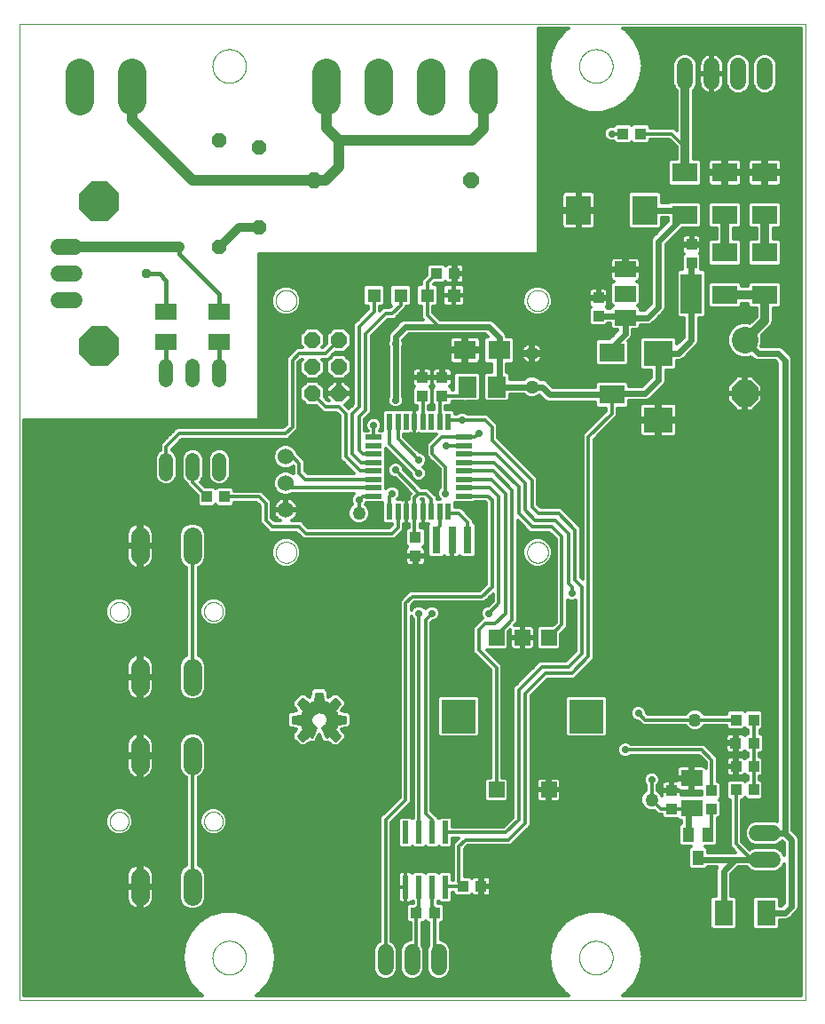
<source format=gtl>
G75*
%MOIN*%
%OFA0B0*%
%FSLAX25Y25*%
%IPPOS*%
%LPD*%
%AMOC8*
5,1,8,0,0,1.08239X$1,22.5*
%
%ADD10C,0.00000*%
%ADD11R,0.04134X0.04252*%
%ADD12R,0.08465X0.07087*%
%ADD13R,0.04252X0.04134*%
%ADD14R,0.03937X0.04331*%
%ADD15R,0.09449X0.11024*%
%ADD16R,0.11024X0.09449*%
%ADD17OC8,0.06000*%
%ADD18OC8,0.05600*%
%ADD19C,0.10000*%
%ADD20OC8,0.10000*%
%ADD21R,0.09449X0.07087*%
%ADD22R,0.07087X0.09449*%
%ADD23C,0.05937*%
%ADD24R,0.02000X0.06000*%
%ADD25R,0.06000X0.02000*%
%ADD26R,0.02362X0.08661*%
%ADD27R,0.07874X0.05906*%
%ADD28R,0.07874X0.14961*%
%ADD29C,0.05200*%
%ADD30R,0.03937X0.05512*%
%ADD31R,0.07874X0.06299*%
%ADD32OC8,0.05200*%
%ADD33R,0.04331X0.03937*%
%ADD34R,0.05937X0.05937*%
%ADD35R,0.12661X0.12661*%
%ADD36C,0.06000*%
%ADD37R,0.07087X0.07874*%
%ADD38R,0.05150X0.05150*%
%ADD39C,0.07050*%
%ADD40C,0.06000*%
%ADD41C,0.10630*%
%ADD42OC8,0.15000*%
%ADD43R,0.03150X0.10236*%
%ADD44C,0.05000*%
%ADD45C,0.01000*%
%ADD46C,0.03200*%
%ADD47C,0.02775*%
%ADD48C,0.01200*%
%ADD49C,0.02400*%
%ADD50C,0.01600*%
%ADD51OC8,0.03562*%
%ADD52C,0.04000*%
D10*
X0001600Y0001600D02*
X0001600Y0367742D01*
X0296876Y0367742D01*
X0296876Y0001600D01*
X0001600Y0001600D01*
X0035468Y0068529D02*
X0035470Y0068648D01*
X0035476Y0068766D01*
X0035486Y0068884D01*
X0035500Y0069002D01*
X0035517Y0069119D01*
X0035539Y0069236D01*
X0035565Y0069352D01*
X0035594Y0069467D01*
X0035627Y0069581D01*
X0035664Y0069693D01*
X0035705Y0069805D01*
X0035750Y0069915D01*
X0035798Y0070023D01*
X0035850Y0070130D01*
X0035905Y0070235D01*
X0035964Y0070338D01*
X0036026Y0070439D01*
X0036091Y0070538D01*
X0036160Y0070635D01*
X0036232Y0070729D01*
X0036307Y0070821D01*
X0036385Y0070910D01*
X0036466Y0070997D01*
X0036550Y0071081D01*
X0036637Y0071162D01*
X0036726Y0071240D01*
X0036818Y0071315D01*
X0036912Y0071387D01*
X0037009Y0071456D01*
X0037108Y0071521D01*
X0037209Y0071583D01*
X0037312Y0071642D01*
X0037417Y0071697D01*
X0037524Y0071749D01*
X0037632Y0071797D01*
X0037742Y0071842D01*
X0037854Y0071883D01*
X0037966Y0071920D01*
X0038080Y0071953D01*
X0038195Y0071982D01*
X0038311Y0072008D01*
X0038428Y0072030D01*
X0038545Y0072047D01*
X0038663Y0072061D01*
X0038781Y0072071D01*
X0038899Y0072077D01*
X0039018Y0072079D01*
X0039137Y0072077D01*
X0039255Y0072071D01*
X0039373Y0072061D01*
X0039491Y0072047D01*
X0039608Y0072030D01*
X0039725Y0072008D01*
X0039841Y0071982D01*
X0039956Y0071953D01*
X0040070Y0071920D01*
X0040182Y0071883D01*
X0040294Y0071842D01*
X0040404Y0071797D01*
X0040512Y0071749D01*
X0040619Y0071697D01*
X0040724Y0071642D01*
X0040827Y0071583D01*
X0040928Y0071521D01*
X0041027Y0071456D01*
X0041124Y0071387D01*
X0041218Y0071315D01*
X0041310Y0071240D01*
X0041399Y0071162D01*
X0041486Y0071081D01*
X0041570Y0070997D01*
X0041651Y0070910D01*
X0041729Y0070821D01*
X0041804Y0070729D01*
X0041876Y0070635D01*
X0041945Y0070538D01*
X0042010Y0070439D01*
X0042072Y0070338D01*
X0042131Y0070235D01*
X0042186Y0070130D01*
X0042238Y0070023D01*
X0042286Y0069915D01*
X0042331Y0069805D01*
X0042372Y0069693D01*
X0042409Y0069581D01*
X0042442Y0069467D01*
X0042471Y0069352D01*
X0042497Y0069236D01*
X0042519Y0069119D01*
X0042536Y0069002D01*
X0042550Y0068884D01*
X0042560Y0068766D01*
X0042566Y0068648D01*
X0042568Y0068529D01*
X0042566Y0068410D01*
X0042560Y0068292D01*
X0042550Y0068174D01*
X0042536Y0068056D01*
X0042519Y0067939D01*
X0042497Y0067822D01*
X0042471Y0067706D01*
X0042442Y0067591D01*
X0042409Y0067477D01*
X0042372Y0067365D01*
X0042331Y0067253D01*
X0042286Y0067143D01*
X0042238Y0067035D01*
X0042186Y0066928D01*
X0042131Y0066823D01*
X0042072Y0066720D01*
X0042010Y0066619D01*
X0041945Y0066520D01*
X0041876Y0066423D01*
X0041804Y0066329D01*
X0041729Y0066237D01*
X0041651Y0066148D01*
X0041570Y0066061D01*
X0041486Y0065977D01*
X0041399Y0065896D01*
X0041310Y0065818D01*
X0041218Y0065743D01*
X0041124Y0065671D01*
X0041027Y0065602D01*
X0040928Y0065537D01*
X0040827Y0065475D01*
X0040724Y0065416D01*
X0040619Y0065361D01*
X0040512Y0065309D01*
X0040404Y0065261D01*
X0040294Y0065216D01*
X0040182Y0065175D01*
X0040070Y0065138D01*
X0039956Y0065105D01*
X0039841Y0065076D01*
X0039725Y0065050D01*
X0039608Y0065028D01*
X0039491Y0065011D01*
X0039373Y0064997D01*
X0039255Y0064987D01*
X0039137Y0064981D01*
X0039018Y0064979D01*
X0038899Y0064981D01*
X0038781Y0064987D01*
X0038663Y0064997D01*
X0038545Y0065011D01*
X0038428Y0065028D01*
X0038311Y0065050D01*
X0038195Y0065076D01*
X0038080Y0065105D01*
X0037966Y0065138D01*
X0037854Y0065175D01*
X0037742Y0065216D01*
X0037632Y0065261D01*
X0037524Y0065309D01*
X0037417Y0065361D01*
X0037312Y0065416D01*
X0037209Y0065475D01*
X0037108Y0065537D01*
X0037009Y0065602D01*
X0036912Y0065671D01*
X0036818Y0065743D01*
X0036726Y0065818D01*
X0036637Y0065896D01*
X0036550Y0065977D01*
X0036466Y0066061D01*
X0036385Y0066148D01*
X0036307Y0066237D01*
X0036232Y0066329D01*
X0036160Y0066423D01*
X0036091Y0066520D01*
X0036026Y0066619D01*
X0035964Y0066720D01*
X0035905Y0066823D01*
X0035850Y0066928D01*
X0035798Y0067035D01*
X0035750Y0067143D01*
X0035705Y0067253D01*
X0035664Y0067365D01*
X0035627Y0067477D01*
X0035594Y0067591D01*
X0035565Y0067706D01*
X0035539Y0067822D01*
X0035517Y0067939D01*
X0035500Y0068056D01*
X0035486Y0068174D01*
X0035476Y0068292D01*
X0035470Y0068410D01*
X0035468Y0068529D01*
X0070868Y0068529D02*
X0070870Y0068648D01*
X0070876Y0068766D01*
X0070886Y0068884D01*
X0070900Y0069002D01*
X0070917Y0069119D01*
X0070939Y0069236D01*
X0070965Y0069352D01*
X0070994Y0069467D01*
X0071027Y0069581D01*
X0071064Y0069693D01*
X0071105Y0069805D01*
X0071150Y0069915D01*
X0071198Y0070023D01*
X0071250Y0070130D01*
X0071305Y0070235D01*
X0071364Y0070338D01*
X0071426Y0070439D01*
X0071491Y0070538D01*
X0071560Y0070635D01*
X0071632Y0070729D01*
X0071707Y0070821D01*
X0071785Y0070910D01*
X0071866Y0070997D01*
X0071950Y0071081D01*
X0072037Y0071162D01*
X0072126Y0071240D01*
X0072218Y0071315D01*
X0072312Y0071387D01*
X0072409Y0071456D01*
X0072508Y0071521D01*
X0072609Y0071583D01*
X0072712Y0071642D01*
X0072817Y0071697D01*
X0072924Y0071749D01*
X0073032Y0071797D01*
X0073142Y0071842D01*
X0073254Y0071883D01*
X0073366Y0071920D01*
X0073480Y0071953D01*
X0073595Y0071982D01*
X0073711Y0072008D01*
X0073828Y0072030D01*
X0073945Y0072047D01*
X0074063Y0072061D01*
X0074181Y0072071D01*
X0074299Y0072077D01*
X0074418Y0072079D01*
X0074537Y0072077D01*
X0074655Y0072071D01*
X0074773Y0072061D01*
X0074891Y0072047D01*
X0075008Y0072030D01*
X0075125Y0072008D01*
X0075241Y0071982D01*
X0075356Y0071953D01*
X0075470Y0071920D01*
X0075582Y0071883D01*
X0075694Y0071842D01*
X0075804Y0071797D01*
X0075912Y0071749D01*
X0076019Y0071697D01*
X0076124Y0071642D01*
X0076227Y0071583D01*
X0076328Y0071521D01*
X0076427Y0071456D01*
X0076524Y0071387D01*
X0076618Y0071315D01*
X0076710Y0071240D01*
X0076799Y0071162D01*
X0076886Y0071081D01*
X0076970Y0070997D01*
X0077051Y0070910D01*
X0077129Y0070821D01*
X0077204Y0070729D01*
X0077276Y0070635D01*
X0077345Y0070538D01*
X0077410Y0070439D01*
X0077472Y0070338D01*
X0077531Y0070235D01*
X0077586Y0070130D01*
X0077638Y0070023D01*
X0077686Y0069915D01*
X0077731Y0069805D01*
X0077772Y0069693D01*
X0077809Y0069581D01*
X0077842Y0069467D01*
X0077871Y0069352D01*
X0077897Y0069236D01*
X0077919Y0069119D01*
X0077936Y0069002D01*
X0077950Y0068884D01*
X0077960Y0068766D01*
X0077966Y0068648D01*
X0077968Y0068529D01*
X0077966Y0068410D01*
X0077960Y0068292D01*
X0077950Y0068174D01*
X0077936Y0068056D01*
X0077919Y0067939D01*
X0077897Y0067822D01*
X0077871Y0067706D01*
X0077842Y0067591D01*
X0077809Y0067477D01*
X0077772Y0067365D01*
X0077731Y0067253D01*
X0077686Y0067143D01*
X0077638Y0067035D01*
X0077586Y0066928D01*
X0077531Y0066823D01*
X0077472Y0066720D01*
X0077410Y0066619D01*
X0077345Y0066520D01*
X0077276Y0066423D01*
X0077204Y0066329D01*
X0077129Y0066237D01*
X0077051Y0066148D01*
X0076970Y0066061D01*
X0076886Y0065977D01*
X0076799Y0065896D01*
X0076710Y0065818D01*
X0076618Y0065743D01*
X0076524Y0065671D01*
X0076427Y0065602D01*
X0076328Y0065537D01*
X0076227Y0065475D01*
X0076124Y0065416D01*
X0076019Y0065361D01*
X0075912Y0065309D01*
X0075804Y0065261D01*
X0075694Y0065216D01*
X0075582Y0065175D01*
X0075470Y0065138D01*
X0075356Y0065105D01*
X0075241Y0065076D01*
X0075125Y0065050D01*
X0075008Y0065028D01*
X0074891Y0065011D01*
X0074773Y0064997D01*
X0074655Y0064987D01*
X0074537Y0064981D01*
X0074418Y0064979D01*
X0074299Y0064981D01*
X0074181Y0064987D01*
X0074063Y0064997D01*
X0073945Y0065011D01*
X0073828Y0065028D01*
X0073711Y0065050D01*
X0073595Y0065076D01*
X0073480Y0065105D01*
X0073366Y0065138D01*
X0073254Y0065175D01*
X0073142Y0065216D01*
X0073032Y0065261D01*
X0072924Y0065309D01*
X0072817Y0065361D01*
X0072712Y0065416D01*
X0072609Y0065475D01*
X0072508Y0065537D01*
X0072409Y0065602D01*
X0072312Y0065671D01*
X0072218Y0065743D01*
X0072126Y0065818D01*
X0072037Y0065896D01*
X0071950Y0065977D01*
X0071866Y0066061D01*
X0071785Y0066148D01*
X0071707Y0066237D01*
X0071632Y0066329D01*
X0071560Y0066423D01*
X0071491Y0066520D01*
X0071426Y0066619D01*
X0071364Y0066720D01*
X0071305Y0066823D01*
X0071250Y0066928D01*
X0071198Y0067035D01*
X0071150Y0067143D01*
X0071105Y0067253D01*
X0071064Y0067365D01*
X0071027Y0067477D01*
X0070994Y0067591D01*
X0070965Y0067706D01*
X0070939Y0067822D01*
X0070917Y0067939D01*
X0070900Y0068056D01*
X0070886Y0068174D01*
X0070876Y0068292D01*
X0070870Y0068410D01*
X0070868Y0068529D01*
X0074041Y0017348D02*
X0074043Y0017506D01*
X0074049Y0017664D01*
X0074059Y0017822D01*
X0074073Y0017980D01*
X0074091Y0018137D01*
X0074112Y0018294D01*
X0074138Y0018450D01*
X0074168Y0018606D01*
X0074201Y0018761D01*
X0074239Y0018914D01*
X0074280Y0019067D01*
X0074325Y0019219D01*
X0074374Y0019370D01*
X0074427Y0019519D01*
X0074483Y0019667D01*
X0074543Y0019813D01*
X0074607Y0019958D01*
X0074675Y0020101D01*
X0074746Y0020243D01*
X0074820Y0020383D01*
X0074898Y0020520D01*
X0074980Y0020656D01*
X0075064Y0020790D01*
X0075153Y0020921D01*
X0075244Y0021050D01*
X0075339Y0021177D01*
X0075436Y0021302D01*
X0075537Y0021424D01*
X0075641Y0021543D01*
X0075748Y0021660D01*
X0075858Y0021774D01*
X0075971Y0021885D01*
X0076086Y0021994D01*
X0076204Y0022099D01*
X0076325Y0022201D01*
X0076448Y0022301D01*
X0076574Y0022397D01*
X0076702Y0022490D01*
X0076832Y0022580D01*
X0076965Y0022666D01*
X0077100Y0022750D01*
X0077236Y0022829D01*
X0077375Y0022906D01*
X0077516Y0022978D01*
X0077658Y0023048D01*
X0077802Y0023113D01*
X0077948Y0023175D01*
X0078095Y0023233D01*
X0078244Y0023288D01*
X0078394Y0023339D01*
X0078545Y0023386D01*
X0078697Y0023429D01*
X0078850Y0023468D01*
X0079005Y0023504D01*
X0079160Y0023535D01*
X0079316Y0023563D01*
X0079472Y0023587D01*
X0079629Y0023607D01*
X0079787Y0023623D01*
X0079944Y0023635D01*
X0080103Y0023643D01*
X0080261Y0023647D01*
X0080419Y0023647D01*
X0080577Y0023643D01*
X0080736Y0023635D01*
X0080893Y0023623D01*
X0081051Y0023607D01*
X0081208Y0023587D01*
X0081364Y0023563D01*
X0081520Y0023535D01*
X0081675Y0023504D01*
X0081830Y0023468D01*
X0081983Y0023429D01*
X0082135Y0023386D01*
X0082286Y0023339D01*
X0082436Y0023288D01*
X0082585Y0023233D01*
X0082732Y0023175D01*
X0082878Y0023113D01*
X0083022Y0023048D01*
X0083164Y0022978D01*
X0083305Y0022906D01*
X0083444Y0022829D01*
X0083580Y0022750D01*
X0083715Y0022666D01*
X0083848Y0022580D01*
X0083978Y0022490D01*
X0084106Y0022397D01*
X0084232Y0022301D01*
X0084355Y0022201D01*
X0084476Y0022099D01*
X0084594Y0021994D01*
X0084709Y0021885D01*
X0084822Y0021774D01*
X0084932Y0021660D01*
X0085039Y0021543D01*
X0085143Y0021424D01*
X0085244Y0021302D01*
X0085341Y0021177D01*
X0085436Y0021050D01*
X0085527Y0020921D01*
X0085616Y0020790D01*
X0085700Y0020656D01*
X0085782Y0020520D01*
X0085860Y0020383D01*
X0085934Y0020243D01*
X0086005Y0020101D01*
X0086073Y0019958D01*
X0086137Y0019813D01*
X0086197Y0019667D01*
X0086253Y0019519D01*
X0086306Y0019370D01*
X0086355Y0019219D01*
X0086400Y0019067D01*
X0086441Y0018914D01*
X0086479Y0018761D01*
X0086512Y0018606D01*
X0086542Y0018450D01*
X0086568Y0018294D01*
X0086589Y0018137D01*
X0086607Y0017980D01*
X0086621Y0017822D01*
X0086631Y0017664D01*
X0086637Y0017506D01*
X0086639Y0017348D01*
X0086637Y0017190D01*
X0086631Y0017032D01*
X0086621Y0016874D01*
X0086607Y0016716D01*
X0086589Y0016559D01*
X0086568Y0016402D01*
X0086542Y0016246D01*
X0086512Y0016090D01*
X0086479Y0015935D01*
X0086441Y0015782D01*
X0086400Y0015629D01*
X0086355Y0015477D01*
X0086306Y0015326D01*
X0086253Y0015177D01*
X0086197Y0015029D01*
X0086137Y0014883D01*
X0086073Y0014738D01*
X0086005Y0014595D01*
X0085934Y0014453D01*
X0085860Y0014313D01*
X0085782Y0014176D01*
X0085700Y0014040D01*
X0085616Y0013906D01*
X0085527Y0013775D01*
X0085436Y0013646D01*
X0085341Y0013519D01*
X0085244Y0013394D01*
X0085143Y0013272D01*
X0085039Y0013153D01*
X0084932Y0013036D01*
X0084822Y0012922D01*
X0084709Y0012811D01*
X0084594Y0012702D01*
X0084476Y0012597D01*
X0084355Y0012495D01*
X0084232Y0012395D01*
X0084106Y0012299D01*
X0083978Y0012206D01*
X0083848Y0012116D01*
X0083715Y0012030D01*
X0083580Y0011946D01*
X0083444Y0011867D01*
X0083305Y0011790D01*
X0083164Y0011718D01*
X0083022Y0011648D01*
X0082878Y0011583D01*
X0082732Y0011521D01*
X0082585Y0011463D01*
X0082436Y0011408D01*
X0082286Y0011357D01*
X0082135Y0011310D01*
X0081983Y0011267D01*
X0081830Y0011228D01*
X0081675Y0011192D01*
X0081520Y0011161D01*
X0081364Y0011133D01*
X0081208Y0011109D01*
X0081051Y0011089D01*
X0080893Y0011073D01*
X0080736Y0011061D01*
X0080577Y0011053D01*
X0080419Y0011049D01*
X0080261Y0011049D01*
X0080103Y0011053D01*
X0079944Y0011061D01*
X0079787Y0011073D01*
X0079629Y0011089D01*
X0079472Y0011109D01*
X0079316Y0011133D01*
X0079160Y0011161D01*
X0079005Y0011192D01*
X0078850Y0011228D01*
X0078697Y0011267D01*
X0078545Y0011310D01*
X0078394Y0011357D01*
X0078244Y0011408D01*
X0078095Y0011463D01*
X0077948Y0011521D01*
X0077802Y0011583D01*
X0077658Y0011648D01*
X0077516Y0011718D01*
X0077375Y0011790D01*
X0077236Y0011867D01*
X0077100Y0011946D01*
X0076965Y0012030D01*
X0076832Y0012116D01*
X0076702Y0012206D01*
X0076574Y0012299D01*
X0076448Y0012395D01*
X0076325Y0012495D01*
X0076204Y0012597D01*
X0076086Y0012702D01*
X0075971Y0012811D01*
X0075858Y0012922D01*
X0075748Y0013036D01*
X0075641Y0013153D01*
X0075537Y0013272D01*
X0075436Y0013394D01*
X0075339Y0013519D01*
X0075244Y0013646D01*
X0075153Y0013775D01*
X0075064Y0013906D01*
X0074980Y0014040D01*
X0074898Y0014176D01*
X0074820Y0014313D01*
X0074746Y0014453D01*
X0074675Y0014595D01*
X0074607Y0014738D01*
X0074543Y0014883D01*
X0074483Y0015029D01*
X0074427Y0015177D01*
X0074374Y0015326D01*
X0074325Y0015477D01*
X0074280Y0015629D01*
X0074239Y0015782D01*
X0074201Y0015935D01*
X0074168Y0016090D01*
X0074138Y0016246D01*
X0074112Y0016402D01*
X0074091Y0016559D01*
X0074073Y0016716D01*
X0074059Y0016874D01*
X0074049Y0017032D01*
X0074043Y0017190D01*
X0074041Y0017348D01*
X0070868Y0147269D02*
X0070870Y0147388D01*
X0070876Y0147506D01*
X0070886Y0147624D01*
X0070900Y0147742D01*
X0070917Y0147859D01*
X0070939Y0147976D01*
X0070965Y0148092D01*
X0070994Y0148207D01*
X0071027Y0148321D01*
X0071064Y0148433D01*
X0071105Y0148545D01*
X0071150Y0148655D01*
X0071198Y0148763D01*
X0071250Y0148870D01*
X0071305Y0148975D01*
X0071364Y0149078D01*
X0071426Y0149179D01*
X0071491Y0149278D01*
X0071560Y0149375D01*
X0071632Y0149469D01*
X0071707Y0149561D01*
X0071785Y0149650D01*
X0071866Y0149737D01*
X0071950Y0149821D01*
X0072037Y0149902D01*
X0072126Y0149980D01*
X0072218Y0150055D01*
X0072312Y0150127D01*
X0072409Y0150196D01*
X0072508Y0150261D01*
X0072609Y0150323D01*
X0072712Y0150382D01*
X0072817Y0150437D01*
X0072924Y0150489D01*
X0073032Y0150537D01*
X0073142Y0150582D01*
X0073254Y0150623D01*
X0073366Y0150660D01*
X0073480Y0150693D01*
X0073595Y0150722D01*
X0073711Y0150748D01*
X0073828Y0150770D01*
X0073945Y0150787D01*
X0074063Y0150801D01*
X0074181Y0150811D01*
X0074299Y0150817D01*
X0074418Y0150819D01*
X0074537Y0150817D01*
X0074655Y0150811D01*
X0074773Y0150801D01*
X0074891Y0150787D01*
X0075008Y0150770D01*
X0075125Y0150748D01*
X0075241Y0150722D01*
X0075356Y0150693D01*
X0075470Y0150660D01*
X0075582Y0150623D01*
X0075694Y0150582D01*
X0075804Y0150537D01*
X0075912Y0150489D01*
X0076019Y0150437D01*
X0076124Y0150382D01*
X0076227Y0150323D01*
X0076328Y0150261D01*
X0076427Y0150196D01*
X0076524Y0150127D01*
X0076618Y0150055D01*
X0076710Y0149980D01*
X0076799Y0149902D01*
X0076886Y0149821D01*
X0076970Y0149737D01*
X0077051Y0149650D01*
X0077129Y0149561D01*
X0077204Y0149469D01*
X0077276Y0149375D01*
X0077345Y0149278D01*
X0077410Y0149179D01*
X0077472Y0149078D01*
X0077531Y0148975D01*
X0077586Y0148870D01*
X0077638Y0148763D01*
X0077686Y0148655D01*
X0077731Y0148545D01*
X0077772Y0148433D01*
X0077809Y0148321D01*
X0077842Y0148207D01*
X0077871Y0148092D01*
X0077897Y0147976D01*
X0077919Y0147859D01*
X0077936Y0147742D01*
X0077950Y0147624D01*
X0077960Y0147506D01*
X0077966Y0147388D01*
X0077968Y0147269D01*
X0077966Y0147150D01*
X0077960Y0147032D01*
X0077950Y0146914D01*
X0077936Y0146796D01*
X0077919Y0146679D01*
X0077897Y0146562D01*
X0077871Y0146446D01*
X0077842Y0146331D01*
X0077809Y0146217D01*
X0077772Y0146105D01*
X0077731Y0145993D01*
X0077686Y0145883D01*
X0077638Y0145775D01*
X0077586Y0145668D01*
X0077531Y0145563D01*
X0077472Y0145460D01*
X0077410Y0145359D01*
X0077345Y0145260D01*
X0077276Y0145163D01*
X0077204Y0145069D01*
X0077129Y0144977D01*
X0077051Y0144888D01*
X0076970Y0144801D01*
X0076886Y0144717D01*
X0076799Y0144636D01*
X0076710Y0144558D01*
X0076618Y0144483D01*
X0076524Y0144411D01*
X0076427Y0144342D01*
X0076328Y0144277D01*
X0076227Y0144215D01*
X0076124Y0144156D01*
X0076019Y0144101D01*
X0075912Y0144049D01*
X0075804Y0144001D01*
X0075694Y0143956D01*
X0075582Y0143915D01*
X0075470Y0143878D01*
X0075356Y0143845D01*
X0075241Y0143816D01*
X0075125Y0143790D01*
X0075008Y0143768D01*
X0074891Y0143751D01*
X0074773Y0143737D01*
X0074655Y0143727D01*
X0074537Y0143721D01*
X0074418Y0143719D01*
X0074299Y0143721D01*
X0074181Y0143727D01*
X0074063Y0143737D01*
X0073945Y0143751D01*
X0073828Y0143768D01*
X0073711Y0143790D01*
X0073595Y0143816D01*
X0073480Y0143845D01*
X0073366Y0143878D01*
X0073254Y0143915D01*
X0073142Y0143956D01*
X0073032Y0144001D01*
X0072924Y0144049D01*
X0072817Y0144101D01*
X0072712Y0144156D01*
X0072609Y0144215D01*
X0072508Y0144277D01*
X0072409Y0144342D01*
X0072312Y0144411D01*
X0072218Y0144483D01*
X0072126Y0144558D01*
X0072037Y0144636D01*
X0071950Y0144717D01*
X0071866Y0144801D01*
X0071785Y0144888D01*
X0071707Y0144977D01*
X0071632Y0145069D01*
X0071560Y0145163D01*
X0071491Y0145260D01*
X0071426Y0145359D01*
X0071364Y0145460D01*
X0071305Y0145563D01*
X0071250Y0145668D01*
X0071198Y0145775D01*
X0071150Y0145883D01*
X0071105Y0145993D01*
X0071064Y0146105D01*
X0071027Y0146217D01*
X0070994Y0146331D01*
X0070965Y0146446D01*
X0070939Y0146562D01*
X0070917Y0146679D01*
X0070900Y0146796D01*
X0070886Y0146914D01*
X0070876Y0147032D01*
X0070870Y0147150D01*
X0070868Y0147269D01*
X0035468Y0147269D02*
X0035470Y0147388D01*
X0035476Y0147506D01*
X0035486Y0147624D01*
X0035500Y0147742D01*
X0035517Y0147859D01*
X0035539Y0147976D01*
X0035565Y0148092D01*
X0035594Y0148207D01*
X0035627Y0148321D01*
X0035664Y0148433D01*
X0035705Y0148545D01*
X0035750Y0148655D01*
X0035798Y0148763D01*
X0035850Y0148870D01*
X0035905Y0148975D01*
X0035964Y0149078D01*
X0036026Y0149179D01*
X0036091Y0149278D01*
X0036160Y0149375D01*
X0036232Y0149469D01*
X0036307Y0149561D01*
X0036385Y0149650D01*
X0036466Y0149737D01*
X0036550Y0149821D01*
X0036637Y0149902D01*
X0036726Y0149980D01*
X0036818Y0150055D01*
X0036912Y0150127D01*
X0037009Y0150196D01*
X0037108Y0150261D01*
X0037209Y0150323D01*
X0037312Y0150382D01*
X0037417Y0150437D01*
X0037524Y0150489D01*
X0037632Y0150537D01*
X0037742Y0150582D01*
X0037854Y0150623D01*
X0037966Y0150660D01*
X0038080Y0150693D01*
X0038195Y0150722D01*
X0038311Y0150748D01*
X0038428Y0150770D01*
X0038545Y0150787D01*
X0038663Y0150801D01*
X0038781Y0150811D01*
X0038899Y0150817D01*
X0039018Y0150819D01*
X0039137Y0150817D01*
X0039255Y0150811D01*
X0039373Y0150801D01*
X0039491Y0150787D01*
X0039608Y0150770D01*
X0039725Y0150748D01*
X0039841Y0150722D01*
X0039956Y0150693D01*
X0040070Y0150660D01*
X0040182Y0150623D01*
X0040294Y0150582D01*
X0040404Y0150537D01*
X0040512Y0150489D01*
X0040619Y0150437D01*
X0040724Y0150382D01*
X0040827Y0150323D01*
X0040928Y0150261D01*
X0041027Y0150196D01*
X0041124Y0150127D01*
X0041218Y0150055D01*
X0041310Y0149980D01*
X0041399Y0149902D01*
X0041486Y0149821D01*
X0041570Y0149737D01*
X0041651Y0149650D01*
X0041729Y0149561D01*
X0041804Y0149469D01*
X0041876Y0149375D01*
X0041945Y0149278D01*
X0042010Y0149179D01*
X0042072Y0149078D01*
X0042131Y0148975D01*
X0042186Y0148870D01*
X0042238Y0148763D01*
X0042286Y0148655D01*
X0042331Y0148545D01*
X0042372Y0148433D01*
X0042409Y0148321D01*
X0042442Y0148207D01*
X0042471Y0148092D01*
X0042497Y0147976D01*
X0042519Y0147859D01*
X0042536Y0147742D01*
X0042550Y0147624D01*
X0042560Y0147506D01*
X0042566Y0147388D01*
X0042568Y0147269D01*
X0042566Y0147150D01*
X0042560Y0147032D01*
X0042550Y0146914D01*
X0042536Y0146796D01*
X0042519Y0146679D01*
X0042497Y0146562D01*
X0042471Y0146446D01*
X0042442Y0146331D01*
X0042409Y0146217D01*
X0042372Y0146105D01*
X0042331Y0145993D01*
X0042286Y0145883D01*
X0042238Y0145775D01*
X0042186Y0145668D01*
X0042131Y0145563D01*
X0042072Y0145460D01*
X0042010Y0145359D01*
X0041945Y0145260D01*
X0041876Y0145163D01*
X0041804Y0145069D01*
X0041729Y0144977D01*
X0041651Y0144888D01*
X0041570Y0144801D01*
X0041486Y0144717D01*
X0041399Y0144636D01*
X0041310Y0144558D01*
X0041218Y0144483D01*
X0041124Y0144411D01*
X0041027Y0144342D01*
X0040928Y0144277D01*
X0040827Y0144215D01*
X0040724Y0144156D01*
X0040619Y0144101D01*
X0040512Y0144049D01*
X0040404Y0144001D01*
X0040294Y0143956D01*
X0040182Y0143915D01*
X0040070Y0143878D01*
X0039956Y0143845D01*
X0039841Y0143816D01*
X0039725Y0143790D01*
X0039608Y0143768D01*
X0039491Y0143751D01*
X0039373Y0143737D01*
X0039255Y0143727D01*
X0039137Y0143721D01*
X0039018Y0143719D01*
X0038899Y0143721D01*
X0038781Y0143727D01*
X0038663Y0143737D01*
X0038545Y0143751D01*
X0038428Y0143768D01*
X0038311Y0143790D01*
X0038195Y0143816D01*
X0038080Y0143845D01*
X0037966Y0143878D01*
X0037854Y0143915D01*
X0037742Y0143956D01*
X0037632Y0144001D01*
X0037524Y0144049D01*
X0037417Y0144101D01*
X0037312Y0144156D01*
X0037209Y0144215D01*
X0037108Y0144277D01*
X0037009Y0144342D01*
X0036912Y0144411D01*
X0036818Y0144483D01*
X0036726Y0144558D01*
X0036637Y0144636D01*
X0036550Y0144717D01*
X0036466Y0144801D01*
X0036385Y0144888D01*
X0036307Y0144977D01*
X0036232Y0145069D01*
X0036160Y0145163D01*
X0036091Y0145260D01*
X0036026Y0145359D01*
X0035964Y0145460D01*
X0035905Y0145563D01*
X0035850Y0145668D01*
X0035798Y0145775D01*
X0035750Y0145883D01*
X0035705Y0145993D01*
X0035664Y0146105D01*
X0035627Y0146217D01*
X0035594Y0146331D01*
X0035565Y0146446D01*
X0035539Y0146562D01*
X0035517Y0146679D01*
X0035500Y0146796D01*
X0035486Y0146914D01*
X0035476Y0147032D01*
X0035470Y0147150D01*
X0035468Y0147269D01*
X0097801Y0169474D02*
X0097803Y0169599D01*
X0097809Y0169724D01*
X0097819Y0169848D01*
X0097833Y0169972D01*
X0097850Y0170096D01*
X0097872Y0170219D01*
X0097898Y0170341D01*
X0097927Y0170463D01*
X0097960Y0170583D01*
X0097998Y0170702D01*
X0098038Y0170821D01*
X0098083Y0170937D01*
X0098131Y0171052D01*
X0098183Y0171166D01*
X0098239Y0171278D01*
X0098298Y0171388D01*
X0098360Y0171496D01*
X0098426Y0171603D01*
X0098495Y0171707D01*
X0098568Y0171808D01*
X0098643Y0171908D01*
X0098722Y0172005D01*
X0098804Y0172099D01*
X0098889Y0172191D01*
X0098976Y0172280D01*
X0099067Y0172366D01*
X0099160Y0172449D01*
X0099256Y0172530D01*
X0099354Y0172607D01*
X0099454Y0172681D01*
X0099557Y0172752D01*
X0099662Y0172819D01*
X0099770Y0172884D01*
X0099879Y0172944D01*
X0099990Y0173002D01*
X0100103Y0173055D01*
X0100217Y0173105D01*
X0100333Y0173152D01*
X0100450Y0173194D01*
X0100569Y0173233D01*
X0100689Y0173269D01*
X0100810Y0173300D01*
X0100932Y0173328D01*
X0101054Y0173351D01*
X0101178Y0173371D01*
X0101302Y0173387D01*
X0101426Y0173399D01*
X0101551Y0173407D01*
X0101676Y0173411D01*
X0101800Y0173411D01*
X0101925Y0173407D01*
X0102050Y0173399D01*
X0102174Y0173387D01*
X0102298Y0173371D01*
X0102422Y0173351D01*
X0102544Y0173328D01*
X0102666Y0173300D01*
X0102787Y0173269D01*
X0102907Y0173233D01*
X0103026Y0173194D01*
X0103143Y0173152D01*
X0103259Y0173105D01*
X0103373Y0173055D01*
X0103486Y0173002D01*
X0103597Y0172944D01*
X0103707Y0172884D01*
X0103814Y0172819D01*
X0103919Y0172752D01*
X0104022Y0172681D01*
X0104122Y0172607D01*
X0104220Y0172530D01*
X0104316Y0172449D01*
X0104409Y0172366D01*
X0104500Y0172280D01*
X0104587Y0172191D01*
X0104672Y0172099D01*
X0104754Y0172005D01*
X0104833Y0171908D01*
X0104908Y0171808D01*
X0104981Y0171707D01*
X0105050Y0171603D01*
X0105116Y0171496D01*
X0105178Y0171388D01*
X0105237Y0171278D01*
X0105293Y0171166D01*
X0105345Y0171052D01*
X0105393Y0170937D01*
X0105438Y0170821D01*
X0105478Y0170702D01*
X0105516Y0170583D01*
X0105549Y0170463D01*
X0105578Y0170341D01*
X0105604Y0170219D01*
X0105626Y0170096D01*
X0105643Y0169972D01*
X0105657Y0169848D01*
X0105667Y0169724D01*
X0105673Y0169599D01*
X0105675Y0169474D01*
X0105673Y0169349D01*
X0105667Y0169224D01*
X0105657Y0169100D01*
X0105643Y0168976D01*
X0105626Y0168852D01*
X0105604Y0168729D01*
X0105578Y0168607D01*
X0105549Y0168485D01*
X0105516Y0168365D01*
X0105478Y0168246D01*
X0105438Y0168127D01*
X0105393Y0168011D01*
X0105345Y0167896D01*
X0105293Y0167782D01*
X0105237Y0167670D01*
X0105178Y0167560D01*
X0105116Y0167452D01*
X0105050Y0167345D01*
X0104981Y0167241D01*
X0104908Y0167140D01*
X0104833Y0167040D01*
X0104754Y0166943D01*
X0104672Y0166849D01*
X0104587Y0166757D01*
X0104500Y0166668D01*
X0104409Y0166582D01*
X0104316Y0166499D01*
X0104220Y0166418D01*
X0104122Y0166341D01*
X0104022Y0166267D01*
X0103919Y0166196D01*
X0103814Y0166129D01*
X0103706Y0166064D01*
X0103597Y0166004D01*
X0103486Y0165946D01*
X0103373Y0165893D01*
X0103259Y0165843D01*
X0103143Y0165796D01*
X0103026Y0165754D01*
X0102907Y0165715D01*
X0102787Y0165679D01*
X0102666Y0165648D01*
X0102544Y0165620D01*
X0102422Y0165597D01*
X0102298Y0165577D01*
X0102174Y0165561D01*
X0102050Y0165549D01*
X0101925Y0165541D01*
X0101800Y0165537D01*
X0101676Y0165537D01*
X0101551Y0165541D01*
X0101426Y0165549D01*
X0101302Y0165561D01*
X0101178Y0165577D01*
X0101054Y0165597D01*
X0100932Y0165620D01*
X0100810Y0165648D01*
X0100689Y0165679D01*
X0100569Y0165715D01*
X0100450Y0165754D01*
X0100333Y0165796D01*
X0100217Y0165843D01*
X0100103Y0165893D01*
X0099990Y0165946D01*
X0099879Y0166004D01*
X0099769Y0166064D01*
X0099662Y0166129D01*
X0099557Y0166196D01*
X0099454Y0166267D01*
X0099354Y0166341D01*
X0099256Y0166418D01*
X0099160Y0166499D01*
X0099067Y0166582D01*
X0098976Y0166668D01*
X0098889Y0166757D01*
X0098804Y0166849D01*
X0098722Y0166943D01*
X0098643Y0167040D01*
X0098568Y0167140D01*
X0098495Y0167241D01*
X0098426Y0167345D01*
X0098360Y0167452D01*
X0098298Y0167560D01*
X0098239Y0167670D01*
X0098183Y0167782D01*
X0098131Y0167896D01*
X0098083Y0168011D01*
X0098038Y0168127D01*
X0097998Y0168246D01*
X0097960Y0168365D01*
X0097927Y0168485D01*
X0097898Y0168607D01*
X0097872Y0168729D01*
X0097850Y0168852D01*
X0097833Y0168976D01*
X0097819Y0169100D01*
X0097809Y0169224D01*
X0097803Y0169349D01*
X0097801Y0169474D01*
X0097801Y0263962D02*
X0097803Y0264087D01*
X0097809Y0264212D01*
X0097819Y0264336D01*
X0097833Y0264460D01*
X0097850Y0264584D01*
X0097872Y0264707D01*
X0097898Y0264829D01*
X0097927Y0264951D01*
X0097960Y0265071D01*
X0097998Y0265190D01*
X0098038Y0265309D01*
X0098083Y0265425D01*
X0098131Y0265540D01*
X0098183Y0265654D01*
X0098239Y0265766D01*
X0098298Y0265876D01*
X0098360Y0265984D01*
X0098426Y0266091D01*
X0098495Y0266195D01*
X0098568Y0266296D01*
X0098643Y0266396D01*
X0098722Y0266493D01*
X0098804Y0266587D01*
X0098889Y0266679D01*
X0098976Y0266768D01*
X0099067Y0266854D01*
X0099160Y0266937D01*
X0099256Y0267018D01*
X0099354Y0267095D01*
X0099454Y0267169D01*
X0099557Y0267240D01*
X0099662Y0267307D01*
X0099770Y0267372D01*
X0099879Y0267432D01*
X0099990Y0267490D01*
X0100103Y0267543D01*
X0100217Y0267593D01*
X0100333Y0267640D01*
X0100450Y0267682D01*
X0100569Y0267721D01*
X0100689Y0267757D01*
X0100810Y0267788D01*
X0100932Y0267816D01*
X0101054Y0267839D01*
X0101178Y0267859D01*
X0101302Y0267875D01*
X0101426Y0267887D01*
X0101551Y0267895D01*
X0101676Y0267899D01*
X0101800Y0267899D01*
X0101925Y0267895D01*
X0102050Y0267887D01*
X0102174Y0267875D01*
X0102298Y0267859D01*
X0102422Y0267839D01*
X0102544Y0267816D01*
X0102666Y0267788D01*
X0102787Y0267757D01*
X0102907Y0267721D01*
X0103026Y0267682D01*
X0103143Y0267640D01*
X0103259Y0267593D01*
X0103373Y0267543D01*
X0103486Y0267490D01*
X0103597Y0267432D01*
X0103707Y0267372D01*
X0103814Y0267307D01*
X0103919Y0267240D01*
X0104022Y0267169D01*
X0104122Y0267095D01*
X0104220Y0267018D01*
X0104316Y0266937D01*
X0104409Y0266854D01*
X0104500Y0266768D01*
X0104587Y0266679D01*
X0104672Y0266587D01*
X0104754Y0266493D01*
X0104833Y0266396D01*
X0104908Y0266296D01*
X0104981Y0266195D01*
X0105050Y0266091D01*
X0105116Y0265984D01*
X0105178Y0265876D01*
X0105237Y0265766D01*
X0105293Y0265654D01*
X0105345Y0265540D01*
X0105393Y0265425D01*
X0105438Y0265309D01*
X0105478Y0265190D01*
X0105516Y0265071D01*
X0105549Y0264951D01*
X0105578Y0264829D01*
X0105604Y0264707D01*
X0105626Y0264584D01*
X0105643Y0264460D01*
X0105657Y0264336D01*
X0105667Y0264212D01*
X0105673Y0264087D01*
X0105675Y0263962D01*
X0105673Y0263837D01*
X0105667Y0263712D01*
X0105657Y0263588D01*
X0105643Y0263464D01*
X0105626Y0263340D01*
X0105604Y0263217D01*
X0105578Y0263095D01*
X0105549Y0262973D01*
X0105516Y0262853D01*
X0105478Y0262734D01*
X0105438Y0262615D01*
X0105393Y0262499D01*
X0105345Y0262384D01*
X0105293Y0262270D01*
X0105237Y0262158D01*
X0105178Y0262048D01*
X0105116Y0261940D01*
X0105050Y0261833D01*
X0104981Y0261729D01*
X0104908Y0261628D01*
X0104833Y0261528D01*
X0104754Y0261431D01*
X0104672Y0261337D01*
X0104587Y0261245D01*
X0104500Y0261156D01*
X0104409Y0261070D01*
X0104316Y0260987D01*
X0104220Y0260906D01*
X0104122Y0260829D01*
X0104022Y0260755D01*
X0103919Y0260684D01*
X0103814Y0260617D01*
X0103706Y0260552D01*
X0103597Y0260492D01*
X0103486Y0260434D01*
X0103373Y0260381D01*
X0103259Y0260331D01*
X0103143Y0260284D01*
X0103026Y0260242D01*
X0102907Y0260203D01*
X0102787Y0260167D01*
X0102666Y0260136D01*
X0102544Y0260108D01*
X0102422Y0260085D01*
X0102298Y0260065D01*
X0102174Y0260049D01*
X0102050Y0260037D01*
X0101925Y0260029D01*
X0101800Y0260025D01*
X0101676Y0260025D01*
X0101551Y0260029D01*
X0101426Y0260037D01*
X0101302Y0260049D01*
X0101178Y0260065D01*
X0101054Y0260085D01*
X0100932Y0260108D01*
X0100810Y0260136D01*
X0100689Y0260167D01*
X0100569Y0260203D01*
X0100450Y0260242D01*
X0100333Y0260284D01*
X0100217Y0260331D01*
X0100103Y0260381D01*
X0099990Y0260434D01*
X0099879Y0260492D01*
X0099769Y0260552D01*
X0099662Y0260617D01*
X0099557Y0260684D01*
X0099454Y0260755D01*
X0099354Y0260829D01*
X0099256Y0260906D01*
X0099160Y0260987D01*
X0099067Y0261070D01*
X0098976Y0261156D01*
X0098889Y0261245D01*
X0098804Y0261337D01*
X0098722Y0261431D01*
X0098643Y0261528D01*
X0098568Y0261628D01*
X0098495Y0261729D01*
X0098426Y0261833D01*
X0098360Y0261940D01*
X0098298Y0262048D01*
X0098239Y0262158D01*
X0098183Y0262270D01*
X0098131Y0262384D01*
X0098083Y0262499D01*
X0098038Y0262615D01*
X0097998Y0262734D01*
X0097960Y0262853D01*
X0097927Y0262973D01*
X0097898Y0263095D01*
X0097872Y0263217D01*
X0097850Y0263340D01*
X0097833Y0263464D01*
X0097819Y0263588D01*
X0097809Y0263712D01*
X0097803Y0263837D01*
X0097801Y0263962D01*
X0074041Y0351994D02*
X0074043Y0352152D01*
X0074049Y0352310D01*
X0074059Y0352468D01*
X0074073Y0352626D01*
X0074091Y0352783D01*
X0074112Y0352940D01*
X0074138Y0353096D01*
X0074168Y0353252D01*
X0074201Y0353407D01*
X0074239Y0353560D01*
X0074280Y0353713D01*
X0074325Y0353865D01*
X0074374Y0354016D01*
X0074427Y0354165D01*
X0074483Y0354313D01*
X0074543Y0354459D01*
X0074607Y0354604D01*
X0074675Y0354747D01*
X0074746Y0354889D01*
X0074820Y0355029D01*
X0074898Y0355166D01*
X0074980Y0355302D01*
X0075064Y0355436D01*
X0075153Y0355567D01*
X0075244Y0355696D01*
X0075339Y0355823D01*
X0075436Y0355948D01*
X0075537Y0356070D01*
X0075641Y0356189D01*
X0075748Y0356306D01*
X0075858Y0356420D01*
X0075971Y0356531D01*
X0076086Y0356640D01*
X0076204Y0356745D01*
X0076325Y0356847D01*
X0076448Y0356947D01*
X0076574Y0357043D01*
X0076702Y0357136D01*
X0076832Y0357226D01*
X0076965Y0357312D01*
X0077100Y0357396D01*
X0077236Y0357475D01*
X0077375Y0357552D01*
X0077516Y0357624D01*
X0077658Y0357694D01*
X0077802Y0357759D01*
X0077948Y0357821D01*
X0078095Y0357879D01*
X0078244Y0357934D01*
X0078394Y0357985D01*
X0078545Y0358032D01*
X0078697Y0358075D01*
X0078850Y0358114D01*
X0079005Y0358150D01*
X0079160Y0358181D01*
X0079316Y0358209D01*
X0079472Y0358233D01*
X0079629Y0358253D01*
X0079787Y0358269D01*
X0079944Y0358281D01*
X0080103Y0358289D01*
X0080261Y0358293D01*
X0080419Y0358293D01*
X0080577Y0358289D01*
X0080736Y0358281D01*
X0080893Y0358269D01*
X0081051Y0358253D01*
X0081208Y0358233D01*
X0081364Y0358209D01*
X0081520Y0358181D01*
X0081675Y0358150D01*
X0081830Y0358114D01*
X0081983Y0358075D01*
X0082135Y0358032D01*
X0082286Y0357985D01*
X0082436Y0357934D01*
X0082585Y0357879D01*
X0082732Y0357821D01*
X0082878Y0357759D01*
X0083022Y0357694D01*
X0083164Y0357624D01*
X0083305Y0357552D01*
X0083444Y0357475D01*
X0083580Y0357396D01*
X0083715Y0357312D01*
X0083848Y0357226D01*
X0083978Y0357136D01*
X0084106Y0357043D01*
X0084232Y0356947D01*
X0084355Y0356847D01*
X0084476Y0356745D01*
X0084594Y0356640D01*
X0084709Y0356531D01*
X0084822Y0356420D01*
X0084932Y0356306D01*
X0085039Y0356189D01*
X0085143Y0356070D01*
X0085244Y0355948D01*
X0085341Y0355823D01*
X0085436Y0355696D01*
X0085527Y0355567D01*
X0085616Y0355436D01*
X0085700Y0355302D01*
X0085782Y0355166D01*
X0085860Y0355029D01*
X0085934Y0354889D01*
X0086005Y0354747D01*
X0086073Y0354604D01*
X0086137Y0354459D01*
X0086197Y0354313D01*
X0086253Y0354165D01*
X0086306Y0354016D01*
X0086355Y0353865D01*
X0086400Y0353713D01*
X0086441Y0353560D01*
X0086479Y0353407D01*
X0086512Y0353252D01*
X0086542Y0353096D01*
X0086568Y0352940D01*
X0086589Y0352783D01*
X0086607Y0352626D01*
X0086621Y0352468D01*
X0086631Y0352310D01*
X0086637Y0352152D01*
X0086639Y0351994D01*
X0086637Y0351836D01*
X0086631Y0351678D01*
X0086621Y0351520D01*
X0086607Y0351362D01*
X0086589Y0351205D01*
X0086568Y0351048D01*
X0086542Y0350892D01*
X0086512Y0350736D01*
X0086479Y0350581D01*
X0086441Y0350428D01*
X0086400Y0350275D01*
X0086355Y0350123D01*
X0086306Y0349972D01*
X0086253Y0349823D01*
X0086197Y0349675D01*
X0086137Y0349529D01*
X0086073Y0349384D01*
X0086005Y0349241D01*
X0085934Y0349099D01*
X0085860Y0348959D01*
X0085782Y0348822D01*
X0085700Y0348686D01*
X0085616Y0348552D01*
X0085527Y0348421D01*
X0085436Y0348292D01*
X0085341Y0348165D01*
X0085244Y0348040D01*
X0085143Y0347918D01*
X0085039Y0347799D01*
X0084932Y0347682D01*
X0084822Y0347568D01*
X0084709Y0347457D01*
X0084594Y0347348D01*
X0084476Y0347243D01*
X0084355Y0347141D01*
X0084232Y0347041D01*
X0084106Y0346945D01*
X0083978Y0346852D01*
X0083848Y0346762D01*
X0083715Y0346676D01*
X0083580Y0346592D01*
X0083444Y0346513D01*
X0083305Y0346436D01*
X0083164Y0346364D01*
X0083022Y0346294D01*
X0082878Y0346229D01*
X0082732Y0346167D01*
X0082585Y0346109D01*
X0082436Y0346054D01*
X0082286Y0346003D01*
X0082135Y0345956D01*
X0081983Y0345913D01*
X0081830Y0345874D01*
X0081675Y0345838D01*
X0081520Y0345807D01*
X0081364Y0345779D01*
X0081208Y0345755D01*
X0081051Y0345735D01*
X0080893Y0345719D01*
X0080736Y0345707D01*
X0080577Y0345699D01*
X0080419Y0345695D01*
X0080261Y0345695D01*
X0080103Y0345699D01*
X0079944Y0345707D01*
X0079787Y0345719D01*
X0079629Y0345735D01*
X0079472Y0345755D01*
X0079316Y0345779D01*
X0079160Y0345807D01*
X0079005Y0345838D01*
X0078850Y0345874D01*
X0078697Y0345913D01*
X0078545Y0345956D01*
X0078394Y0346003D01*
X0078244Y0346054D01*
X0078095Y0346109D01*
X0077948Y0346167D01*
X0077802Y0346229D01*
X0077658Y0346294D01*
X0077516Y0346364D01*
X0077375Y0346436D01*
X0077236Y0346513D01*
X0077100Y0346592D01*
X0076965Y0346676D01*
X0076832Y0346762D01*
X0076702Y0346852D01*
X0076574Y0346945D01*
X0076448Y0347041D01*
X0076325Y0347141D01*
X0076204Y0347243D01*
X0076086Y0347348D01*
X0075971Y0347457D01*
X0075858Y0347568D01*
X0075748Y0347682D01*
X0075641Y0347799D01*
X0075537Y0347918D01*
X0075436Y0348040D01*
X0075339Y0348165D01*
X0075244Y0348292D01*
X0075153Y0348421D01*
X0075064Y0348552D01*
X0074980Y0348686D01*
X0074898Y0348822D01*
X0074820Y0348959D01*
X0074746Y0349099D01*
X0074675Y0349241D01*
X0074607Y0349384D01*
X0074543Y0349529D01*
X0074483Y0349675D01*
X0074427Y0349823D01*
X0074374Y0349972D01*
X0074325Y0350123D01*
X0074280Y0350275D01*
X0074239Y0350428D01*
X0074201Y0350581D01*
X0074168Y0350736D01*
X0074138Y0350892D01*
X0074112Y0351048D01*
X0074091Y0351205D01*
X0074073Y0351362D01*
X0074059Y0351520D01*
X0074049Y0351678D01*
X0074043Y0351836D01*
X0074041Y0351994D01*
X0192289Y0263962D02*
X0192291Y0264087D01*
X0192297Y0264212D01*
X0192307Y0264336D01*
X0192321Y0264460D01*
X0192338Y0264584D01*
X0192360Y0264707D01*
X0192386Y0264829D01*
X0192415Y0264951D01*
X0192448Y0265071D01*
X0192486Y0265190D01*
X0192526Y0265309D01*
X0192571Y0265425D01*
X0192619Y0265540D01*
X0192671Y0265654D01*
X0192727Y0265766D01*
X0192786Y0265876D01*
X0192848Y0265984D01*
X0192914Y0266091D01*
X0192983Y0266195D01*
X0193056Y0266296D01*
X0193131Y0266396D01*
X0193210Y0266493D01*
X0193292Y0266587D01*
X0193377Y0266679D01*
X0193464Y0266768D01*
X0193555Y0266854D01*
X0193648Y0266937D01*
X0193744Y0267018D01*
X0193842Y0267095D01*
X0193942Y0267169D01*
X0194045Y0267240D01*
X0194150Y0267307D01*
X0194258Y0267372D01*
X0194367Y0267432D01*
X0194478Y0267490D01*
X0194591Y0267543D01*
X0194705Y0267593D01*
X0194821Y0267640D01*
X0194938Y0267682D01*
X0195057Y0267721D01*
X0195177Y0267757D01*
X0195298Y0267788D01*
X0195420Y0267816D01*
X0195542Y0267839D01*
X0195666Y0267859D01*
X0195790Y0267875D01*
X0195914Y0267887D01*
X0196039Y0267895D01*
X0196164Y0267899D01*
X0196288Y0267899D01*
X0196413Y0267895D01*
X0196538Y0267887D01*
X0196662Y0267875D01*
X0196786Y0267859D01*
X0196910Y0267839D01*
X0197032Y0267816D01*
X0197154Y0267788D01*
X0197275Y0267757D01*
X0197395Y0267721D01*
X0197514Y0267682D01*
X0197631Y0267640D01*
X0197747Y0267593D01*
X0197861Y0267543D01*
X0197974Y0267490D01*
X0198085Y0267432D01*
X0198195Y0267372D01*
X0198302Y0267307D01*
X0198407Y0267240D01*
X0198510Y0267169D01*
X0198610Y0267095D01*
X0198708Y0267018D01*
X0198804Y0266937D01*
X0198897Y0266854D01*
X0198988Y0266768D01*
X0199075Y0266679D01*
X0199160Y0266587D01*
X0199242Y0266493D01*
X0199321Y0266396D01*
X0199396Y0266296D01*
X0199469Y0266195D01*
X0199538Y0266091D01*
X0199604Y0265984D01*
X0199666Y0265876D01*
X0199725Y0265766D01*
X0199781Y0265654D01*
X0199833Y0265540D01*
X0199881Y0265425D01*
X0199926Y0265309D01*
X0199966Y0265190D01*
X0200004Y0265071D01*
X0200037Y0264951D01*
X0200066Y0264829D01*
X0200092Y0264707D01*
X0200114Y0264584D01*
X0200131Y0264460D01*
X0200145Y0264336D01*
X0200155Y0264212D01*
X0200161Y0264087D01*
X0200163Y0263962D01*
X0200161Y0263837D01*
X0200155Y0263712D01*
X0200145Y0263588D01*
X0200131Y0263464D01*
X0200114Y0263340D01*
X0200092Y0263217D01*
X0200066Y0263095D01*
X0200037Y0262973D01*
X0200004Y0262853D01*
X0199966Y0262734D01*
X0199926Y0262615D01*
X0199881Y0262499D01*
X0199833Y0262384D01*
X0199781Y0262270D01*
X0199725Y0262158D01*
X0199666Y0262048D01*
X0199604Y0261940D01*
X0199538Y0261833D01*
X0199469Y0261729D01*
X0199396Y0261628D01*
X0199321Y0261528D01*
X0199242Y0261431D01*
X0199160Y0261337D01*
X0199075Y0261245D01*
X0198988Y0261156D01*
X0198897Y0261070D01*
X0198804Y0260987D01*
X0198708Y0260906D01*
X0198610Y0260829D01*
X0198510Y0260755D01*
X0198407Y0260684D01*
X0198302Y0260617D01*
X0198194Y0260552D01*
X0198085Y0260492D01*
X0197974Y0260434D01*
X0197861Y0260381D01*
X0197747Y0260331D01*
X0197631Y0260284D01*
X0197514Y0260242D01*
X0197395Y0260203D01*
X0197275Y0260167D01*
X0197154Y0260136D01*
X0197032Y0260108D01*
X0196910Y0260085D01*
X0196786Y0260065D01*
X0196662Y0260049D01*
X0196538Y0260037D01*
X0196413Y0260029D01*
X0196288Y0260025D01*
X0196164Y0260025D01*
X0196039Y0260029D01*
X0195914Y0260037D01*
X0195790Y0260049D01*
X0195666Y0260065D01*
X0195542Y0260085D01*
X0195420Y0260108D01*
X0195298Y0260136D01*
X0195177Y0260167D01*
X0195057Y0260203D01*
X0194938Y0260242D01*
X0194821Y0260284D01*
X0194705Y0260331D01*
X0194591Y0260381D01*
X0194478Y0260434D01*
X0194367Y0260492D01*
X0194257Y0260552D01*
X0194150Y0260617D01*
X0194045Y0260684D01*
X0193942Y0260755D01*
X0193842Y0260829D01*
X0193744Y0260906D01*
X0193648Y0260987D01*
X0193555Y0261070D01*
X0193464Y0261156D01*
X0193377Y0261245D01*
X0193292Y0261337D01*
X0193210Y0261431D01*
X0193131Y0261528D01*
X0193056Y0261628D01*
X0192983Y0261729D01*
X0192914Y0261833D01*
X0192848Y0261940D01*
X0192786Y0262048D01*
X0192727Y0262158D01*
X0192671Y0262270D01*
X0192619Y0262384D01*
X0192571Y0262499D01*
X0192526Y0262615D01*
X0192486Y0262734D01*
X0192448Y0262853D01*
X0192415Y0262973D01*
X0192386Y0263095D01*
X0192360Y0263217D01*
X0192338Y0263340D01*
X0192321Y0263464D01*
X0192307Y0263588D01*
X0192297Y0263712D01*
X0192291Y0263837D01*
X0192289Y0263962D01*
X0211836Y0351994D02*
X0211838Y0352152D01*
X0211844Y0352310D01*
X0211854Y0352468D01*
X0211868Y0352626D01*
X0211886Y0352783D01*
X0211907Y0352940D01*
X0211933Y0353096D01*
X0211963Y0353252D01*
X0211996Y0353407D01*
X0212034Y0353560D01*
X0212075Y0353713D01*
X0212120Y0353865D01*
X0212169Y0354016D01*
X0212222Y0354165D01*
X0212278Y0354313D01*
X0212338Y0354459D01*
X0212402Y0354604D01*
X0212470Y0354747D01*
X0212541Y0354889D01*
X0212615Y0355029D01*
X0212693Y0355166D01*
X0212775Y0355302D01*
X0212859Y0355436D01*
X0212948Y0355567D01*
X0213039Y0355696D01*
X0213134Y0355823D01*
X0213231Y0355948D01*
X0213332Y0356070D01*
X0213436Y0356189D01*
X0213543Y0356306D01*
X0213653Y0356420D01*
X0213766Y0356531D01*
X0213881Y0356640D01*
X0213999Y0356745D01*
X0214120Y0356847D01*
X0214243Y0356947D01*
X0214369Y0357043D01*
X0214497Y0357136D01*
X0214627Y0357226D01*
X0214760Y0357312D01*
X0214895Y0357396D01*
X0215031Y0357475D01*
X0215170Y0357552D01*
X0215311Y0357624D01*
X0215453Y0357694D01*
X0215597Y0357759D01*
X0215743Y0357821D01*
X0215890Y0357879D01*
X0216039Y0357934D01*
X0216189Y0357985D01*
X0216340Y0358032D01*
X0216492Y0358075D01*
X0216645Y0358114D01*
X0216800Y0358150D01*
X0216955Y0358181D01*
X0217111Y0358209D01*
X0217267Y0358233D01*
X0217424Y0358253D01*
X0217582Y0358269D01*
X0217739Y0358281D01*
X0217898Y0358289D01*
X0218056Y0358293D01*
X0218214Y0358293D01*
X0218372Y0358289D01*
X0218531Y0358281D01*
X0218688Y0358269D01*
X0218846Y0358253D01*
X0219003Y0358233D01*
X0219159Y0358209D01*
X0219315Y0358181D01*
X0219470Y0358150D01*
X0219625Y0358114D01*
X0219778Y0358075D01*
X0219930Y0358032D01*
X0220081Y0357985D01*
X0220231Y0357934D01*
X0220380Y0357879D01*
X0220527Y0357821D01*
X0220673Y0357759D01*
X0220817Y0357694D01*
X0220959Y0357624D01*
X0221100Y0357552D01*
X0221239Y0357475D01*
X0221375Y0357396D01*
X0221510Y0357312D01*
X0221643Y0357226D01*
X0221773Y0357136D01*
X0221901Y0357043D01*
X0222027Y0356947D01*
X0222150Y0356847D01*
X0222271Y0356745D01*
X0222389Y0356640D01*
X0222504Y0356531D01*
X0222617Y0356420D01*
X0222727Y0356306D01*
X0222834Y0356189D01*
X0222938Y0356070D01*
X0223039Y0355948D01*
X0223136Y0355823D01*
X0223231Y0355696D01*
X0223322Y0355567D01*
X0223411Y0355436D01*
X0223495Y0355302D01*
X0223577Y0355166D01*
X0223655Y0355029D01*
X0223729Y0354889D01*
X0223800Y0354747D01*
X0223868Y0354604D01*
X0223932Y0354459D01*
X0223992Y0354313D01*
X0224048Y0354165D01*
X0224101Y0354016D01*
X0224150Y0353865D01*
X0224195Y0353713D01*
X0224236Y0353560D01*
X0224274Y0353407D01*
X0224307Y0353252D01*
X0224337Y0353096D01*
X0224363Y0352940D01*
X0224384Y0352783D01*
X0224402Y0352626D01*
X0224416Y0352468D01*
X0224426Y0352310D01*
X0224432Y0352152D01*
X0224434Y0351994D01*
X0224432Y0351836D01*
X0224426Y0351678D01*
X0224416Y0351520D01*
X0224402Y0351362D01*
X0224384Y0351205D01*
X0224363Y0351048D01*
X0224337Y0350892D01*
X0224307Y0350736D01*
X0224274Y0350581D01*
X0224236Y0350428D01*
X0224195Y0350275D01*
X0224150Y0350123D01*
X0224101Y0349972D01*
X0224048Y0349823D01*
X0223992Y0349675D01*
X0223932Y0349529D01*
X0223868Y0349384D01*
X0223800Y0349241D01*
X0223729Y0349099D01*
X0223655Y0348959D01*
X0223577Y0348822D01*
X0223495Y0348686D01*
X0223411Y0348552D01*
X0223322Y0348421D01*
X0223231Y0348292D01*
X0223136Y0348165D01*
X0223039Y0348040D01*
X0222938Y0347918D01*
X0222834Y0347799D01*
X0222727Y0347682D01*
X0222617Y0347568D01*
X0222504Y0347457D01*
X0222389Y0347348D01*
X0222271Y0347243D01*
X0222150Y0347141D01*
X0222027Y0347041D01*
X0221901Y0346945D01*
X0221773Y0346852D01*
X0221643Y0346762D01*
X0221510Y0346676D01*
X0221375Y0346592D01*
X0221239Y0346513D01*
X0221100Y0346436D01*
X0220959Y0346364D01*
X0220817Y0346294D01*
X0220673Y0346229D01*
X0220527Y0346167D01*
X0220380Y0346109D01*
X0220231Y0346054D01*
X0220081Y0346003D01*
X0219930Y0345956D01*
X0219778Y0345913D01*
X0219625Y0345874D01*
X0219470Y0345838D01*
X0219315Y0345807D01*
X0219159Y0345779D01*
X0219003Y0345755D01*
X0218846Y0345735D01*
X0218688Y0345719D01*
X0218531Y0345707D01*
X0218372Y0345699D01*
X0218214Y0345695D01*
X0218056Y0345695D01*
X0217898Y0345699D01*
X0217739Y0345707D01*
X0217582Y0345719D01*
X0217424Y0345735D01*
X0217267Y0345755D01*
X0217111Y0345779D01*
X0216955Y0345807D01*
X0216800Y0345838D01*
X0216645Y0345874D01*
X0216492Y0345913D01*
X0216340Y0345956D01*
X0216189Y0346003D01*
X0216039Y0346054D01*
X0215890Y0346109D01*
X0215743Y0346167D01*
X0215597Y0346229D01*
X0215453Y0346294D01*
X0215311Y0346364D01*
X0215170Y0346436D01*
X0215031Y0346513D01*
X0214895Y0346592D01*
X0214760Y0346676D01*
X0214627Y0346762D01*
X0214497Y0346852D01*
X0214369Y0346945D01*
X0214243Y0347041D01*
X0214120Y0347141D01*
X0213999Y0347243D01*
X0213881Y0347348D01*
X0213766Y0347457D01*
X0213653Y0347568D01*
X0213543Y0347682D01*
X0213436Y0347799D01*
X0213332Y0347918D01*
X0213231Y0348040D01*
X0213134Y0348165D01*
X0213039Y0348292D01*
X0212948Y0348421D01*
X0212859Y0348552D01*
X0212775Y0348686D01*
X0212693Y0348822D01*
X0212615Y0348959D01*
X0212541Y0349099D01*
X0212470Y0349241D01*
X0212402Y0349384D01*
X0212338Y0349529D01*
X0212278Y0349675D01*
X0212222Y0349823D01*
X0212169Y0349972D01*
X0212120Y0350123D01*
X0212075Y0350275D01*
X0212034Y0350428D01*
X0211996Y0350581D01*
X0211963Y0350736D01*
X0211933Y0350892D01*
X0211907Y0351048D01*
X0211886Y0351205D01*
X0211868Y0351362D01*
X0211854Y0351520D01*
X0211844Y0351678D01*
X0211838Y0351836D01*
X0211836Y0351994D01*
X0192289Y0169474D02*
X0192291Y0169599D01*
X0192297Y0169724D01*
X0192307Y0169848D01*
X0192321Y0169972D01*
X0192338Y0170096D01*
X0192360Y0170219D01*
X0192386Y0170341D01*
X0192415Y0170463D01*
X0192448Y0170583D01*
X0192486Y0170702D01*
X0192526Y0170821D01*
X0192571Y0170937D01*
X0192619Y0171052D01*
X0192671Y0171166D01*
X0192727Y0171278D01*
X0192786Y0171388D01*
X0192848Y0171496D01*
X0192914Y0171603D01*
X0192983Y0171707D01*
X0193056Y0171808D01*
X0193131Y0171908D01*
X0193210Y0172005D01*
X0193292Y0172099D01*
X0193377Y0172191D01*
X0193464Y0172280D01*
X0193555Y0172366D01*
X0193648Y0172449D01*
X0193744Y0172530D01*
X0193842Y0172607D01*
X0193942Y0172681D01*
X0194045Y0172752D01*
X0194150Y0172819D01*
X0194258Y0172884D01*
X0194367Y0172944D01*
X0194478Y0173002D01*
X0194591Y0173055D01*
X0194705Y0173105D01*
X0194821Y0173152D01*
X0194938Y0173194D01*
X0195057Y0173233D01*
X0195177Y0173269D01*
X0195298Y0173300D01*
X0195420Y0173328D01*
X0195542Y0173351D01*
X0195666Y0173371D01*
X0195790Y0173387D01*
X0195914Y0173399D01*
X0196039Y0173407D01*
X0196164Y0173411D01*
X0196288Y0173411D01*
X0196413Y0173407D01*
X0196538Y0173399D01*
X0196662Y0173387D01*
X0196786Y0173371D01*
X0196910Y0173351D01*
X0197032Y0173328D01*
X0197154Y0173300D01*
X0197275Y0173269D01*
X0197395Y0173233D01*
X0197514Y0173194D01*
X0197631Y0173152D01*
X0197747Y0173105D01*
X0197861Y0173055D01*
X0197974Y0173002D01*
X0198085Y0172944D01*
X0198195Y0172884D01*
X0198302Y0172819D01*
X0198407Y0172752D01*
X0198510Y0172681D01*
X0198610Y0172607D01*
X0198708Y0172530D01*
X0198804Y0172449D01*
X0198897Y0172366D01*
X0198988Y0172280D01*
X0199075Y0172191D01*
X0199160Y0172099D01*
X0199242Y0172005D01*
X0199321Y0171908D01*
X0199396Y0171808D01*
X0199469Y0171707D01*
X0199538Y0171603D01*
X0199604Y0171496D01*
X0199666Y0171388D01*
X0199725Y0171278D01*
X0199781Y0171166D01*
X0199833Y0171052D01*
X0199881Y0170937D01*
X0199926Y0170821D01*
X0199966Y0170702D01*
X0200004Y0170583D01*
X0200037Y0170463D01*
X0200066Y0170341D01*
X0200092Y0170219D01*
X0200114Y0170096D01*
X0200131Y0169972D01*
X0200145Y0169848D01*
X0200155Y0169724D01*
X0200161Y0169599D01*
X0200163Y0169474D01*
X0200161Y0169349D01*
X0200155Y0169224D01*
X0200145Y0169100D01*
X0200131Y0168976D01*
X0200114Y0168852D01*
X0200092Y0168729D01*
X0200066Y0168607D01*
X0200037Y0168485D01*
X0200004Y0168365D01*
X0199966Y0168246D01*
X0199926Y0168127D01*
X0199881Y0168011D01*
X0199833Y0167896D01*
X0199781Y0167782D01*
X0199725Y0167670D01*
X0199666Y0167560D01*
X0199604Y0167452D01*
X0199538Y0167345D01*
X0199469Y0167241D01*
X0199396Y0167140D01*
X0199321Y0167040D01*
X0199242Y0166943D01*
X0199160Y0166849D01*
X0199075Y0166757D01*
X0198988Y0166668D01*
X0198897Y0166582D01*
X0198804Y0166499D01*
X0198708Y0166418D01*
X0198610Y0166341D01*
X0198510Y0166267D01*
X0198407Y0166196D01*
X0198302Y0166129D01*
X0198194Y0166064D01*
X0198085Y0166004D01*
X0197974Y0165946D01*
X0197861Y0165893D01*
X0197747Y0165843D01*
X0197631Y0165796D01*
X0197514Y0165754D01*
X0197395Y0165715D01*
X0197275Y0165679D01*
X0197154Y0165648D01*
X0197032Y0165620D01*
X0196910Y0165597D01*
X0196786Y0165577D01*
X0196662Y0165561D01*
X0196538Y0165549D01*
X0196413Y0165541D01*
X0196288Y0165537D01*
X0196164Y0165537D01*
X0196039Y0165541D01*
X0195914Y0165549D01*
X0195790Y0165561D01*
X0195666Y0165577D01*
X0195542Y0165597D01*
X0195420Y0165620D01*
X0195298Y0165648D01*
X0195177Y0165679D01*
X0195057Y0165715D01*
X0194938Y0165754D01*
X0194821Y0165796D01*
X0194705Y0165843D01*
X0194591Y0165893D01*
X0194478Y0165946D01*
X0194367Y0166004D01*
X0194257Y0166064D01*
X0194150Y0166129D01*
X0194045Y0166196D01*
X0193942Y0166267D01*
X0193842Y0166341D01*
X0193744Y0166418D01*
X0193648Y0166499D01*
X0193555Y0166582D01*
X0193464Y0166668D01*
X0193377Y0166757D01*
X0193292Y0166849D01*
X0193210Y0166943D01*
X0193131Y0167040D01*
X0193056Y0167140D01*
X0192983Y0167241D01*
X0192914Y0167345D01*
X0192848Y0167452D01*
X0192786Y0167560D01*
X0192727Y0167670D01*
X0192671Y0167782D01*
X0192619Y0167896D01*
X0192571Y0168011D01*
X0192526Y0168127D01*
X0192486Y0168246D01*
X0192448Y0168365D01*
X0192415Y0168485D01*
X0192386Y0168607D01*
X0192360Y0168729D01*
X0192338Y0168852D01*
X0192321Y0168976D01*
X0192307Y0169100D01*
X0192297Y0169224D01*
X0192291Y0169349D01*
X0192289Y0169474D01*
X0211836Y0017348D02*
X0211838Y0017506D01*
X0211844Y0017664D01*
X0211854Y0017822D01*
X0211868Y0017980D01*
X0211886Y0018137D01*
X0211907Y0018294D01*
X0211933Y0018450D01*
X0211963Y0018606D01*
X0211996Y0018761D01*
X0212034Y0018914D01*
X0212075Y0019067D01*
X0212120Y0019219D01*
X0212169Y0019370D01*
X0212222Y0019519D01*
X0212278Y0019667D01*
X0212338Y0019813D01*
X0212402Y0019958D01*
X0212470Y0020101D01*
X0212541Y0020243D01*
X0212615Y0020383D01*
X0212693Y0020520D01*
X0212775Y0020656D01*
X0212859Y0020790D01*
X0212948Y0020921D01*
X0213039Y0021050D01*
X0213134Y0021177D01*
X0213231Y0021302D01*
X0213332Y0021424D01*
X0213436Y0021543D01*
X0213543Y0021660D01*
X0213653Y0021774D01*
X0213766Y0021885D01*
X0213881Y0021994D01*
X0213999Y0022099D01*
X0214120Y0022201D01*
X0214243Y0022301D01*
X0214369Y0022397D01*
X0214497Y0022490D01*
X0214627Y0022580D01*
X0214760Y0022666D01*
X0214895Y0022750D01*
X0215031Y0022829D01*
X0215170Y0022906D01*
X0215311Y0022978D01*
X0215453Y0023048D01*
X0215597Y0023113D01*
X0215743Y0023175D01*
X0215890Y0023233D01*
X0216039Y0023288D01*
X0216189Y0023339D01*
X0216340Y0023386D01*
X0216492Y0023429D01*
X0216645Y0023468D01*
X0216800Y0023504D01*
X0216955Y0023535D01*
X0217111Y0023563D01*
X0217267Y0023587D01*
X0217424Y0023607D01*
X0217582Y0023623D01*
X0217739Y0023635D01*
X0217898Y0023643D01*
X0218056Y0023647D01*
X0218214Y0023647D01*
X0218372Y0023643D01*
X0218531Y0023635D01*
X0218688Y0023623D01*
X0218846Y0023607D01*
X0219003Y0023587D01*
X0219159Y0023563D01*
X0219315Y0023535D01*
X0219470Y0023504D01*
X0219625Y0023468D01*
X0219778Y0023429D01*
X0219930Y0023386D01*
X0220081Y0023339D01*
X0220231Y0023288D01*
X0220380Y0023233D01*
X0220527Y0023175D01*
X0220673Y0023113D01*
X0220817Y0023048D01*
X0220959Y0022978D01*
X0221100Y0022906D01*
X0221239Y0022829D01*
X0221375Y0022750D01*
X0221510Y0022666D01*
X0221643Y0022580D01*
X0221773Y0022490D01*
X0221901Y0022397D01*
X0222027Y0022301D01*
X0222150Y0022201D01*
X0222271Y0022099D01*
X0222389Y0021994D01*
X0222504Y0021885D01*
X0222617Y0021774D01*
X0222727Y0021660D01*
X0222834Y0021543D01*
X0222938Y0021424D01*
X0223039Y0021302D01*
X0223136Y0021177D01*
X0223231Y0021050D01*
X0223322Y0020921D01*
X0223411Y0020790D01*
X0223495Y0020656D01*
X0223577Y0020520D01*
X0223655Y0020383D01*
X0223729Y0020243D01*
X0223800Y0020101D01*
X0223868Y0019958D01*
X0223932Y0019813D01*
X0223992Y0019667D01*
X0224048Y0019519D01*
X0224101Y0019370D01*
X0224150Y0019219D01*
X0224195Y0019067D01*
X0224236Y0018914D01*
X0224274Y0018761D01*
X0224307Y0018606D01*
X0224337Y0018450D01*
X0224363Y0018294D01*
X0224384Y0018137D01*
X0224402Y0017980D01*
X0224416Y0017822D01*
X0224426Y0017664D01*
X0224432Y0017506D01*
X0224434Y0017348D01*
X0224432Y0017190D01*
X0224426Y0017032D01*
X0224416Y0016874D01*
X0224402Y0016716D01*
X0224384Y0016559D01*
X0224363Y0016402D01*
X0224337Y0016246D01*
X0224307Y0016090D01*
X0224274Y0015935D01*
X0224236Y0015782D01*
X0224195Y0015629D01*
X0224150Y0015477D01*
X0224101Y0015326D01*
X0224048Y0015177D01*
X0223992Y0015029D01*
X0223932Y0014883D01*
X0223868Y0014738D01*
X0223800Y0014595D01*
X0223729Y0014453D01*
X0223655Y0014313D01*
X0223577Y0014176D01*
X0223495Y0014040D01*
X0223411Y0013906D01*
X0223322Y0013775D01*
X0223231Y0013646D01*
X0223136Y0013519D01*
X0223039Y0013394D01*
X0222938Y0013272D01*
X0222834Y0013153D01*
X0222727Y0013036D01*
X0222617Y0012922D01*
X0222504Y0012811D01*
X0222389Y0012702D01*
X0222271Y0012597D01*
X0222150Y0012495D01*
X0222027Y0012395D01*
X0221901Y0012299D01*
X0221773Y0012206D01*
X0221643Y0012116D01*
X0221510Y0012030D01*
X0221375Y0011946D01*
X0221239Y0011867D01*
X0221100Y0011790D01*
X0220959Y0011718D01*
X0220817Y0011648D01*
X0220673Y0011583D01*
X0220527Y0011521D01*
X0220380Y0011463D01*
X0220231Y0011408D01*
X0220081Y0011357D01*
X0219930Y0011310D01*
X0219778Y0011267D01*
X0219625Y0011228D01*
X0219470Y0011192D01*
X0219315Y0011161D01*
X0219159Y0011133D01*
X0219003Y0011109D01*
X0218846Y0011089D01*
X0218688Y0011073D01*
X0218531Y0011061D01*
X0218372Y0011053D01*
X0218214Y0011049D01*
X0218056Y0011049D01*
X0217898Y0011053D01*
X0217739Y0011061D01*
X0217582Y0011073D01*
X0217424Y0011089D01*
X0217267Y0011109D01*
X0217111Y0011133D01*
X0216955Y0011161D01*
X0216800Y0011192D01*
X0216645Y0011228D01*
X0216492Y0011267D01*
X0216340Y0011310D01*
X0216189Y0011357D01*
X0216039Y0011408D01*
X0215890Y0011463D01*
X0215743Y0011521D01*
X0215597Y0011583D01*
X0215453Y0011648D01*
X0215311Y0011718D01*
X0215170Y0011790D01*
X0215031Y0011867D01*
X0214895Y0011946D01*
X0214760Y0012030D01*
X0214627Y0012116D01*
X0214497Y0012206D01*
X0214369Y0012299D01*
X0214243Y0012395D01*
X0214120Y0012495D01*
X0213999Y0012597D01*
X0213881Y0012702D01*
X0213766Y0012811D01*
X0213653Y0012922D01*
X0213543Y0013036D01*
X0213436Y0013153D01*
X0213332Y0013272D01*
X0213231Y0013394D01*
X0213134Y0013519D01*
X0213039Y0013646D01*
X0212948Y0013775D01*
X0212859Y0013906D01*
X0212775Y0014040D01*
X0212693Y0014176D01*
X0212615Y0014313D01*
X0212541Y0014453D01*
X0212470Y0014595D01*
X0212402Y0014738D01*
X0212338Y0014883D01*
X0212278Y0015029D01*
X0212222Y0015177D01*
X0212169Y0015326D01*
X0212120Y0015477D01*
X0212075Y0015629D01*
X0212034Y0015782D01*
X0211996Y0015935D01*
X0211963Y0016090D01*
X0211933Y0016246D01*
X0211907Y0016402D01*
X0211886Y0016559D01*
X0211868Y0016716D01*
X0211854Y0016874D01*
X0211844Y0017032D01*
X0211838Y0017190D01*
X0211836Y0017348D01*
D11*
X0175045Y0044100D03*
X0168155Y0044100D03*
X0157545Y0034100D03*
X0150655Y0034100D03*
X0270655Y0097850D03*
X0277545Y0097850D03*
X0165045Y0274100D03*
X0158155Y0274100D03*
D12*
X0168952Y0245350D03*
X0181748Y0245350D03*
D13*
X0160350Y0235045D03*
X0160350Y0228155D03*
X0152850Y0228155D03*
X0152850Y0235045D03*
X0150350Y0175045D03*
X0150350Y0168155D03*
X0246600Y0080045D03*
X0246600Y0073155D03*
D14*
X0270754Y0080350D03*
X0277446Y0080350D03*
X0277446Y0089100D03*
X0270754Y0089100D03*
X0270754Y0106600D03*
X0277446Y0106600D03*
X0219100Y0258254D03*
X0219100Y0264946D03*
X0254100Y0278254D03*
X0254100Y0284946D03*
X0234946Y0326600D03*
X0228254Y0326600D03*
X0078696Y0190350D03*
X0072004Y0190350D03*
D15*
X0211698Y0297850D03*
X0236502Y0297850D03*
D16*
X0241600Y0244002D03*
X0241600Y0219198D03*
D17*
X0171100Y0309100D03*
X0121600Y0249100D03*
X0121600Y0239100D03*
X0121600Y0229100D03*
X0111600Y0229100D03*
X0111600Y0239100D03*
X0111600Y0249100D03*
X0112100Y0309100D03*
D18*
X0091600Y0321600D03*
X0091600Y0291600D03*
D19*
X0274100Y0249100D03*
D20*
X0274100Y0229100D03*
D21*
X0266600Y0266128D03*
X0281600Y0266128D03*
X0281600Y0282072D03*
X0281600Y0296128D03*
X0266600Y0296128D03*
X0266600Y0282072D03*
X0251600Y0296128D03*
X0251600Y0312072D03*
X0266600Y0312072D03*
X0281600Y0312072D03*
X0224100Y0244572D03*
X0224100Y0228628D03*
D22*
X0266128Y0034100D03*
X0282072Y0034100D03*
D23*
X0284569Y0054100D02*
X0278631Y0054100D01*
X0278631Y0064100D02*
X0284569Y0064100D01*
X0159100Y0019569D02*
X0159100Y0013631D01*
X0149100Y0013631D02*
X0149100Y0019569D01*
X0139100Y0019569D02*
X0139100Y0013631D01*
X0251600Y0346131D02*
X0251600Y0352069D01*
X0261600Y0352069D02*
X0261600Y0346131D01*
X0271600Y0346131D02*
X0271600Y0352069D01*
X0281600Y0352069D02*
X0281600Y0346131D01*
D24*
X0162624Y0218500D03*
X0159474Y0218500D03*
X0156324Y0218500D03*
X0153175Y0218500D03*
X0150025Y0218500D03*
X0146876Y0218500D03*
X0143726Y0218500D03*
X0140576Y0218500D03*
X0140576Y0184700D03*
X0143726Y0184700D03*
X0146876Y0184700D03*
X0150025Y0184700D03*
X0153175Y0184700D03*
X0156324Y0184700D03*
X0159474Y0184700D03*
X0162624Y0184700D03*
D25*
X0168500Y0190576D03*
X0168500Y0193726D03*
X0168500Y0196876D03*
X0168500Y0200025D03*
X0168500Y0203175D03*
X0168500Y0206324D03*
X0168500Y0209474D03*
X0168500Y0212624D03*
X0134700Y0212624D03*
X0134700Y0209474D03*
X0134700Y0206324D03*
X0134700Y0203175D03*
X0134700Y0200025D03*
X0134700Y0196876D03*
X0134700Y0193726D03*
X0134700Y0190576D03*
D26*
X0146600Y0064336D03*
X0151600Y0064336D03*
X0156600Y0064336D03*
X0161600Y0064336D03*
X0161600Y0043864D03*
X0156600Y0043864D03*
X0151600Y0043864D03*
X0146600Y0043864D03*
D27*
X0229198Y0257545D03*
X0229198Y0266600D03*
X0229198Y0275655D03*
D28*
X0254002Y0266600D03*
D29*
X0076600Y0239300D02*
X0076600Y0234100D01*
X0066600Y0234100D02*
X0066600Y0239300D01*
X0056600Y0239300D02*
X0056600Y0234100D01*
X0056600Y0204100D02*
X0056600Y0198900D01*
X0066600Y0198900D02*
X0066600Y0204100D01*
X0076600Y0204100D02*
X0076600Y0198900D01*
D30*
X0252860Y0063431D03*
X0260340Y0063431D03*
X0256600Y0054769D03*
D31*
X0254100Y0073588D03*
X0254100Y0084612D03*
X0076600Y0248588D03*
X0076600Y0259612D03*
X0056600Y0259612D03*
X0056600Y0248588D03*
D32*
X0076600Y0284100D03*
X0076600Y0324100D03*
D33*
X0261600Y0079946D03*
X0261600Y0073254D03*
D34*
X0200419Y0080340D03*
X0180734Y0080340D03*
X0180734Y0137427D03*
X0190576Y0137427D03*
X0200419Y0137427D03*
D35*
X0214592Y0107899D03*
X0166561Y0107899D03*
D36*
X0022100Y0264100D02*
X0016100Y0264100D01*
X0016100Y0274100D02*
X0022100Y0274100D01*
X0022100Y0284100D02*
X0016100Y0284100D01*
D37*
X0169838Y0231600D03*
X0180862Y0231600D03*
D38*
X0164730Y0265931D03*
X0154730Y0265931D03*
X0144730Y0265931D03*
X0134730Y0265931D03*
D39*
X0066518Y0175394D02*
X0066518Y0168344D01*
X0046918Y0168344D02*
X0046918Y0175394D01*
X0046918Y0126194D02*
X0046918Y0119144D01*
X0046918Y0096654D02*
X0046918Y0089604D01*
X0066518Y0089604D02*
X0066518Y0096654D01*
X0066518Y0119144D02*
X0066518Y0126194D01*
X0066518Y0047454D02*
X0066518Y0040404D01*
X0046918Y0040404D02*
X0046918Y0047454D01*
D40*
X0101600Y0185350D03*
X0101600Y0195350D03*
X0101600Y0205350D03*
D41*
X0116757Y0338785D02*
X0116757Y0349415D01*
X0136443Y0349415D02*
X0136443Y0338785D01*
X0156128Y0338785D02*
X0156128Y0349415D01*
X0175813Y0349415D02*
X0175813Y0338785D01*
X0043943Y0338785D02*
X0043943Y0349415D01*
X0024257Y0349415D02*
X0024257Y0338785D01*
D42*
X0031600Y0301265D03*
X0031600Y0246935D03*
D43*
X0158194Y0174100D03*
X0164100Y0174100D03*
X0170006Y0174100D03*
D44*
X0129100Y0184100D03*
X0194100Y0231600D03*
X0194100Y0244100D03*
X0255350Y0106600D03*
X0239100Y0076600D03*
D45*
X0124026Y0105381D02*
X0124026Y0107819D01*
X0120799Y0108146D01*
X0120452Y0109231D01*
X0119930Y0110243D01*
X0121980Y0112757D01*
X0120257Y0114480D01*
X0117743Y0112430D01*
X0116731Y0112952D01*
X0115646Y0113299D01*
X0115319Y0116526D01*
X0112881Y0116526D01*
X0112554Y0113299D01*
X0111469Y0112952D01*
X0110457Y0112430D01*
X0107943Y0114480D01*
X0106220Y0112757D01*
X0108270Y0110243D01*
X0107748Y0109231D01*
X0107401Y0108146D01*
X0104174Y0107819D01*
X0104174Y0105381D01*
X0107401Y0105054D01*
X0107748Y0103969D01*
X0108270Y0102957D01*
X0106220Y0100443D01*
X0107943Y0098720D01*
X0110457Y0100770D01*
X0111469Y0100248D01*
X0112904Y0103713D01*
X0112364Y0104001D01*
X0111890Y0104390D01*
X0111501Y0104864D01*
X0111213Y0105404D01*
X0111035Y0105990D01*
X0110975Y0106600D01*
X0111041Y0107238D01*
X0111236Y0107850D01*
X0111551Y0108408D01*
X0111974Y0108891D01*
X0112487Y0109276D01*
X0113068Y0109549D01*
X0113692Y0109698D01*
X0114333Y0109716D01*
X0114965Y0109602D01*
X0115560Y0109362D01*
X0116094Y0109006D01*
X0116543Y0108548D01*
X0116890Y0108008D01*
X0117118Y0107409D01*
X0117220Y0106775D01*
X0117190Y0106134D01*
X0117030Y0105513D01*
X0116746Y0104937D01*
X0116351Y0104432D01*
X0115860Y0104018D01*
X0115296Y0103713D01*
X0116731Y0100248D01*
X0117743Y0100770D01*
X0120257Y0098720D01*
X0121980Y0100443D01*
X0119930Y0102957D01*
X0120452Y0103969D01*
X0120799Y0105054D01*
X0124026Y0105381D01*
X0124026Y0105445D02*
X0116996Y0105445D01*
X0117204Y0106444D02*
X0124026Y0106444D01*
X0124026Y0107442D02*
X0117105Y0107442D01*
X0116612Y0108441D02*
X0120705Y0108441D01*
X0120344Y0109439D02*
X0115370Y0109439D01*
X0112834Y0109439D02*
X0107856Y0109439D01*
X0108111Y0110438D02*
X0120089Y0110438D01*
X0120903Y0111436D02*
X0107297Y0111436D01*
X0106483Y0112435D02*
X0110451Y0112435D01*
X0110465Y0112435D02*
X0117735Y0112435D01*
X0117749Y0112435D02*
X0121717Y0112435D01*
X0121303Y0113433D02*
X0118973Y0113433D01*
X0120198Y0114432D02*
X0120305Y0114432D01*
X0115531Y0114432D02*
X0112669Y0114432D01*
X0112770Y0115430D02*
X0115430Y0115430D01*
X0115328Y0116429D02*
X0112872Y0116429D01*
X0112567Y0113433D02*
X0115633Y0113433D01*
X0111580Y0108441D02*
X0107495Y0108441D01*
X0104174Y0107442D02*
X0111106Y0107442D01*
X0110990Y0106444D02*
X0104174Y0106444D01*
X0104174Y0105445D02*
X0111200Y0105445D01*
X0111844Y0104447D02*
X0107595Y0104447D01*
X0108017Y0103448D02*
X0112794Y0103448D01*
X0112381Y0102450D02*
X0107856Y0102450D01*
X0107042Y0101451D02*
X0111967Y0101451D01*
X0111554Y0100453D02*
X0111072Y0100453D01*
X0110068Y0100453D02*
X0106228Y0100453D01*
X0107209Y0099454D02*
X0108843Y0099454D01*
X0115819Y0102450D02*
X0120344Y0102450D01*
X0120183Y0103448D02*
X0115406Y0103448D01*
X0116362Y0104447D02*
X0120605Y0104447D01*
X0121158Y0101451D02*
X0116233Y0101451D01*
X0116646Y0100453D02*
X0117128Y0100453D01*
X0118132Y0100453D02*
X0121972Y0100453D01*
X0120991Y0099454D02*
X0119357Y0099454D01*
X0109227Y0113433D02*
X0106897Y0113433D01*
X0107895Y0114432D02*
X0108002Y0114432D01*
D46*
X0076600Y0284100D02*
X0084100Y0291600D01*
X0091600Y0291600D01*
X0251600Y0312072D02*
X0251600Y0321600D01*
X0251600Y0349100D01*
X0266600Y0296128D02*
X0266600Y0289100D01*
X0266600Y0282072D01*
X0281600Y0282072D02*
X0281600Y0289100D01*
X0281600Y0296128D01*
X0281600Y0266128D02*
X0266600Y0266128D01*
X0281600Y0256600D02*
X0274100Y0249100D01*
X0281600Y0256600D02*
X0281600Y0266128D01*
D47*
X0281600Y0289100D03*
X0266600Y0289100D03*
X0260350Y0319100D03*
X0287850Y0319100D03*
X0291600Y0362850D03*
X0239100Y0362850D03*
X0224100Y0326600D03*
X0206600Y0321600D03*
X0220350Y0297850D03*
X0221600Y0275350D03*
X0204100Y0274100D03*
X0167850Y0219100D03*
X0174100Y0214100D03*
X0161974Y0209474D03*
X0151600Y0204100D03*
X0151600Y0199100D03*
X0156600Y0195350D03*
X0161600Y0191600D03*
X0141600Y0191600D03*
X0142850Y0200350D03*
X0129100Y0189100D03*
X0111600Y0211600D03*
X0099100Y0221600D03*
X0099100Y0249100D03*
X0099100Y0271600D03*
X0136600Y0235350D03*
X0142850Y0226600D03*
X0147850Y0235350D03*
X0142850Y0247850D03*
X0151600Y0249100D03*
X0149100Y0259100D03*
X0134700Y0217200D03*
X0145350Y0165350D03*
X0151600Y0146600D03*
X0156600Y0146600D03*
X0161600Y0141600D03*
X0177850Y0146600D03*
X0164100Y0165350D03*
X0141600Y0141600D03*
X0141600Y0112850D03*
X0141600Y0082850D03*
X0161600Y0082850D03*
X0154100Y0054100D03*
X0175350Y0050350D03*
X0181600Y0016600D03*
X0239100Y0084100D03*
X0246600Y0090350D03*
X0234100Y0109100D03*
X0229100Y0116600D03*
X0241600Y0116600D03*
X0241600Y0136600D03*
X0229100Y0136600D03*
X0229100Y0157850D03*
X0241600Y0157850D03*
X0241600Y0177850D03*
X0229100Y0177850D03*
X0229100Y0194100D03*
X0229100Y0206600D03*
X0241600Y0206600D03*
X0241600Y0194100D03*
X0249100Y0227850D03*
X0206600Y0206600D03*
X0206600Y0194100D03*
X0209100Y0154100D03*
X0229100Y0095350D03*
X0246600Y0066600D03*
X0265350Y0097850D03*
X0276600Y0116600D03*
X0276600Y0016600D03*
X0114100Y0016600D03*
X0019100Y0116600D03*
X0016600Y0202850D03*
X0016600Y0016600D03*
D48*
X0003200Y0017181D02*
X0062764Y0017181D01*
X0062740Y0017348D02*
X0063453Y0012390D01*
X0063453Y0012390D01*
X0065534Y0007833D01*
X0065534Y0007833D01*
X0068815Y0004047D01*
X0070132Y0003200D01*
X0003200Y0003200D01*
X0003200Y0219100D01*
X0091600Y0219100D01*
X0091600Y0281600D01*
X0196600Y0281600D01*
X0196600Y0366142D01*
X0207928Y0366142D01*
X0206610Y0365295D01*
X0206610Y0365295D01*
X0203329Y0361509D01*
X0201248Y0356952D01*
X0200535Y0351994D01*
X0200535Y0351994D01*
X0201248Y0347035D01*
X0203329Y0342478D01*
X0206610Y0338693D01*
X0210824Y0335984D01*
X0215631Y0334573D01*
X0220640Y0334573D01*
X0225447Y0335984D01*
X0229661Y0338693D01*
X0232941Y0342478D01*
X0232941Y0342478D01*
X0235023Y0347035D01*
X0235735Y0351994D01*
X0235023Y0356952D01*
X0232941Y0361509D01*
X0229661Y0365295D01*
X0228343Y0366142D01*
X0295276Y0366142D01*
X0295276Y0003200D01*
X0228343Y0003200D01*
X0229661Y0004047D01*
X0232941Y0007833D01*
X0235023Y0012390D01*
X0235735Y0017348D01*
X0235023Y0022307D01*
X0232941Y0026863D01*
X0229661Y0030649D01*
X0225447Y0033358D01*
X0220640Y0034769D01*
X0215631Y0034769D01*
X0210824Y0033358D01*
X0206610Y0030649D01*
X0203329Y0026863D01*
X0201248Y0022307D01*
X0201248Y0022307D01*
X0200535Y0017348D01*
X0201248Y0012390D01*
X0203329Y0007833D01*
X0203329Y0007833D01*
X0206610Y0004047D01*
X0207928Y0003200D01*
X0090548Y0003200D01*
X0091866Y0004047D01*
X0095146Y0007833D01*
X0097227Y0012390D01*
X0097940Y0017348D01*
X0097940Y0017348D01*
X0097227Y0022307D01*
X0095146Y0026863D01*
X0095146Y0026863D01*
X0091866Y0030649D01*
X0091866Y0030649D01*
X0087651Y0033358D01*
X0082845Y0034769D01*
X0077835Y0034769D01*
X0073029Y0033358D01*
X0068815Y0030649D01*
X0065534Y0026863D01*
X0063453Y0022307D01*
X0063453Y0022307D01*
X0062740Y0017348D01*
X0062740Y0017348D01*
X0062888Y0018379D02*
X0003200Y0018379D01*
X0003200Y0019578D02*
X0063061Y0019578D01*
X0063233Y0020776D02*
X0003200Y0020776D01*
X0003200Y0021975D02*
X0063405Y0021975D01*
X0063849Y0023173D02*
X0003200Y0023173D01*
X0003200Y0024372D02*
X0064396Y0024372D01*
X0064944Y0025570D02*
X0003200Y0025570D01*
X0003200Y0026769D02*
X0065491Y0026769D01*
X0065534Y0026863D02*
X0065534Y0026863D01*
X0066491Y0027967D02*
X0003200Y0027967D01*
X0003200Y0029166D02*
X0067529Y0029166D01*
X0068568Y0030364D02*
X0003200Y0030364D01*
X0003200Y0031563D02*
X0070236Y0031563D01*
X0068815Y0030649D02*
X0068815Y0030649D01*
X0068815Y0030649D01*
X0072101Y0032761D02*
X0003200Y0032761D01*
X0003200Y0033960D02*
X0075080Y0033960D01*
X0073029Y0033358D02*
X0073029Y0033358D01*
X0069719Y0036357D02*
X0136900Y0036357D01*
X0136900Y0037555D02*
X0070885Y0037555D01*
X0070863Y0037501D02*
X0071643Y0039385D01*
X0071643Y0048474D01*
X0070863Y0050357D01*
X0069421Y0051799D01*
X0068718Y0052090D01*
X0068718Y0084968D01*
X0069421Y0085259D01*
X0070863Y0086701D01*
X0071643Y0088585D01*
X0071643Y0097674D01*
X0070863Y0099557D01*
X0069421Y0100999D01*
X0067538Y0101779D01*
X0065499Y0101779D01*
X0063615Y0100999D01*
X0062173Y0099557D01*
X0061393Y0097674D01*
X0061393Y0088585D01*
X0062173Y0086701D01*
X0063615Y0085259D01*
X0064318Y0084968D01*
X0064318Y0052090D01*
X0063615Y0051799D01*
X0062173Y0050357D01*
X0061393Y0048474D01*
X0061393Y0039385D01*
X0062173Y0037501D01*
X0063615Y0036059D01*
X0065499Y0035279D01*
X0067538Y0035279D01*
X0069421Y0036059D01*
X0070863Y0037501D01*
X0071382Y0038754D02*
X0136900Y0038754D01*
X0136900Y0039952D02*
X0071643Y0039952D01*
X0071643Y0041151D02*
X0136900Y0041151D01*
X0136900Y0042349D02*
X0071643Y0042349D01*
X0071643Y0043548D02*
X0136900Y0043548D01*
X0136900Y0044746D02*
X0071643Y0044746D01*
X0071643Y0045945D02*
X0136900Y0045945D01*
X0136900Y0047143D02*
X0071643Y0047143D01*
X0071643Y0048342D02*
X0136900Y0048342D01*
X0136900Y0049540D02*
X0071201Y0049540D01*
X0070481Y0050739D02*
X0136900Y0050739D01*
X0136900Y0051937D02*
X0069087Y0051937D01*
X0068718Y0053136D02*
X0136900Y0053136D01*
X0136900Y0054334D02*
X0068718Y0054334D01*
X0068718Y0055533D02*
X0136900Y0055533D01*
X0136900Y0056732D02*
X0068718Y0056732D01*
X0068718Y0057930D02*
X0136900Y0057930D01*
X0136900Y0059129D02*
X0068718Y0059129D01*
X0068718Y0060327D02*
X0136900Y0060327D01*
X0136900Y0061526D02*
X0068718Y0061526D01*
X0068718Y0062724D02*
X0136900Y0062724D01*
X0136900Y0063923D02*
X0076755Y0063923D01*
X0077335Y0064163D02*
X0078784Y0065612D01*
X0079568Y0067505D01*
X0079568Y0069554D01*
X0078784Y0071446D01*
X0077335Y0072895D01*
X0075443Y0073679D01*
X0073394Y0073679D01*
X0071501Y0072895D01*
X0070052Y0071446D01*
X0069268Y0069554D01*
X0069268Y0067505D01*
X0070052Y0065612D01*
X0071501Y0064163D01*
X0073394Y0063379D01*
X0075443Y0063379D01*
X0077335Y0064163D01*
X0078293Y0065121D02*
X0136900Y0065121D01*
X0136900Y0066320D02*
X0079077Y0066320D01*
X0079568Y0067518D02*
X0136900Y0067518D01*
X0136900Y0068717D02*
X0079568Y0068717D01*
X0079418Y0069915D02*
X0136900Y0069915D01*
X0136900Y0070011D02*
X0136900Y0023602D01*
X0136512Y0023441D01*
X0135227Y0022156D01*
X0134531Y0020477D01*
X0134531Y0012723D01*
X0135227Y0011044D01*
X0136512Y0009759D01*
X0138191Y0009063D01*
X0140009Y0009063D01*
X0141688Y0009759D01*
X0142973Y0011044D01*
X0143668Y0012723D01*
X0143668Y0020477D01*
X0142973Y0022156D01*
X0141688Y0023441D01*
X0141300Y0023602D01*
X0141300Y0068189D01*
X0147511Y0074400D01*
X0147511Y0074400D01*
X0148800Y0075689D01*
X0148800Y0145553D01*
X0149067Y0144908D01*
X0149400Y0144575D01*
X0149400Y0069911D01*
X0149100Y0069611D01*
X0148444Y0070267D01*
X0144756Y0070267D01*
X0143819Y0069330D01*
X0143819Y0059343D01*
X0144756Y0058406D01*
X0148444Y0058406D01*
X0149100Y0059062D01*
X0149756Y0058406D01*
X0153444Y0058406D01*
X0154100Y0059062D01*
X0154756Y0058406D01*
X0158444Y0058406D01*
X0159100Y0059062D01*
X0159756Y0058406D01*
X0163444Y0058406D01*
X0164381Y0059343D01*
X0164381Y0062136D01*
X0166525Y0062136D01*
X0164400Y0060011D01*
X0164400Y0046300D01*
X0164381Y0046300D01*
X0164381Y0048857D01*
X0163444Y0049794D01*
X0159756Y0049794D01*
X0159100Y0049138D01*
X0158444Y0049794D01*
X0154756Y0049794D01*
X0154100Y0049138D01*
X0153444Y0049794D01*
X0149756Y0049794D01*
X0149090Y0049128D01*
X0149061Y0049177D01*
X0148764Y0049475D01*
X0148399Y0049685D01*
X0147992Y0049794D01*
X0146600Y0049794D01*
X0145208Y0049794D01*
X0144801Y0049685D01*
X0144436Y0049475D01*
X0144139Y0049177D01*
X0143928Y0048812D01*
X0143819Y0048405D01*
X0143819Y0043864D01*
X0146600Y0043864D01*
X0146600Y0043864D01*
X0146600Y0049794D01*
X0146600Y0043864D01*
X0146600Y0043864D01*
X0143819Y0043864D01*
X0143819Y0039322D01*
X0143928Y0038915D01*
X0144139Y0038551D01*
X0144436Y0038253D01*
X0144801Y0038042D01*
X0145208Y0037933D01*
X0146600Y0037933D01*
X0147992Y0037933D01*
X0148399Y0038042D01*
X0148764Y0038253D01*
X0149061Y0038551D01*
X0149090Y0038600D01*
X0149400Y0038289D01*
X0149400Y0037826D01*
X0147925Y0037826D01*
X0146988Y0036889D01*
X0146988Y0031311D01*
X0147925Y0030374D01*
X0148455Y0030374D01*
X0148455Y0024137D01*
X0148191Y0024137D01*
X0146512Y0023441D01*
X0145227Y0022156D01*
X0144531Y0020477D01*
X0144531Y0012723D01*
X0145227Y0011044D01*
X0146512Y0009759D01*
X0148191Y0009063D01*
X0150009Y0009063D01*
X0151688Y0009759D01*
X0152973Y0011044D01*
X0153668Y0012723D01*
X0153668Y0020477D01*
X0152973Y0022156D01*
X0152855Y0022274D01*
X0152855Y0030374D01*
X0153385Y0030374D01*
X0154100Y0031089D01*
X0154815Y0030374D01*
X0155345Y0030374D01*
X0155345Y0022274D01*
X0155227Y0022156D01*
X0154531Y0020477D01*
X0154531Y0012723D01*
X0155227Y0011044D01*
X0156512Y0009759D01*
X0158191Y0009063D01*
X0160009Y0009063D01*
X0161688Y0009759D01*
X0162973Y0011044D01*
X0163668Y0012723D01*
X0163668Y0020477D01*
X0162973Y0022156D01*
X0161688Y0023441D01*
X0160009Y0024137D01*
X0159745Y0024137D01*
X0159745Y0030374D01*
X0160275Y0030374D01*
X0161212Y0031311D01*
X0161212Y0036889D01*
X0160275Y0037826D01*
X0158800Y0037826D01*
X0158800Y0038289D01*
X0159100Y0038589D01*
X0159756Y0037933D01*
X0163444Y0037933D01*
X0164381Y0038870D01*
X0164381Y0041900D01*
X0164488Y0041900D01*
X0164488Y0041311D01*
X0165425Y0040374D01*
X0170885Y0040374D01*
X0171626Y0041115D01*
X0171698Y0040992D01*
X0171996Y0040694D01*
X0172360Y0040483D01*
X0172767Y0040374D01*
X0174611Y0040374D01*
X0174611Y0043666D01*
X0175478Y0043666D01*
X0175478Y0040374D01*
X0177322Y0040374D01*
X0177729Y0040483D01*
X0178094Y0040694D01*
X0178392Y0040992D01*
X0178603Y0041356D01*
X0178712Y0041763D01*
X0178712Y0043667D01*
X0175478Y0043667D01*
X0175478Y0044533D01*
X0178712Y0044533D01*
X0178712Y0046437D01*
X0178603Y0046844D01*
X0178392Y0047208D01*
X0178094Y0047506D01*
X0177729Y0047717D01*
X0177322Y0047826D01*
X0175478Y0047826D01*
X0175478Y0044534D01*
X0174611Y0044534D01*
X0174611Y0047826D01*
X0172767Y0047826D01*
X0172360Y0047717D01*
X0171996Y0047506D01*
X0171698Y0047208D01*
X0171626Y0047085D01*
X0170885Y0047826D01*
X0168800Y0047826D01*
X0168800Y0058189D01*
X0170011Y0059400D01*
X0186261Y0059400D01*
X0187550Y0060689D01*
X0193800Y0066939D01*
X0193800Y0115689D01*
X0200011Y0121900D01*
X0210011Y0121900D01*
X0216261Y0128150D01*
X0217550Y0129439D01*
X0217550Y0211939D01*
X0225011Y0219400D01*
X0226300Y0220689D01*
X0226300Y0223484D01*
X0229487Y0223484D01*
X0230424Y0224422D01*
X0230424Y0226300D01*
X0237157Y0226300D01*
X0238186Y0226726D01*
X0238974Y0227514D01*
X0243974Y0232514D01*
X0244400Y0233543D01*
X0244400Y0237677D01*
X0247775Y0237677D01*
X0248712Y0238614D01*
X0248712Y0241300D01*
X0249657Y0241300D01*
X0250686Y0241726D01*
X0251474Y0242514D01*
X0256375Y0247416D01*
X0256802Y0248445D01*
X0256802Y0257520D01*
X0258601Y0257520D01*
X0259539Y0258457D01*
X0259539Y0274743D01*
X0258601Y0275680D01*
X0257668Y0275680D01*
X0257668Y0281082D01*
X0257150Y0281600D01*
X0257349Y0281799D01*
X0257559Y0282164D01*
X0257668Y0282570D01*
X0257668Y0284562D01*
X0254484Y0284562D01*
X0254484Y0285331D01*
X0253716Y0285331D01*
X0253716Y0288712D01*
X0251921Y0288712D01*
X0251514Y0288603D01*
X0251149Y0288392D01*
X0250851Y0288094D01*
X0250641Y0287729D01*
X0250531Y0287322D01*
X0250531Y0285331D01*
X0253716Y0285331D01*
X0253716Y0284562D01*
X0250531Y0284562D01*
X0250531Y0282570D01*
X0250641Y0282164D01*
X0250851Y0281799D01*
X0251050Y0281600D01*
X0250531Y0281082D01*
X0250531Y0275680D01*
X0249402Y0275680D01*
X0248465Y0274743D01*
X0248465Y0258457D01*
X0249402Y0257520D01*
X0251202Y0257520D01*
X0251202Y0250161D01*
X0248712Y0247672D01*
X0248712Y0249389D01*
X0247775Y0250326D01*
X0235425Y0250326D01*
X0234488Y0249389D01*
X0234488Y0238614D01*
X0235425Y0237677D01*
X0238800Y0237677D01*
X0238800Y0235260D01*
X0235440Y0231900D01*
X0230424Y0231900D01*
X0230424Y0232834D01*
X0229487Y0233771D01*
X0218713Y0233771D01*
X0217776Y0232834D01*
X0217776Y0231428D01*
X0201982Y0231428D01*
X0199436Y0233974D01*
X0198407Y0234400D01*
X0197098Y0234400D01*
X0196422Y0235076D01*
X0194916Y0235700D01*
X0193284Y0235700D01*
X0191778Y0235076D01*
X0191102Y0234400D01*
X0186005Y0234400D01*
X0186005Y0236200D01*
X0185068Y0237137D01*
X0184548Y0237137D01*
X0184548Y0240207D01*
X0186643Y0240207D01*
X0187580Y0241144D01*
X0187580Y0249556D01*
X0186643Y0250493D01*
X0184548Y0250493D01*
X0184548Y0250759D01*
X0184121Y0251788D01*
X0180224Y0255686D01*
X0179436Y0256474D01*
X0178407Y0256900D01*
X0159411Y0256900D01*
X0156930Y0259381D01*
X0156930Y0261756D01*
X0157967Y0261756D01*
X0158905Y0262693D01*
X0158905Y0269168D01*
X0157967Y0270105D01*
X0157272Y0270105D01*
X0157540Y0270374D01*
X0160885Y0270374D01*
X0161626Y0271115D01*
X0161698Y0270992D01*
X0161996Y0270694D01*
X0162360Y0270483D01*
X0162767Y0270374D01*
X0164611Y0270374D01*
X0164611Y0273666D01*
X0165478Y0273666D01*
X0165478Y0270374D01*
X0167322Y0270374D01*
X0167729Y0270483D01*
X0168094Y0270694D01*
X0168392Y0270992D01*
X0168603Y0271356D01*
X0168712Y0271763D01*
X0168712Y0273667D01*
X0165478Y0273667D01*
X0165478Y0274533D01*
X0168712Y0274533D01*
X0168712Y0276437D01*
X0168603Y0276844D01*
X0168392Y0277208D01*
X0168094Y0277506D01*
X0167729Y0277717D01*
X0167322Y0277826D01*
X0165478Y0277826D01*
X0165478Y0274534D01*
X0164611Y0274534D01*
X0164611Y0277826D01*
X0162767Y0277826D01*
X0162360Y0277717D01*
X0161996Y0277506D01*
X0161698Y0277208D01*
X0161626Y0277085D01*
X0160885Y0277826D01*
X0155425Y0277826D01*
X0154488Y0276889D01*
X0154488Y0273544D01*
X0152530Y0271586D01*
X0152530Y0270105D01*
X0151492Y0270105D01*
X0150555Y0269168D01*
X0150555Y0262693D01*
X0151492Y0261756D01*
X0152530Y0261756D01*
X0152530Y0257559D01*
X0153189Y0256900D01*
X0146043Y0256900D01*
X0145014Y0256474D01*
X0144226Y0255686D01*
X0140476Y0251936D01*
X0140050Y0250907D01*
X0140050Y0248897D01*
X0139863Y0248444D01*
X0139863Y0247256D01*
X0140050Y0246803D01*
X0140050Y0227647D01*
X0139863Y0227194D01*
X0139863Y0226006D01*
X0140317Y0224908D01*
X0141158Y0224067D01*
X0142256Y0223613D01*
X0143444Y0223613D01*
X0144542Y0224067D01*
X0145383Y0224908D01*
X0145837Y0226006D01*
X0145837Y0227194D01*
X0145650Y0227647D01*
X0145650Y0246803D01*
X0145837Y0247256D01*
X0145837Y0248444D01*
X0145650Y0248897D01*
X0145650Y0249190D01*
X0147760Y0251300D01*
X0176690Y0251300D01*
X0177497Y0250493D01*
X0176853Y0250493D01*
X0175915Y0249556D01*
X0175915Y0241144D01*
X0176853Y0240207D01*
X0178948Y0240207D01*
X0178948Y0237137D01*
X0176656Y0237137D01*
X0175719Y0236200D01*
X0175719Y0227000D01*
X0176656Y0226063D01*
X0185068Y0226063D01*
X0186005Y0227000D01*
X0186005Y0228800D01*
X0191102Y0228800D01*
X0191778Y0228124D01*
X0193284Y0227500D01*
X0194916Y0227500D01*
X0196422Y0228124D01*
X0196894Y0228596D01*
X0199236Y0226254D01*
X0200265Y0225828D01*
X0217776Y0225828D01*
X0217776Y0224422D01*
X0218713Y0223484D01*
X0221900Y0223484D01*
X0221900Y0222511D01*
X0213150Y0213761D01*
X0213150Y0159411D01*
X0212550Y0160011D01*
X0212550Y0178761D01*
X0211261Y0180050D01*
X0205011Y0186300D01*
X0197511Y0186300D01*
X0196300Y0187511D01*
X0196300Y0197511D01*
X0195011Y0198800D01*
X0181300Y0212511D01*
X0181300Y0217511D01*
X0180011Y0218800D01*
X0177511Y0221300D01*
X0169875Y0221300D01*
X0169542Y0221633D01*
X0168444Y0222087D01*
X0167256Y0222087D01*
X0166158Y0221633D01*
X0165825Y0221300D01*
X0165224Y0221300D01*
X0165224Y0222163D01*
X0164286Y0223100D01*
X0161674Y0223100D01*
X0161674Y0224488D01*
X0163139Y0224488D01*
X0164076Y0225425D01*
X0164076Y0225955D01*
X0168597Y0225955D01*
X0169190Y0225792D01*
X0169476Y0225955D01*
X0169805Y0225955D01*
X0169912Y0226063D01*
X0174044Y0226063D01*
X0174981Y0227000D01*
X0174981Y0236200D01*
X0174044Y0237137D01*
X0165632Y0237137D01*
X0164695Y0236200D01*
X0164695Y0230355D01*
X0164076Y0230355D01*
X0164076Y0230885D01*
X0163335Y0231626D01*
X0163458Y0231698D01*
X0163756Y0231996D01*
X0163967Y0232360D01*
X0164076Y0232767D01*
X0164076Y0234611D01*
X0160784Y0234611D01*
X0160784Y0235478D01*
X0164076Y0235478D01*
X0164076Y0237322D01*
X0163967Y0237729D01*
X0163756Y0238094D01*
X0163458Y0238392D01*
X0163094Y0238603D01*
X0162687Y0238712D01*
X0160783Y0238712D01*
X0160783Y0235478D01*
X0159917Y0235478D01*
X0159917Y0238712D01*
X0158013Y0238712D01*
X0157606Y0238603D01*
X0157242Y0238392D01*
X0156944Y0238094D01*
X0156733Y0237729D01*
X0156624Y0237322D01*
X0156624Y0235478D01*
X0159916Y0235478D01*
X0159916Y0234611D01*
X0156624Y0234611D01*
X0156624Y0232767D01*
X0156733Y0232360D01*
X0156944Y0231996D01*
X0157242Y0231698D01*
X0157365Y0231626D01*
X0156624Y0230885D01*
X0156624Y0225425D01*
X0157274Y0224775D01*
X0157274Y0223100D01*
X0155375Y0223100D01*
X0155375Y0224488D01*
X0155639Y0224488D01*
X0156576Y0225425D01*
X0156576Y0230885D01*
X0155835Y0231626D01*
X0155958Y0231698D01*
X0156256Y0231996D01*
X0156467Y0232360D01*
X0156576Y0232767D01*
X0156576Y0234611D01*
X0153284Y0234611D01*
X0153284Y0235478D01*
X0156576Y0235478D01*
X0156576Y0237322D01*
X0156467Y0237729D01*
X0156256Y0238094D01*
X0155958Y0238392D01*
X0155594Y0238603D01*
X0155187Y0238712D01*
X0153283Y0238712D01*
X0153283Y0235478D01*
X0152417Y0235478D01*
X0152417Y0238712D01*
X0150513Y0238712D01*
X0150106Y0238603D01*
X0149742Y0238392D01*
X0149444Y0238094D01*
X0149233Y0237729D01*
X0149124Y0237322D01*
X0149124Y0235478D01*
X0152416Y0235478D01*
X0152416Y0234611D01*
X0149124Y0234611D01*
X0149124Y0232767D01*
X0149233Y0232360D01*
X0149444Y0231996D01*
X0149742Y0231698D01*
X0149865Y0231626D01*
X0149124Y0230885D01*
X0149124Y0225425D01*
X0150061Y0224488D01*
X0150975Y0224488D01*
X0150975Y0223100D01*
X0150025Y0223100D01*
X0148815Y0223100D01*
X0148597Y0223042D01*
X0148538Y0223100D01*
X0138914Y0223100D01*
X0137976Y0222163D01*
X0137976Y0215224D01*
X0136948Y0215224D01*
X0137233Y0215508D01*
X0137687Y0216606D01*
X0137687Y0217794D01*
X0137233Y0218892D01*
X0136392Y0219733D01*
X0135294Y0220187D01*
X0134106Y0220187D01*
X0133008Y0219733D01*
X0132167Y0218892D01*
X0131713Y0217794D01*
X0131713Y0216606D01*
X0132167Y0215508D01*
X0132452Y0215224D01*
X0131300Y0215224D01*
X0131300Y0219439D01*
X0132511Y0220650D01*
X0133800Y0221939D01*
X0133800Y0250689D01*
X0140011Y0256900D01*
X0142511Y0256900D01*
X0143800Y0258189D01*
X0146930Y0261319D01*
X0146930Y0261756D01*
X0147967Y0261756D01*
X0148905Y0262693D01*
X0148905Y0269168D01*
X0147967Y0270105D01*
X0141492Y0270105D01*
X0140555Y0269168D01*
X0140555Y0262693D01*
X0141319Y0261930D01*
X0140689Y0261300D01*
X0138189Y0261300D01*
X0136930Y0260041D01*
X0136930Y0261756D01*
X0137967Y0261756D01*
X0138905Y0262693D01*
X0138905Y0269168D01*
X0137967Y0270105D01*
X0131492Y0270105D01*
X0130555Y0269168D01*
X0130555Y0262693D01*
X0131492Y0261756D01*
X0132530Y0261756D01*
X0132530Y0260641D01*
X0126900Y0255011D01*
X0126900Y0225011D01*
X0125350Y0223461D01*
X0125011Y0223800D01*
X0123908Y0224903D01*
X0126200Y0227195D01*
X0126200Y0228700D01*
X0122000Y0228700D01*
X0122000Y0229500D01*
X0121200Y0229500D01*
X0121200Y0233700D01*
X0119695Y0233700D01*
X0117000Y0231005D01*
X0117000Y0229500D01*
X0121200Y0229500D01*
X0121200Y0228700D01*
X0117000Y0228700D01*
X0117000Y0227195D01*
X0117895Y0226300D01*
X0117511Y0226300D01*
X0116200Y0227611D01*
X0116200Y0231005D01*
X0113505Y0233700D01*
X0109695Y0233700D01*
X0107000Y0231005D01*
X0107000Y0227195D01*
X0109695Y0224500D01*
X0113089Y0224500D01*
X0114400Y0223189D01*
X0115689Y0221900D01*
X0120689Y0221900D01*
X0121900Y0220689D01*
X0121900Y0204439D01*
X0123189Y0203150D01*
X0127263Y0199076D01*
X0109736Y0199076D01*
X0108800Y0200011D01*
X0108800Y0203761D01*
X0107511Y0205050D01*
X0106132Y0206429D01*
X0105500Y0207956D01*
X0104206Y0209250D01*
X0102515Y0209950D01*
X0100685Y0209950D01*
X0098994Y0209250D01*
X0097700Y0207956D01*
X0097000Y0206265D01*
X0097000Y0204435D01*
X0097700Y0202744D01*
X0098994Y0201450D01*
X0100685Y0200750D01*
X0102515Y0200750D01*
X0104206Y0201450D01*
X0104400Y0201645D01*
X0104400Y0199055D01*
X0104206Y0199250D01*
X0102515Y0199950D01*
X0100685Y0199950D01*
X0098994Y0199250D01*
X0097700Y0197956D01*
X0097000Y0196265D01*
X0097000Y0194435D01*
X0097700Y0192744D01*
X0098994Y0191450D01*
X0100685Y0190750D01*
X0102515Y0190750D01*
X0104206Y0191450D01*
X0104281Y0191526D01*
X0127301Y0191526D01*
X0126567Y0190792D01*
X0126113Y0189694D01*
X0126113Y0188506D01*
X0126567Y0187408D01*
X0126588Y0187387D01*
X0125624Y0186422D01*
X0125000Y0184916D01*
X0125000Y0183284D01*
X0125624Y0181778D01*
X0126778Y0180624D01*
X0128284Y0180000D01*
X0129916Y0180000D01*
X0131422Y0180624D01*
X0132576Y0181778D01*
X0133200Y0183284D01*
X0133200Y0184916D01*
X0132576Y0186422D01*
X0131612Y0187387D01*
X0131633Y0187408D01*
X0131868Y0187976D01*
X0137976Y0187976D01*
X0137976Y0181037D01*
X0138914Y0180100D01*
X0141526Y0180100D01*
X0141526Y0179637D01*
X0140689Y0178800D01*
X0110011Y0178800D01*
X0108800Y0180011D01*
X0107511Y0181300D01*
X0103784Y0181300D01*
X0104011Y0181416D01*
X0104597Y0181841D01*
X0105109Y0182353D01*
X0105534Y0182939D01*
X0105863Y0183584D01*
X0106087Y0184273D01*
X0106194Y0184950D01*
X0102000Y0184950D01*
X0102000Y0185750D01*
X0101200Y0185750D01*
X0101200Y0189944D01*
X0100523Y0189837D01*
X0099834Y0189613D01*
X0099189Y0189284D01*
X0098603Y0188859D01*
X0098091Y0188347D01*
X0097666Y0187761D01*
X0097337Y0187116D01*
X0097113Y0186427D01*
X0097006Y0185750D01*
X0101200Y0185750D01*
X0101200Y0184950D01*
X0097006Y0184950D01*
X0097113Y0184273D01*
X0097337Y0183584D01*
X0097666Y0182939D01*
X0098091Y0182353D01*
X0098603Y0181841D01*
X0099189Y0181416D01*
X0099416Y0181300D01*
X0097511Y0181300D01*
X0096300Y0182511D01*
X0096300Y0188761D01*
X0093800Y0191261D01*
X0092511Y0192550D01*
X0082265Y0192550D01*
X0082265Y0193178D01*
X0081328Y0194115D01*
X0076065Y0194115D01*
X0075350Y0193400D01*
X0074635Y0194115D01*
X0071349Y0194115D01*
X0069552Y0195913D01*
X0070161Y0196521D01*
X0070800Y0198065D01*
X0070800Y0204935D01*
X0070161Y0206479D01*
X0068979Y0207661D01*
X0067435Y0208300D01*
X0065765Y0208300D01*
X0064221Y0207661D01*
X0063039Y0206479D01*
X0062400Y0204935D01*
X0062400Y0198065D01*
X0063039Y0196521D01*
X0064221Y0195339D01*
X0064400Y0195265D01*
X0064400Y0194842D01*
X0065689Y0193554D01*
X0068435Y0190807D01*
X0068435Y0187522D01*
X0069372Y0186585D01*
X0074635Y0186585D01*
X0075350Y0187300D01*
X0076065Y0186585D01*
X0081328Y0186585D01*
X0082265Y0187522D01*
X0082265Y0188150D01*
X0090689Y0188150D01*
X0091900Y0186939D01*
X0091900Y0180689D01*
X0093189Y0179400D01*
X0095689Y0176900D01*
X0105689Y0176900D01*
X0108189Y0174400D01*
X0142511Y0174400D01*
X0143800Y0175689D01*
X0144637Y0176526D01*
X0144637Y0176526D01*
X0145926Y0177815D01*
X0145926Y0180100D01*
X0146876Y0180100D01*
X0147825Y0180100D01*
X0147825Y0178712D01*
X0147561Y0178712D01*
X0146624Y0177775D01*
X0146624Y0172315D01*
X0147365Y0171574D01*
X0147242Y0171502D01*
X0146944Y0171204D01*
X0146733Y0170840D01*
X0146624Y0170433D01*
X0146624Y0168589D01*
X0149916Y0168589D01*
X0149916Y0167722D01*
X0146624Y0167722D01*
X0146624Y0165878D01*
X0146733Y0165471D01*
X0146944Y0165106D01*
X0147242Y0164808D01*
X0147606Y0164597D01*
X0148013Y0164488D01*
X0149917Y0164488D01*
X0149917Y0167722D01*
X0150783Y0167722D01*
X0150783Y0164488D01*
X0152687Y0164488D01*
X0153094Y0164597D01*
X0153458Y0164808D01*
X0153756Y0165106D01*
X0153967Y0165471D01*
X0154076Y0165878D01*
X0154076Y0167722D01*
X0150784Y0167722D01*
X0150784Y0168589D01*
X0154076Y0168589D01*
X0154076Y0170433D01*
X0153967Y0170840D01*
X0153756Y0171204D01*
X0153458Y0171502D01*
X0153335Y0171574D01*
X0154076Y0172315D01*
X0154076Y0177775D01*
X0153139Y0178712D01*
X0152225Y0178712D01*
X0152225Y0180100D01*
X0153175Y0180100D01*
X0154385Y0180100D01*
X0154603Y0180158D01*
X0154662Y0180100D01*
X0155239Y0180100D01*
X0155020Y0179881D01*
X0155020Y0168319D01*
X0155957Y0167382D01*
X0160432Y0167382D01*
X0161173Y0168123D01*
X0161245Y0167999D01*
X0161543Y0167702D01*
X0161908Y0167491D01*
X0162315Y0167382D01*
X0163913Y0167382D01*
X0163913Y0173913D01*
X0164287Y0173913D01*
X0164287Y0167382D01*
X0165885Y0167382D01*
X0166292Y0167491D01*
X0166657Y0167702D01*
X0166955Y0167999D01*
X0167027Y0168123D01*
X0167768Y0167382D01*
X0172243Y0167382D01*
X0173180Y0168319D01*
X0173180Y0179881D01*
X0172243Y0180818D01*
X0172205Y0180818D01*
X0172205Y0181606D01*
X0168800Y0185011D01*
X0168800Y0185011D01*
X0167511Y0186300D01*
X0165224Y0186300D01*
X0165224Y0187976D01*
X0172163Y0187976D01*
X0172563Y0188376D01*
X0176712Y0188376D01*
X0176900Y0188189D01*
X0176900Y0157511D01*
X0174439Y0155050D01*
X0148189Y0155050D01*
X0145689Y0152550D01*
X0144400Y0151261D01*
X0144400Y0077511D01*
X0136900Y0070011D01*
X0138002Y0071114D02*
X0078922Y0071114D01*
X0077918Y0072312D02*
X0139201Y0072312D01*
X0140399Y0073511D02*
X0075849Y0073511D01*
X0072987Y0073511D02*
X0068718Y0073511D01*
X0068718Y0074709D02*
X0141598Y0074709D01*
X0142796Y0075908D02*
X0068718Y0075908D01*
X0068718Y0077106D02*
X0143995Y0077106D01*
X0144400Y0078305D02*
X0068718Y0078305D01*
X0068718Y0079503D02*
X0144400Y0079503D01*
X0144400Y0080702D02*
X0068718Y0080702D01*
X0068718Y0081900D02*
X0144400Y0081900D01*
X0144400Y0083099D02*
X0068718Y0083099D01*
X0068718Y0084297D02*
X0144400Y0084297D01*
X0144400Y0085496D02*
X0069658Y0085496D01*
X0070856Y0086694D02*
X0144400Y0086694D01*
X0144400Y0087893D02*
X0071357Y0087893D01*
X0071643Y0089091D02*
X0144400Y0089091D01*
X0144400Y0090290D02*
X0071643Y0090290D01*
X0071643Y0091488D02*
X0144400Y0091488D01*
X0144400Y0092687D02*
X0071643Y0092687D01*
X0071643Y0093885D02*
X0144400Y0093885D01*
X0144400Y0095084D02*
X0071643Y0095084D01*
X0071643Y0096282D02*
X0144400Y0096282D01*
X0144400Y0097481D02*
X0121987Y0097481D01*
X0121817Y0097310D02*
X0123390Y0098883D01*
X0123981Y0099366D01*
X0123994Y0099487D01*
X0124080Y0099573D01*
X0124080Y0100337D01*
X0124157Y0101096D01*
X0124080Y0101191D01*
X0124080Y0101313D01*
X0123540Y0101853D01*
X0122510Y0103117D01*
X0124132Y0103281D01*
X0124895Y0103281D01*
X0124982Y0103368D01*
X0125103Y0103380D01*
X0125586Y0103972D01*
X0126126Y0104512D01*
X0126126Y0104634D01*
X0126203Y0104728D01*
X0126126Y0105488D01*
X0126126Y0107712D01*
X0126203Y0108472D01*
X0126126Y0108566D01*
X0126126Y0108688D01*
X0125586Y0109228D01*
X0125103Y0109820D01*
X0124982Y0109832D01*
X0124895Y0109918D01*
X0124132Y0109918D01*
X0122510Y0110083D01*
X0123540Y0111347D01*
X0124080Y0111887D01*
X0124080Y0112009D01*
X0124157Y0112104D01*
X0124080Y0112863D01*
X0124080Y0113627D01*
X0123994Y0113713D01*
X0123981Y0113834D01*
X0123390Y0114317D01*
X0121817Y0115890D01*
X0121334Y0116481D01*
X0121213Y0116494D01*
X0121127Y0116580D01*
X0120363Y0116580D01*
X0119604Y0116657D01*
X0144400Y0116657D01*
X0144400Y0115459D02*
X0122248Y0115459D01*
X0123459Y0114260D02*
X0144400Y0114260D01*
X0144400Y0113062D02*
X0124080Y0113062D01*
X0124056Y0111863D02*
X0144400Y0111863D01*
X0144400Y0110665D02*
X0122984Y0110665D01*
X0125392Y0109466D02*
X0144400Y0109466D01*
X0144400Y0108268D02*
X0126182Y0108268D01*
X0126126Y0107069D02*
X0144400Y0107069D01*
X0144400Y0105870D02*
X0126126Y0105870D01*
X0126157Y0104672D02*
X0144400Y0104672D01*
X0144400Y0103473D02*
X0125179Y0103473D01*
X0123196Y0102275D02*
X0144400Y0102275D01*
X0144400Y0101076D02*
X0124155Y0101076D01*
X0124080Y0099878D02*
X0144400Y0099878D01*
X0144400Y0098679D02*
X0123186Y0098679D01*
X0121817Y0097310D02*
X0121334Y0096719D01*
X0121213Y0096706D01*
X0121127Y0096620D01*
X0120363Y0096620D01*
X0119604Y0096543D01*
X0119509Y0096620D01*
X0119387Y0096620D01*
X0118847Y0097160D01*
X0117482Y0098273D01*
X0116920Y0097983D01*
X0116824Y0098014D01*
X0116731Y0097975D01*
X0116008Y0098274D01*
X0115263Y0098513D01*
X0115217Y0098602D01*
X0115124Y0098641D01*
X0114824Y0099364D01*
X0114466Y0100059D01*
X0114497Y0100155D01*
X0114100Y0101113D01*
X0113703Y0100155D01*
X0113734Y0100059D01*
X0113376Y0099364D01*
X0113076Y0098641D01*
X0112983Y0098602D01*
X0112937Y0098513D01*
X0112192Y0098274D01*
X0111469Y0097975D01*
X0111376Y0098014D01*
X0111280Y0097983D01*
X0110718Y0098273D01*
X0109353Y0097160D01*
X0108813Y0096620D01*
X0108691Y0096620D01*
X0108596Y0096543D01*
X0107837Y0096620D01*
X0107073Y0096620D01*
X0106987Y0096706D01*
X0106866Y0096719D01*
X0106383Y0097310D01*
X0104810Y0098883D01*
X0104219Y0099366D01*
X0104206Y0099487D01*
X0104120Y0099573D01*
X0104120Y0100337D01*
X0104043Y0101096D01*
X0104120Y0101191D01*
X0104120Y0101313D01*
X0104660Y0101853D01*
X0105690Y0103117D01*
X0104068Y0103281D01*
X0103305Y0103281D01*
X0103218Y0103368D01*
X0103097Y0103380D01*
X0102614Y0103972D01*
X0102074Y0104512D01*
X0102074Y0104634D01*
X0101997Y0104728D01*
X0102074Y0105488D01*
X0102074Y0107712D01*
X0101997Y0108472D01*
X0102074Y0108566D01*
X0102074Y0108688D01*
X0102614Y0109228D01*
X0103097Y0109820D01*
X0103218Y0109832D01*
X0103305Y0109918D01*
X0104068Y0109918D01*
X0105690Y0110083D01*
X0104660Y0111347D01*
X0104120Y0111887D01*
X0104120Y0112009D01*
X0104043Y0112104D01*
X0104120Y0112863D01*
X0104120Y0113627D01*
X0104206Y0113713D01*
X0104219Y0113834D01*
X0104810Y0114317D01*
X0106383Y0115890D01*
X0106866Y0116481D01*
X0106987Y0116494D01*
X0107073Y0116580D01*
X0107837Y0116580D01*
X0108596Y0116657D01*
X0071035Y0116657D01*
X0070863Y0116241D02*
X0071643Y0118125D01*
X0071643Y0127214D01*
X0070863Y0129097D01*
X0069421Y0130539D01*
X0068718Y0130830D01*
X0068718Y0163708D01*
X0069421Y0164000D01*
X0070863Y0165441D01*
X0071643Y0167325D01*
X0071643Y0176414D01*
X0070863Y0178297D01*
X0069421Y0179739D01*
X0067538Y0180519D01*
X0065499Y0180519D01*
X0063615Y0179739D01*
X0062173Y0178297D01*
X0061393Y0176414D01*
X0061393Y0167325D01*
X0062173Y0165441D01*
X0063615Y0164000D01*
X0064318Y0163708D01*
X0064318Y0130830D01*
X0063615Y0130539D01*
X0062173Y0129097D01*
X0061393Y0127214D01*
X0061393Y0118125D01*
X0062173Y0116241D01*
X0063615Y0114800D01*
X0065499Y0114019D01*
X0067538Y0114019D01*
X0069421Y0114800D01*
X0070863Y0116241D01*
X0070080Y0115459D02*
X0105952Y0115459D01*
X0104741Y0114260D02*
X0068119Y0114260D01*
X0064917Y0114260D02*
X0048471Y0114260D01*
X0048118Y0114145D02*
X0048885Y0114395D01*
X0049604Y0114761D01*
X0050257Y0115235D01*
X0050827Y0115806D01*
X0051301Y0116458D01*
X0051668Y0117177D01*
X0051917Y0117944D01*
X0052043Y0118741D01*
X0052043Y0122094D01*
X0047493Y0122094D01*
X0047493Y0114046D01*
X0048118Y0114145D01*
X0047493Y0114260D02*
X0046343Y0114260D01*
X0046343Y0114046D02*
X0046343Y0122094D01*
X0047493Y0122094D01*
X0047493Y0123244D01*
X0052043Y0123244D01*
X0052043Y0126598D01*
X0051917Y0127394D01*
X0051668Y0128162D01*
X0051301Y0128880D01*
X0050827Y0129533D01*
X0050257Y0130103D01*
X0049604Y0130578D01*
X0048885Y0130944D01*
X0048118Y0131193D01*
X0047493Y0131292D01*
X0047493Y0123244D01*
X0046343Y0123244D01*
X0046343Y0122094D01*
X0041793Y0122094D01*
X0041793Y0118741D01*
X0041919Y0117944D01*
X0042169Y0117177D01*
X0042535Y0116458D01*
X0043009Y0115806D01*
X0043579Y0115235D01*
X0044232Y0114761D01*
X0044951Y0114395D01*
X0045718Y0114145D01*
X0046343Y0114046D01*
X0045365Y0114260D02*
X0003200Y0114260D01*
X0003200Y0113062D02*
X0104120Y0113062D01*
X0104144Y0111863D02*
X0003200Y0111863D01*
X0003200Y0110665D02*
X0105216Y0110665D01*
X0102808Y0109466D02*
X0003200Y0109466D01*
X0003200Y0108268D02*
X0102018Y0108268D01*
X0102074Y0107069D02*
X0003200Y0107069D01*
X0003200Y0105870D02*
X0102074Y0105870D01*
X0102043Y0104672D02*
X0003200Y0104672D01*
X0003200Y0103473D02*
X0103021Y0103473D01*
X0105004Y0102275D02*
X0003200Y0102275D01*
X0003200Y0101076D02*
X0044309Y0101076D01*
X0044232Y0101037D02*
X0043579Y0100563D01*
X0043009Y0099993D01*
X0042535Y0099340D01*
X0042169Y0098621D01*
X0041919Y0097854D01*
X0041793Y0097057D01*
X0041793Y0093704D01*
X0046343Y0093704D01*
X0046343Y0092554D01*
X0047493Y0092554D01*
X0047493Y0084506D01*
X0048118Y0084605D01*
X0048885Y0084855D01*
X0049604Y0085221D01*
X0050257Y0085695D01*
X0050827Y0086265D01*
X0051301Y0086918D01*
X0051668Y0087637D01*
X0051917Y0088404D01*
X0052043Y0089201D01*
X0052043Y0092554D01*
X0047493Y0092554D01*
X0047493Y0093704D01*
X0052043Y0093704D01*
X0052043Y0097057D01*
X0051917Y0097854D01*
X0051668Y0098621D01*
X0051301Y0099340D01*
X0050827Y0099993D01*
X0050257Y0100563D01*
X0049604Y0101037D01*
X0048885Y0101404D01*
X0048118Y0101653D01*
X0047493Y0101752D01*
X0047493Y0093704D01*
X0046343Y0093704D01*
X0046343Y0101752D01*
X0045718Y0101653D01*
X0044951Y0101404D01*
X0044232Y0101037D01*
X0042925Y0099878D02*
X0003200Y0099878D01*
X0003200Y0098679D02*
X0042198Y0098679D01*
X0041860Y0097481D02*
X0003200Y0097481D01*
X0003200Y0096282D02*
X0041793Y0096282D01*
X0041793Y0095084D02*
X0003200Y0095084D01*
X0003200Y0093885D02*
X0041793Y0093885D01*
X0041793Y0092554D02*
X0041793Y0089201D01*
X0041919Y0088404D01*
X0042169Y0087637D01*
X0042535Y0086918D01*
X0043009Y0086265D01*
X0043579Y0085695D01*
X0044232Y0085221D01*
X0044951Y0084855D01*
X0045718Y0084605D01*
X0046343Y0084506D01*
X0046343Y0092554D01*
X0041793Y0092554D01*
X0041793Y0091488D02*
X0003200Y0091488D01*
X0003200Y0090290D02*
X0041793Y0090290D01*
X0041810Y0089091D02*
X0003200Y0089091D01*
X0003200Y0087893D02*
X0042085Y0087893D01*
X0042697Y0086694D02*
X0003200Y0086694D01*
X0003200Y0085496D02*
X0043854Y0085496D01*
X0046343Y0085496D02*
X0047493Y0085496D01*
X0047493Y0086694D02*
X0046343Y0086694D01*
X0046343Y0087893D02*
X0047493Y0087893D01*
X0047493Y0089091D02*
X0046343Y0089091D01*
X0046343Y0090290D02*
X0047493Y0090290D01*
X0047493Y0091488D02*
X0046343Y0091488D01*
X0046343Y0092687D02*
X0003200Y0092687D01*
X0003200Y0084297D02*
X0064318Y0084297D01*
X0064318Y0083099D02*
X0003200Y0083099D01*
X0003200Y0081900D02*
X0064318Y0081900D01*
X0064318Y0080702D02*
X0003200Y0080702D01*
X0003200Y0079503D02*
X0064318Y0079503D01*
X0064318Y0078305D02*
X0003200Y0078305D01*
X0003200Y0077106D02*
X0064318Y0077106D01*
X0064318Y0075908D02*
X0003200Y0075908D01*
X0003200Y0074709D02*
X0064318Y0074709D01*
X0064318Y0073511D02*
X0040449Y0073511D01*
X0040043Y0073679D02*
X0037994Y0073679D01*
X0036101Y0072895D01*
X0034652Y0071446D01*
X0033868Y0069554D01*
X0033868Y0067505D01*
X0034652Y0065612D01*
X0036101Y0064163D01*
X0037994Y0063379D01*
X0040043Y0063379D01*
X0041935Y0064163D01*
X0043384Y0065612D01*
X0044168Y0067505D01*
X0044168Y0069554D01*
X0043384Y0071446D01*
X0041935Y0072895D01*
X0040043Y0073679D01*
X0037587Y0073511D02*
X0003200Y0073511D01*
X0003200Y0072312D02*
X0035518Y0072312D01*
X0034514Y0071114D02*
X0003200Y0071114D01*
X0003200Y0069915D02*
X0034018Y0069915D01*
X0033868Y0068717D02*
X0003200Y0068717D01*
X0003200Y0067518D02*
X0033868Y0067518D01*
X0034359Y0066320D02*
X0003200Y0066320D01*
X0003200Y0065121D02*
X0035143Y0065121D01*
X0036682Y0063923D02*
X0003200Y0063923D01*
X0003200Y0062724D02*
X0064318Y0062724D01*
X0064318Y0061526D02*
X0003200Y0061526D01*
X0003200Y0060327D02*
X0064318Y0060327D01*
X0064318Y0059129D02*
X0003200Y0059129D01*
X0003200Y0057930D02*
X0064318Y0057930D01*
X0064318Y0056732D02*
X0003200Y0056732D01*
X0003200Y0055533D02*
X0064318Y0055533D01*
X0064318Y0054334D02*
X0003200Y0054334D01*
X0003200Y0053136D02*
X0064318Y0053136D01*
X0063950Y0051937D02*
X0049408Y0051937D01*
X0049604Y0051837D02*
X0048885Y0052204D01*
X0048118Y0052453D01*
X0047493Y0052552D01*
X0047493Y0044504D01*
X0052043Y0044504D01*
X0052043Y0047857D01*
X0051917Y0048654D01*
X0051668Y0049421D01*
X0051301Y0050140D01*
X0050827Y0050793D01*
X0050257Y0051363D01*
X0049604Y0051837D01*
X0050866Y0050739D02*
X0062555Y0050739D01*
X0061835Y0049540D02*
X0051607Y0049540D01*
X0051966Y0048342D02*
X0061393Y0048342D01*
X0061393Y0047143D02*
X0052043Y0047143D01*
X0052043Y0045945D02*
X0061393Y0045945D01*
X0061393Y0044746D02*
X0052043Y0044746D01*
X0052043Y0043354D02*
X0047493Y0043354D01*
X0047493Y0035306D01*
X0048118Y0035405D01*
X0048885Y0035655D01*
X0049604Y0036021D01*
X0050257Y0036495D01*
X0050827Y0037065D01*
X0051301Y0037718D01*
X0051668Y0038437D01*
X0051917Y0039204D01*
X0052043Y0040001D01*
X0052043Y0043354D01*
X0052043Y0042349D02*
X0061393Y0042349D01*
X0061393Y0041151D02*
X0052043Y0041151D01*
X0052035Y0039952D02*
X0061393Y0039952D01*
X0061654Y0038754D02*
X0051771Y0038754D01*
X0051183Y0037555D02*
X0062151Y0037555D01*
X0063318Y0036357D02*
X0050067Y0036357D01*
X0047493Y0036357D02*
X0046343Y0036357D01*
X0046343Y0035306D02*
X0046343Y0043354D01*
X0047493Y0043354D01*
X0047493Y0044504D01*
X0046343Y0044504D01*
X0046343Y0043354D01*
X0041793Y0043354D01*
X0041793Y0040001D01*
X0041919Y0039204D01*
X0042169Y0038437D01*
X0042535Y0037718D01*
X0043009Y0037065D01*
X0043579Y0036495D01*
X0044232Y0036021D01*
X0044951Y0035655D01*
X0045718Y0035405D01*
X0046343Y0035306D01*
X0046343Y0037555D02*
X0047493Y0037555D01*
X0047493Y0038754D02*
X0046343Y0038754D01*
X0046343Y0039952D02*
X0047493Y0039952D01*
X0047493Y0041151D02*
X0046343Y0041151D01*
X0046343Y0042349D02*
X0047493Y0042349D01*
X0047493Y0043548D02*
X0061393Y0043548D01*
X0066518Y0043929D02*
X0066518Y0093129D01*
X0071226Y0098679D02*
X0105014Y0098679D01*
X0104120Y0099878D02*
X0070542Y0099878D01*
X0069234Y0101076D02*
X0104045Y0101076D01*
X0106213Y0097481D02*
X0071643Y0097481D01*
X0063802Y0101076D02*
X0049528Y0101076D01*
X0050911Y0099878D02*
X0062494Y0099878D01*
X0061810Y0098679D02*
X0051638Y0098679D01*
X0051976Y0097481D02*
X0061393Y0097481D01*
X0061393Y0096282D02*
X0052043Y0096282D01*
X0052043Y0095084D02*
X0061393Y0095084D01*
X0061393Y0093885D02*
X0052043Y0093885D01*
X0052043Y0091488D02*
X0061393Y0091488D01*
X0061393Y0090290D02*
X0052043Y0090290D01*
X0052026Y0089091D02*
X0061393Y0089091D01*
X0061680Y0087893D02*
X0051751Y0087893D01*
X0051139Y0086694D02*
X0062180Y0086694D01*
X0063379Y0085496D02*
X0049983Y0085496D01*
X0047493Y0092687D02*
X0061393Y0092687D01*
X0047493Y0093885D02*
X0046343Y0093885D01*
X0046343Y0095084D02*
X0047493Y0095084D01*
X0047493Y0096282D02*
X0046343Y0096282D01*
X0046343Y0097481D02*
X0047493Y0097481D01*
X0047493Y0098679D02*
X0046343Y0098679D01*
X0046343Y0099878D02*
X0047493Y0099878D01*
X0047493Y0101076D02*
X0046343Y0101076D01*
X0046343Y0115459D02*
X0047493Y0115459D01*
X0047493Y0116657D02*
X0046343Y0116657D01*
X0046343Y0117856D02*
X0047493Y0117856D01*
X0047493Y0119054D02*
X0046343Y0119054D01*
X0046343Y0120253D02*
X0047493Y0120253D01*
X0047493Y0121451D02*
X0046343Y0121451D01*
X0046343Y0122650D02*
X0003200Y0122650D01*
X0003200Y0123848D02*
X0041793Y0123848D01*
X0041793Y0123244D02*
X0046343Y0123244D01*
X0046343Y0131292D01*
X0045718Y0131193D01*
X0044951Y0130944D01*
X0044232Y0130578D01*
X0043579Y0130103D01*
X0043009Y0129533D01*
X0042535Y0128880D01*
X0042169Y0128162D01*
X0041919Y0127394D01*
X0041793Y0126598D01*
X0041793Y0123244D01*
X0041793Y0121451D02*
X0003200Y0121451D01*
X0003200Y0120253D02*
X0041793Y0120253D01*
X0041793Y0119054D02*
X0003200Y0119054D01*
X0003200Y0117856D02*
X0041948Y0117856D01*
X0042433Y0116657D02*
X0003200Y0116657D01*
X0003200Y0115459D02*
X0043356Y0115459D01*
X0050480Y0115459D02*
X0062956Y0115459D01*
X0062001Y0116657D02*
X0051403Y0116657D01*
X0051888Y0117856D02*
X0061505Y0117856D01*
X0061393Y0119054D02*
X0052043Y0119054D01*
X0052043Y0120253D02*
X0061393Y0120253D01*
X0061393Y0121451D02*
X0052043Y0121451D01*
X0052043Y0123848D02*
X0061393Y0123848D01*
X0061393Y0122650D02*
X0047493Y0122650D01*
X0047493Y0123848D02*
X0046343Y0123848D01*
X0046343Y0125047D02*
X0047493Y0125047D01*
X0047493Y0126245D02*
X0046343Y0126245D01*
X0046343Y0127444D02*
X0047493Y0127444D01*
X0047493Y0128642D02*
X0046343Y0128642D01*
X0046343Y0129841D02*
X0047493Y0129841D01*
X0047493Y0131039D02*
X0046343Y0131039D01*
X0045244Y0131039D02*
X0003200Y0131039D01*
X0003200Y0129841D02*
X0043317Y0129841D01*
X0042413Y0128642D02*
X0003200Y0128642D01*
X0003200Y0127444D02*
X0041935Y0127444D01*
X0041793Y0126245D02*
X0003200Y0126245D01*
X0003200Y0125047D02*
X0041793Y0125047D01*
X0048592Y0131039D02*
X0064318Y0131039D01*
X0064318Y0132238D02*
X0003200Y0132238D01*
X0003200Y0133436D02*
X0064318Y0133436D01*
X0064318Y0134635D02*
X0003200Y0134635D01*
X0003200Y0135833D02*
X0064318Y0135833D01*
X0064318Y0137032D02*
X0003200Y0137032D01*
X0003200Y0138230D02*
X0064318Y0138230D01*
X0064318Y0139429D02*
X0003200Y0139429D01*
X0003200Y0140627D02*
X0064318Y0140627D01*
X0064318Y0141826D02*
X0003200Y0141826D01*
X0003200Y0143024D02*
X0035980Y0143024D01*
X0036101Y0142903D02*
X0037994Y0142119D01*
X0040043Y0142119D01*
X0041935Y0142903D01*
X0043384Y0144352D01*
X0044168Y0146245D01*
X0044168Y0148294D01*
X0043384Y0150187D01*
X0041935Y0151635D01*
X0040043Y0152419D01*
X0037994Y0152419D01*
X0036101Y0151635D01*
X0034652Y0150187D01*
X0033868Y0148294D01*
X0033868Y0146245D01*
X0034652Y0144352D01*
X0036101Y0142903D01*
X0034781Y0144223D02*
X0003200Y0144223D01*
X0003200Y0145421D02*
X0034209Y0145421D01*
X0033868Y0146620D02*
X0003200Y0146620D01*
X0003200Y0147818D02*
X0033868Y0147818D01*
X0034168Y0149017D02*
X0003200Y0149017D01*
X0003200Y0150215D02*
X0034681Y0150215D01*
X0035880Y0151414D02*
X0003200Y0151414D01*
X0003200Y0152612D02*
X0064318Y0152612D01*
X0064318Y0151414D02*
X0042157Y0151414D01*
X0043355Y0150215D02*
X0064318Y0150215D01*
X0064318Y0149017D02*
X0043869Y0149017D01*
X0044168Y0147818D02*
X0064318Y0147818D01*
X0064318Y0146620D02*
X0044168Y0146620D01*
X0043827Y0145421D02*
X0064318Y0145421D01*
X0064318Y0144223D02*
X0043255Y0144223D01*
X0042056Y0143024D02*
X0064318Y0143024D01*
X0068718Y0143024D02*
X0071380Y0143024D01*
X0071501Y0142903D02*
X0073394Y0142119D01*
X0075443Y0142119D01*
X0077335Y0142903D01*
X0078784Y0144352D01*
X0079568Y0146245D01*
X0079568Y0148294D01*
X0078784Y0150187D01*
X0077335Y0151635D01*
X0075443Y0152419D01*
X0073394Y0152419D01*
X0071501Y0151635D01*
X0070052Y0150187D01*
X0069268Y0148294D01*
X0069268Y0146245D01*
X0070052Y0144352D01*
X0071501Y0142903D01*
X0070181Y0144223D02*
X0068718Y0144223D01*
X0068718Y0145421D02*
X0069609Y0145421D01*
X0069268Y0146620D02*
X0068718Y0146620D01*
X0068718Y0147818D02*
X0069268Y0147818D01*
X0069568Y0149017D02*
X0068718Y0149017D01*
X0068718Y0150215D02*
X0070081Y0150215D01*
X0071280Y0151414D02*
X0068718Y0151414D01*
X0068718Y0152612D02*
X0145751Y0152612D01*
X0144553Y0151414D02*
X0077557Y0151414D01*
X0078755Y0150215D02*
X0144400Y0150215D01*
X0144400Y0149017D02*
X0079269Y0149017D01*
X0079568Y0147818D02*
X0144400Y0147818D01*
X0144400Y0146620D02*
X0079568Y0146620D01*
X0079227Y0145421D02*
X0144400Y0145421D01*
X0144400Y0144223D02*
X0078655Y0144223D01*
X0077456Y0143024D02*
X0144400Y0143024D01*
X0144400Y0141826D02*
X0068718Y0141826D01*
X0068718Y0140627D02*
X0144400Y0140627D01*
X0144400Y0139429D02*
X0068718Y0139429D01*
X0068718Y0138230D02*
X0144400Y0138230D01*
X0144400Y0137032D02*
X0068718Y0137032D01*
X0068718Y0135833D02*
X0144400Y0135833D01*
X0144400Y0134635D02*
X0068718Y0134635D01*
X0068718Y0133436D02*
X0144400Y0133436D01*
X0144400Y0132238D02*
X0068718Y0132238D01*
X0068718Y0131039D02*
X0144400Y0131039D01*
X0144400Y0129841D02*
X0070120Y0129841D01*
X0071051Y0128642D02*
X0144400Y0128642D01*
X0144400Y0127444D02*
X0071548Y0127444D01*
X0071643Y0126245D02*
X0144400Y0126245D01*
X0144400Y0125047D02*
X0071643Y0125047D01*
X0071643Y0123848D02*
X0144400Y0123848D01*
X0144400Y0122650D02*
X0071643Y0122650D01*
X0071643Y0121451D02*
X0144400Y0121451D01*
X0144400Y0120253D02*
X0071643Y0120253D01*
X0071643Y0119054D02*
X0144400Y0119054D01*
X0144400Y0117856D02*
X0117010Y0117856D01*
X0116728Y0118086D02*
X0116188Y0118626D01*
X0116066Y0118626D01*
X0115972Y0118703D01*
X0115212Y0118626D01*
X0112988Y0118626D01*
X0112228Y0118703D01*
X0112134Y0118626D01*
X0112012Y0118626D01*
X0111472Y0118086D01*
X0110880Y0117603D01*
X0110868Y0117482D01*
X0110781Y0117395D01*
X0110781Y0116632D01*
X0110617Y0115010D01*
X0109353Y0116040D01*
X0108813Y0116580D01*
X0108691Y0116580D01*
X0108596Y0116657D01*
X0110781Y0116657D01*
X0110662Y0115459D02*
X0110066Y0115459D01*
X0111190Y0117856D02*
X0071532Y0117856D01*
X0066518Y0122669D02*
X0066518Y0171869D01*
X0071506Y0166995D02*
X0096772Y0166995D01*
X0097044Y0166338D02*
X0096201Y0168373D01*
X0096201Y0170575D01*
X0097044Y0172610D01*
X0098601Y0174168D01*
X0100636Y0175011D01*
X0102839Y0175011D01*
X0104874Y0174168D01*
X0106432Y0172610D01*
X0107275Y0170575D01*
X0107275Y0168373D01*
X0106432Y0166338D01*
X0104874Y0164780D01*
X0102839Y0163937D01*
X0100636Y0163937D01*
X0098601Y0164780D01*
X0097044Y0166338D01*
X0097585Y0165796D02*
X0071010Y0165796D01*
X0070019Y0164598D02*
X0099042Y0164598D01*
X0096275Y0168193D02*
X0071643Y0168193D01*
X0071643Y0169392D02*
X0096201Y0169392D01*
X0096207Y0170590D02*
X0071643Y0170590D01*
X0071643Y0171789D02*
X0096703Y0171789D01*
X0097420Y0172987D02*
X0071643Y0172987D01*
X0071643Y0174186D02*
X0098644Y0174186D01*
X0094808Y0177781D02*
X0071077Y0177781D01*
X0071573Y0176583D02*
X0106006Y0176583D01*
X0107205Y0175384D02*
X0071643Y0175384D01*
X0070181Y0178980D02*
X0093609Y0178980D01*
X0092411Y0180178D02*
X0068361Y0180178D01*
X0064675Y0180178D02*
X0048780Y0180178D01*
X0048885Y0180144D02*
X0048118Y0180393D01*
X0047493Y0180492D01*
X0047493Y0172444D01*
X0052043Y0172444D01*
X0052043Y0175798D01*
X0051917Y0176594D01*
X0051668Y0177362D01*
X0051301Y0178080D01*
X0050827Y0178733D01*
X0050257Y0179303D01*
X0049604Y0179778D01*
X0048885Y0180144D01*
X0047493Y0180178D02*
X0046343Y0180178D01*
X0046343Y0180492D02*
X0045718Y0180393D01*
X0044951Y0180144D01*
X0044232Y0179778D01*
X0043579Y0179303D01*
X0043009Y0178733D01*
X0042535Y0178080D01*
X0042169Y0177362D01*
X0041919Y0176594D01*
X0041793Y0175798D01*
X0041793Y0172444D01*
X0046343Y0172444D01*
X0046343Y0171294D01*
X0047493Y0171294D01*
X0047493Y0163246D01*
X0048118Y0163345D01*
X0048885Y0163595D01*
X0049604Y0163961D01*
X0050257Y0164435D01*
X0050827Y0165006D01*
X0051301Y0165658D01*
X0051668Y0166377D01*
X0051917Y0167144D01*
X0052043Y0167941D01*
X0052043Y0171294D01*
X0047493Y0171294D01*
X0047493Y0172444D01*
X0046343Y0172444D01*
X0046343Y0180492D01*
X0045057Y0180178D02*
X0003200Y0180178D01*
X0003200Y0178980D02*
X0043256Y0178980D01*
X0042382Y0177781D02*
X0003200Y0177781D01*
X0003200Y0176583D02*
X0041917Y0176583D01*
X0041793Y0175384D02*
X0003200Y0175384D01*
X0003200Y0174186D02*
X0041793Y0174186D01*
X0041793Y0172987D02*
X0003200Y0172987D01*
X0003200Y0171789D02*
X0046343Y0171789D01*
X0046343Y0171294D02*
X0041793Y0171294D01*
X0041793Y0167941D01*
X0041919Y0167144D01*
X0042169Y0166377D01*
X0042535Y0165658D01*
X0043009Y0165006D01*
X0043579Y0164435D01*
X0044232Y0163961D01*
X0044951Y0163595D01*
X0045718Y0163345D01*
X0046343Y0163246D01*
X0046343Y0171294D01*
X0046343Y0170590D02*
X0047493Y0170590D01*
X0047493Y0169392D02*
X0046343Y0169392D01*
X0046343Y0168193D02*
X0047493Y0168193D01*
X0047493Y0166995D02*
X0046343Y0166995D01*
X0046343Y0165796D02*
X0047493Y0165796D01*
X0047493Y0164598D02*
X0046343Y0164598D01*
X0046343Y0163399D02*
X0047493Y0163399D01*
X0048283Y0163399D02*
X0064318Y0163399D01*
X0064318Y0162201D02*
X0003200Y0162201D01*
X0003200Y0163399D02*
X0045553Y0163399D01*
X0043417Y0164598D02*
X0003200Y0164598D01*
X0003200Y0165796D02*
X0042465Y0165796D01*
X0041968Y0166995D02*
X0003200Y0166995D01*
X0003200Y0168193D02*
X0041793Y0168193D01*
X0041793Y0169392D02*
X0003200Y0169392D01*
X0003200Y0170590D02*
X0041793Y0170590D01*
X0046343Y0172987D02*
X0047493Y0172987D01*
X0047493Y0171789D02*
X0061393Y0171789D01*
X0061393Y0172987D02*
X0052043Y0172987D01*
X0052043Y0174186D02*
X0061393Y0174186D01*
X0061393Y0175384D02*
X0052043Y0175384D01*
X0051919Y0176583D02*
X0061463Y0176583D01*
X0061960Y0177781D02*
X0051454Y0177781D01*
X0050581Y0178980D02*
X0062856Y0178980D01*
X0061393Y0170590D02*
X0052043Y0170590D01*
X0052043Y0169392D02*
X0061393Y0169392D01*
X0061393Y0168193D02*
X0052043Y0168193D01*
X0051868Y0166995D02*
X0061530Y0166995D01*
X0062026Y0165796D02*
X0051372Y0165796D01*
X0050419Y0164598D02*
X0063017Y0164598D01*
X0064318Y0161002D02*
X0003200Y0161002D01*
X0003200Y0159803D02*
X0064318Y0159803D01*
X0064318Y0158605D02*
X0003200Y0158605D01*
X0003200Y0157406D02*
X0064318Y0157406D01*
X0064318Y0156208D02*
X0003200Y0156208D01*
X0003200Y0155009D02*
X0064318Y0155009D01*
X0064318Y0153811D02*
X0003200Y0153811D01*
X0003200Y0181377D02*
X0091900Y0181377D01*
X0091900Y0182575D02*
X0003200Y0182575D01*
X0003200Y0183774D02*
X0091900Y0183774D01*
X0091900Y0184972D02*
X0003200Y0184972D01*
X0003200Y0186171D02*
X0091900Y0186171D01*
X0091469Y0187369D02*
X0082112Y0187369D01*
X0078696Y0190350D02*
X0091600Y0190350D01*
X0094100Y0187850D01*
X0094100Y0181600D01*
X0096600Y0179100D01*
X0106600Y0179100D01*
X0109100Y0176600D01*
X0141600Y0176600D01*
X0143726Y0178726D01*
X0143726Y0184700D01*
X0146876Y0184700D02*
X0146876Y0180100D01*
X0146876Y0184700D01*
X0146876Y0184700D01*
X0146876Y0189300D01*
X0147825Y0189300D01*
X0147825Y0190936D01*
X0148489Y0191600D01*
X0142726Y0197363D01*
X0142256Y0197363D01*
X0141158Y0197817D01*
X0140317Y0198658D01*
X0139863Y0199756D01*
X0139863Y0200944D01*
X0140317Y0202042D01*
X0141158Y0202883D01*
X0142256Y0203337D01*
X0143444Y0203337D01*
X0144542Y0202883D01*
X0145383Y0202042D01*
X0145837Y0200944D01*
X0145837Y0200474D01*
X0152511Y0193800D01*
X0155011Y0193800D01*
X0156300Y0192511D01*
X0158524Y0190287D01*
X0158524Y0189300D01*
X0159675Y0189300D01*
X0159067Y0189908D01*
X0158613Y0191006D01*
X0158613Y0192194D01*
X0159067Y0193292D01*
X0159400Y0193625D01*
X0159400Y0200689D01*
X0155689Y0204400D01*
X0154400Y0205689D01*
X0154400Y0210011D01*
X0157924Y0213535D01*
X0158289Y0213900D01*
X0151512Y0213900D01*
X0151454Y0213958D01*
X0151236Y0213900D01*
X0150025Y0213900D01*
X0150025Y0218500D01*
X0150025Y0223100D01*
X0150025Y0218500D01*
X0150025Y0218500D01*
X0150025Y0218500D01*
X0150025Y0213900D01*
X0148815Y0213900D01*
X0148597Y0213958D01*
X0148538Y0213900D01*
X0145926Y0213900D01*
X0145926Y0212885D01*
X0151724Y0207087D01*
X0152194Y0207087D01*
X0153292Y0206633D01*
X0154133Y0205792D01*
X0154587Y0204694D01*
X0154587Y0203506D01*
X0154133Y0202408D01*
X0153325Y0201600D01*
X0154133Y0200792D01*
X0154587Y0199694D01*
X0154587Y0198506D01*
X0154133Y0197408D01*
X0153292Y0196567D01*
X0152194Y0196113D01*
X0151006Y0196113D01*
X0149908Y0196567D01*
X0149067Y0197408D01*
X0148613Y0198506D01*
X0148613Y0198976D01*
X0139300Y0208289D01*
X0139300Y0193525D01*
X0139908Y0194133D01*
X0141006Y0194587D01*
X0142194Y0194587D01*
X0143292Y0194133D01*
X0144133Y0193292D01*
X0144587Y0192194D01*
X0144587Y0191006D01*
X0144133Y0189908D01*
X0143525Y0189300D01*
X0145389Y0189300D01*
X0145447Y0189242D01*
X0145665Y0189300D01*
X0146876Y0189300D01*
X0146876Y0184700D01*
X0146876Y0184700D01*
X0146876Y0184972D02*
X0146876Y0184972D01*
X0146876Y0183774D02*
X0146876Y0183774D01*
X0146876Y0182575D02*
X0146876Y0182575D01*
X0146876Y0181377D02*
X0146876Y0181377D01*
X0146876Y0180178D02*
X0146876Y0180178D01*
X0145926Y0178980D02*
X0147825Y0178980D01*
X0146631Y0177781D02*
X0145892Y0177781D01*
X0146624Y0176583D02*
X0144694Y0176583D01*
X0143800Y0175689D02*
X0143800Y0175689D01*
X0143495Y0175384D02*
X0146624Y0175384D01*
X0146624Y0174186D02*
X0104832Y0174186D01*
X0106055Y0172987D02*
X0146624Y0172987D01*
X0147151Y0171789D02*
X0106772Y0171789D01*
X0107269Y0170590D02*
X0146666Y0170590D01*
X0146624Y0169392D02*
X0107275Y0169392D01*
X0107200Y0168193D02*
X0149916Y0168193D01*
X0150784Y0168193D02*
X0155146Y0168193D01*
X0155020Y0169392D02*
X0154076Y0169392D01*
X0154034Y0170590D02*
X0155020Y0170590D01*
X0155020Y0171789D02*
X0153549Y0171789D01*
X0154076Y0172987D02*
X0155020Y0172987D01*
X0155020Y0174186D02*
X0154076Y0174186D01*
X0154076Y0175384D02*
X0155020Y0175384D01*
X0155020Y0176583D02*
X0154076Y0176583D01*
X0154069Y0177781D02*
X0155020Y0177781D01*
X0155020Y0178980D02*
X0152225Y0178980D01*
X0153175Y0180100D02*
X0153175Y0184700D01*
X0153175Y0184700D01*
X0153175Y0189300D01*
X0153289Y0189300D01*
X0153189Y0189400D01*
X0152511Y0189400D01*
X0152411Y0189300D01*
X0153175Y0189300D01*
X0153175Y0184700D01*
X0153175Y0180100D01*
X0153175Y0180178D02*
X0153175Y0180178D01*
X0153175Y0181377D02*
X0153175Y0181377D01*
X0153175Y0182575D02*
X0153175Y0182575D01*
X0153175Y0183774D02*
X0153175Y0183774D01*
X0153175Y0184700D02*
X0153175Y0184700D01*
X0153175Y0184972D02*
X0153175Y0184972D01*
X0153175Y0186171D02*
X0153175Y0186171D01*
X0153175Y0187369D02*
X0153175Y0187369D01*
X0153175Y0188568D02*
X0153175Y0188568D01*
X0154100Y0191600D02*
X0151600Y0191600D01*
X0150025Y0190025D01*
X0150025Y0184700D01*
X0150025Y0175370D01*
X0150350Y0175045D01*
X0149917Y0166995D02*
X0150783Y0166995D01*
X0150783Y0165796D02*
X0149917Y0165796D01*
X0149917Y0164598D02*
X0150783Y0164598D01*
X0153094Y0164598D02*
X0176900Y0164598D01*
X0176900Y0165796D02*
X0154054Y0165796D01*
X0154076Y0166995D02*
X0176900Y0166995D01*
X0176900Y0168193D02*
X0173054Y0168193D01*
X0173180Y0169392D02*
X0176900Y0169392D01*
X0176900Y0170590D02*
X0173180Y0170590D01*
X0173180Y0171789D02*
X0176900Y0171789D01*
X0176900Y0172987D02*
X0173180Y0172987D01*
X0173180Y0174186D02*
X0176900Y0174186D01*
X0176900Y0175384D02*
X0173180Y0175384D01*
X0173180Y0176583D02*
X0176900Y0176583D01*
X0176900Y0177781D02*
X0173180Y0177781D01*
X0173180Y0178980D02*
X0176900Y0178980D01*
X0176900Y0180178D02*
X0172883Y0180178D01*
X0172205Y0181377D02*
X0176900Y0181377D01*
X0176900Y0182575D02*
X0171236Y0182575D01*
X0170038Y0183774D02*
X0176900Y0183774D01*
X0176900Y0184972D02*
X0168839Y0184972D01*
X0167641Y0186171D02*
X0176900Y0186171D01*
X0176900Y0187369D02*
X0165224Y0187369D01*
X0166600Y0184100D02*
X0163224Y0184100D01*
X0162624Y0184700D01*
X0159474Y0184700D02*
X0159474Y0179474D01*
X0158194Y0178194D01*
X0158194Y0174100D01*
X0163913Y0172987D02*
X0164287Y0172987D01*
X0164287Y0171789D02*
X0163913Y0171789D01*
X0163913Y0170590D02*
X0164287Y0170590D01*
X0164287Y0169392D02*
X0163913Y0169392D01*
X0163913Y0168193D02*
X0164287Y0168193D01*
X0170006Y0174100D02*
X0170006Y0180694D01*
X0166600Y0184100D01*
X0168500Y0190576D02*
X0177624Y0190576D01*
X0179100Y0189100D01*
X0179100Y0156600D01*
X0175350Y0152850D01*
X0149100Y0152850D01*
X0146600Y0150350D01*
X0146600Y0076600D01*
X0139100Y0069100D01*
X0139100Y0016600D01*
X0134531Y0017181D02*
X0097916Y0017181D01*
X0097792Y0018379D02*
X0134531Y0018379D01*
X0134531Y0019578D02*
X0097620Y0019578D01*
X0097447Y0020776D02*
X0134655Y0020776D01*
X0135152Y0021975D02*
X0097275Y0021975D01*
X0097227Y0022307D02*
X0097227Y0022307D01*
X0096831Y0023173D02*
X0136244Y0023173D01*
X0136900Y0024372D02*
X0096284Y0024372D01*
X0095737Y0025570D02*
X0136900Y0025570D01*
X0136900Y0026769D02*
X0095189Y0026769D01*
X0094190Y0027967D02*
X0136900Y0027967D01*
X0136900Y0029166D02*
X0093151Y0029166D01*
X0092113Y0030364D02*
X0136900Y0030364D01*
X0136900Y0031563D02*
X0090444Y0031563D01*
X0088579Y0032761D02*
X0136900Y0032761D01*
X0136900Y0033960D02*
X0085600Y0033960D01*
X0087651Y0033358D02*
X0087651Y0033358D01*
X0097744Y0015982D02*
X0134531Y0015982D01*
X0134531Y0014784D02*
X0097571Y0014784D01*
X0097399Y0013585D02*
X0134531Y0013585D01*
X0134671Y0012387D02*
X0097226Y0012387D01*
X0096679Y0011188D02*
X0135167Y0011188D01*
X0136281Y0009990D02*
X0096131Y0009990D01*
X0095584Y0008791D02*
X0202892Y0008791D01*
X0202344Y0009990D02*
X0161919Y0009990D01*
X0163033Y0011188D02*
X0201797Y0011188D01*
X0201250Y0012387D02*
X0163529Y0012387D01*
X0163668Y0013585D02*
X0201076Y0013585D01*
X0201248Y0012390D02*
X0201248Y0012390D01*
X0200904Y0014784D02*
X0163668Y0014784D01*
X0163668Y0015982D02*
X0200732Y0015982D01*
X0200559Y0017181D02*
X0163668Y0017181D01*
X0163668Y0018379D02*
X0200684Y0018379D01*
X0200535Y0017348D02*
X0200535Y0017348D01*
X0200856Y0019578D02*
X0163668Y0019578D01*
X0163545Y0020776D02*
X0201028Y0020776D01*
X0201201Y0021975D02*
X0163048Y0021975D01*
X0161956Y0023173D02*
X0201644Y0023173D01*
X0202192Y0024372D02*
X0159745Y0024372D01*
X0159745Y0025570D02*
X0202739Y0025570D01*
X0203286Y0026769D02*
X0159745Y0026769D01*
X0159745Y0027967D02*
X0204286Y0027967D01*
X0203329Y0026863D02*
X0203329Y0026863D01*
X0205324Y0029166D02*
X0159745Y0029166D01*
X0159745Y0030364D02*
X0206363Y0030364D01*
X0206610Y0030649D02*
X0206610Y0030649D01*
X0206610Y0030649D01*
X0208031Y0031563D02*
X0161212Y0031563D01*
X0161212Y0032761D02*
X0209896Y0032761D01*
X0210824Y0033358D02*
X0210824Y0033358D01*
X0212875Y0033960D02*
X0161212Y0033960D01*
X0161212Y0035158D02*
X0260984Y0035158D01*
X0260984Y0033960D02*
X0223396Y0033960D01*
X0225447Y0033358D02*
X0225447Y0033358D01*
X0226375Y0032761D02*
X0260984Y0032761D01*
X0260984Y0031563D02*
X0228239Y0031563D01*
X0229661Y0030649D02*
X0229661Y0030649D01*
X0229908Y0030364D02*
X0260984Y0030364D01*
X0260984Y0029166D02*
X0230946Y0029166D01*
X0231985Y0027967D02*
X0261730Y0027967D01*
X0261922Y0027776D02*
X0270334Y0027776D01*
X0271271Y0028713D01*
X0271271Y0039487D01*
X0270334Y0040424D01*
X0268928Y0040424D01*
X0268928Y0048718D01*
X0271510Y0051300D01*
X0274971Y0051300D01*
X0276044Y0050227D01*
X0277723Y0049531D01*
X0285477Y0049531D01*
X0287156Y0050227D01*
X0288441Y0051512D01*
X0288800Y0052378D01*
X0288800Y0037760D01*
X0287940Y0036900D01*
X0287216Y0036900D01*
X0287216Y0039487D01*
X0286278Y0040424D01*
X0277866Y0040424D01*
X0276929Y0039487D01*
X0276929Y0028713D01*
X0277866Y0027776D01*
X0286278Y0027776D01*
X0287216Y0028713D01*
X0287216Y0031300D01*
X0289657Y0031300D01*
X0290686Y0031726D01*
X0291474Y0032514D01*
X0293974Y0035014D01*
X0294400Y0036043D01*
X0294400Y0062157D01*
X0293974Y0063186D01*
X0293186Y0063974D01*
X0291900Y0065260D01*
X0291900Y0242157D01*
X0291474Y0243186D01*
X0288974Y0245686D01*
X0288186Y0246474D01*
X0287157Y0246900D01*
X0280333Y0246900D01*
X0280700Y0247787D01*
X0280700Y0250413D01*
X0280477Y0250951D01*
X0284313Y0254787D01*
X0284800Y0255963D01*
X0284800Y0260984D01*
X0286987Y0260984D01*
X0287924Y0261922D01*
X0287924Y0270334D01*
X0286987Y0271271D01*
X0276213Y0271271D01*
X0275276Y0270334D01*
X0275276Y0269328D01*
X0272924Y0269328D01*
X0272924Y0270334D01*
X0271987Y0271271D01*
X0261213Y0271271D01*
X0260276Y0270334D01*
X0260276Y0261922D01*
X0261213Y0260984D01*
X0271987Y0260984D01*
X0272924Y0261922D01*
X0272924Y0262928D01*
X0275276Y0262928D01*
X0275276Y0261922D01*
X0276213Y0260984D01*
X0278400Y0260984D01*
X0278400Y0257925D01*
X0275951Y0255477D01*
X0275413Y0255700D01*
X0272787Y0255700D01*
X0270361Y0254695D01*
X0268505Y0252839D01*
X0267500Y0250413D01*
X0267500Y0247787D01*
X0268505Y0245361D01*
X0270361Y0243505D01*
X0272787Y0242500D01*
X0275413Y0242500D01*
X0276351Y0242889D01*
X0277514Y0241726D01*
X0278543Y0241300D01*
X0285440Y0241300D01*
X0286300Y0240440D01*
X0286300Y0068328D01*
X0285477Y0068668D01*
X0277723Y0068668D01*
X0276044Y0067973D01*
X0274759Y0066688D01*
X0274063Y0065009D01*
X0274063Y0063191D01*
X0274759Y0061512D01*
X0276044Y0060227D01*
X0277723Y0059531D01*
X0285477Y0059531D01*
X0287156Y0060227D01*
X0288085Y0061155D01*
X0288800Y0060440D01*
X0288800Y0055822D01*
X0288441Y0056688D01*
X0287156Y0057973D01*
X0285477Y0058668D01*
X0277723Y0058668D01*
X0276044Y0057973D01*
X0275941Y0057870D01*
X0272954Y0060858D01*
X0272954Y0076585D01*
X0273385Y0076585D01*
X0274100Y0077300D01*
X0274815Y0076585D01*
X0280078Y0076585D01*
X0281015Y0077522D01*
X0281015Y0083178D01*
X0280078Y0084115D01*
X0279646Y0084115D01*
X0279646Y0085335D01*
X0280078Y0085335D01*
X0281015Y0086272D01*
X0281015Y0091928D01*
X0280078Y0092865D01*
X0279646Y0092865D01*
X0279646Y0094124D01*
X0280275Y0094124D01*
X0281212Y0095061D01*
X0281212Y0100639D01*
X0280275Y0101576D01*
X0279745Y0101576D01*
X0279745Y0102835D01*
X0280078Y0102835D01*
X0281015Y0103772D01*
X0281015Y0109428D01*
X0280078Y0110365D01*
X0274815Y0110365D01*
X0274100Y0109650D01*
X0273385Y0110365D01*
X0268122Y0110365D01*
X0267185Y0109428D01*
X0267185Y0108800D01*
X0258877Y0108800D01*
X0258826Y0108922D01*
X0257672Y0110076D01*
X0256166Y0110700D01*
X0254534Y0110700D01*
X0253028Y0110076D01*
X0251874Y0108922D01*
X0251823Y0108800D01*
X0237511Y0108800D01*
X0237087Y0109224D01*
X0237087Y0109694D01*
X0236633Y0110792D01*
X0235792Y0111633D01*
X0234694Y0112087D01*
X0233506Y0112087D01*
X0232408Y0111633D01*
X0231567Y0110792D01*
X0231113Y0109694D01*
X0231113Y0108506D01*
X0231567Y0107408D01*
X0232408Y0106567D01*
X0233506Y0106113D01*
X0233976Y0106113D01*
X0234400Y0105689D01*
X0235689Y0104400D01*
X0251823Y0104400D01*
X0251874Y0104278D01*
X0253028Y0103124D01*
X0254534Y0102500D01*
X0256166Y0102500D01*
X0257672Y0103124D01*
X0258826Y0104278D01*
X0258877Y0104400D01*
X0267185Y0104400D01*
X0267185Y0103772D01*
X0268122Y0102835D01*
X0273385Y0102835D01*
X0274100Y0103550D01*
X0274815Y0102835D01*
X0275345Y0102835D01*
X0275345Y0101576D01*
X0274815Y0101576D01*
X0274074Y0100835D01*
X0274002Y0100958D01*
X0273704Y0101256D01*
X0273340Y0101467D01*
X0272933Y0101576D01*
X0271089Y0101576D01*
X0271089Y0098284D01*
X0270222Y0098284D01*
X0270222Y0101576D01*
X0268378Y0101576D01*
X0267971Y0101467D01*
X0267606Y0101256D01*
X0267308Y0100958D01*
X0267097Y0100594D01*
X0266988Y0100187D01*
X0266988Y0098283D01*
X0270222Y0098283D01*
X0270222Y0097417D01*
X0266988Y0097417D01*
X0266988Y0095513D01*
X0267097Y0095106D01*
X0267308Y0094742D01*
X0267606Y0094444D01*
X0267971Y0094233D01*
X0268378Y0094124D01*
X0270222Y0094124D01*
X0270222Y0097416D01*
X0271089Y0097416D01*
X0271089Y0094124D01*
X0272933Y0094124D01*
X0273340Y0094233D01*
X0273704Y0094444D01*
X0274002Y0094742D01*
X0274074Y0094865D01*
X0274815Y0094124D01*
X0275246Y0094124D01*
X0275246Y0092865D01*
X0274815Y0092865D01*
X0274074Y0092124D01*
X0274002Y0092248D01*
X0273704Y0092546D01*
X0273340Y0092756D01*
X0272933Y0092865D01*
X0271138Y0092865D01*
X0271138Y0089484D01*
X0270369Y0089484D01*
X0270369Y0088716D01*
X0267185Y0088716D01*
X0267185Y0086724D01*
X0267294Y0086317D01*
X0267505Y0085952D01*
X0267803Y0085654D01*
X0268167Y0085444D01*
X0268574Y0085335D01*
X0270369Y0085335D01*
X0270369Y0088716D01*
X0271138Y0088716D01*
X0271138Y0085335D01*
X0272933Y0085335D01*
X0273340Y0085444D01*
X0273704Y0085654D01*
X0274002Y0085952D01*
X0274074Y0086076D01*
X0274815Y0085335D01*
X0275246Y0085335D01*
X0275246Y0084115D01*
X0274815Y0084115D01*
X0274100Y0083400D01*
X0273385Y0084115D01*
X0268122Y0084115D01*
X0267185Y0083178D01*
X0267185Y0077522D01*
X0268122Y0076585D01*
X0268554Y0076585D01*
X0268554Y0059035D01*
X0270689Y0056900D01*
X0260168Y0056900D01*
X0260168Y0058188D01*
X0259282Y0059075D01*
X0262971Y0059075D01*
X0263909Y0060012D01*
X0263909Y0066849D01*
X0263800Y0066958D01*
X0263800Y0069685D01*
X0264428Y0069685D01*
X0265365Y0070622D01*
X0265365Y0075885D01*
X0264650Y0076600D01*
X0265365Y0077315D01*
X0265365Y0082578D01*
X0264428Y0083515D01*
X0263800Y0083515D01*
X0263800Y0092511D01*
X0258761Y0097550D01*
X0231125Y0097550D01*
X0230792Y0097883D01*
X0229694Y0098337D01*
X0228506Y0098337D01*
X0227408Y0097883D01*
X0226567Y0097042D01*
X0226113Y0095944D01*
X0226113Y0094756D01*
X0226567Y0093658D01*
X0227408Y0092817D01*
X0228506Y0092363D01*
X0229694Y0092363D01*
X0230792Y0092817D01*
X0231125Y0093150D01*
X0256939Y0093150D01*
X0259400Y0090689D01*
X0259400Y0088601D01*
X0259317Y0088744D01*
X0259019Y0089042D01*
X0258655Y0089252D01*
X0258248Y0089361D01*
X0254700Y0089361D01*
X0254700Y0085212D01*
X0253500Y0085212D01*
X0253500Y0089361D01*
X0249952Y0089361D01*
X0249545Y0089252D01*
X0249181Y0089042D01*
X0248883Y0088744D01*
X0248672Y0088379D01*
X0248563Y0087972D01*
X0248563Y0085212D01*
X0253500Y0085212D01*
X0253500Y0084012D01*
X0248563Y0084012D01*
X0248563Y0083712D01*
X0247033Y0083712D01*
X0247033Y0080478D01*
X0246167Y0080478D01*
X0246167Y0083712D01*
X0244263Y0083712D01*
X0243856Y0083603D01*
X0243492Y0083392D01*
X0243194Y0083094D01*
X0242983Y0082729D01*
X0242874Y0082322D01*
X0242874Y0080478D01*
X0246166Y0080478D01*
X0246166Y0079611D01*
X0242874Y0079611D01*
X0242874Y0078202D01*
X0242576Y0078922D01*
X0241422Y0080076D01*
X0241300Y0080127D01*
X0241300Y0082075D01*
X0241633Y0082408D01*
X0242087Y0083506D01*
X0242087Y0084694D01*
X0241633Y0085792D01*
X0240792Y0086633D01*
X0239694Y0087087D01*
X0238506Y0087087D01*
X0237408Y0086633D01*
X0236567Y0085792D01*
X0236113Y0084694D01*
X0236113Y0083506D01*
X0236567Y0082408D01*
X0236900Y0082075D01*
X0236900Y0080127D01*
X0236778Y0080076D01*
X0235624Y0078922D01*
X0235000Y0077416D01*
X0235000Y0075784D01*
X0235624Y0074278D01*
X0236778Y0073124D01*
X0238284Y0072500D01*
X0239916Y0072500D01*
X0240038Y0072551D01*
X0240345Y0072244D01*
X0241634Y0070955D01*
X0242874Y0070955D01*
X0242874Y0070425D01*
X0243811Y0069488D01*
X0248851Y0069488D01*
X0249500Y0068839D01*
X0250060Y0068839D01*
X0250060Y0067618D01*
X0249291Y0066849D01*
X0249291Y0060012D01*
X0250229Y0059075D01*
X0253918Y0059075D01*
X0253031Y0058188D01*
X0253031Y0051351D01*
X0253969Y0050413D01*
X0259231Y0050413D01*
X0260118Y0051300D01*
X0263686Y0051300D01*
X0263328Y0050435D01*
X0263328Y0040424D01*
X0261922Y0040424D01*
X0260984Y0039487D01*
X0260984Y0028713D01*
X0261922Y0027776D01*
X0260984Y0036357D02*
X0161212Y0036357D01*
X0160545Y0037555D02*
X0260984Y0037555D01*
X0260984Y0038754D02*
X0164265Y0038754D01*
X0164381Y0039952D02*
X0261449Y0039952D01*
X0263328Y0041151D02*
X0178484Y0041151D01*
X0178712Y0042349D02*
X0263328Y0042349D01*
X0263328Y0043548D02*
X0178712Y0043548D01*
X0178712Y0044746D02*
X0263328Y0044746D01*
X0263328Y0045945D02*
X0178712Y0045945D01*
X0178430Y0047143D02*
X0263328Y0047143D01*
X0263328Y0048342D02*
X0168800Y0048342D01*
X0168800Y0049540D02*
X0263328Y0049540D01*
X0263454Y0050739D02*
X0259557Y0050739D01*
X0253643Y0050739D02*
X0168800Y0050739D01*
X0168800Y0051937D02*
X0253031Y0051937D01*
X0253031Y0053136D02*
X0168800Y0053136D01*
X0168800Y0054334D02*
X0253031Y0054334D01*
X0253031Y0055533D02*
X0168800Y0055533D01*
X0168800Y0056732D02*
X0253031Y0056732D01*
X0253031Y0057930D02*
X0168800Y0057930D01*
X0169740Y0059129D02*
X0250175Y0059129D01*
X0249291Y0060327D02*
X0187188Y0060327D01*
X0188387Y0061526D02*
X0249291Y0061526D01*
X0249291Y0062724D02*
X0189585Y0062724D01*
X0190784Y0063923D02*
X0249291Y0063923D01*
X0249291Y0065121D02*
X0191982Y0065121D01*
X0193181Y0066320D02*
X0249291Y0066320D01*
X0249960Y0067518D02*
X0193800Y0067518D01*
X0193800Y0068717D02*
X0250060Y0068717D01*
X0246600Y0073155D02*
X0242545Y0073155D01*
X0239100Y0076600D01*
X0239100Y0084100D01*
X0241919Y0083099D02*
X0243198Y0083099D01*
X0242874Y0081900D02*
X0241300Y0081900D01*
X0241300Y0080702D02*
X0242874Y0080702D01*
X0242874Y0079503D02*
X0241995Y0079503D01*
X0242832Y0078305D02*
X0242874Y0078305D01*
X0246167Y0080702D02*
X0247033Y0080702D01*
X0247034Y0080478D02*
X0248884Y0080478D01*
X0249181Y0080182D01*
X0249545Y0079971D01*
X0249952Y0079862D01*
X0253500Y0079862D01*
X0253500Y0084012D01*
X0254700Y0084012D01*
X0254700Y0079862D01*
X0257835Y0079862D01*
X0257835Y0078338D01*
X0250326Y0078338D01*
X0250326Y0079611D01*
X0247034Y0079611D01*
X0247034Y0080478D01*
X0247033Y0081900D02*
X0246167Y0081900D01*
X0246167Y0083099D02*
X0247033Y0083099D01*
X0248563Y0085496D02*
X0241755Y0085496D01*
X0242087Y0084297D02*
X0253500Y0084297D01*
X0253500Y0083099D02*
X0254700Y0083099D01*
X0254700Y0081900D02*
X0253500Y0081900D01*
X0253500Y0080702D02*
X0254700Y0080702D01*
X0257835Y0079503D02*
X0250326Y0079503D01*
X0253500Y0085496D02*
X0254700Y0085496D01*
X0254700Y0086694D02*
X0253500Y0086694D01*
X0253500Y0087893D02*
X0254700Y0087893D01*
X0254700Y0089091D02*
X0253500Y0089091D01*
X0257402Y0092687D02*
X0230477Y0092687D01*
X0227723Y0092687D02*
X0193800Y0092687D01*
X0193800Y0093885D02*
X0226473Y0093885D01*
X0226113Y0095084D02*
X0193800Y0095084D01*
X0193800Y0096282D02*
X0226253Y0096282D01*
X0227006Y0097481D02*
X0193800Y0097481D01*
X0193800Y0098679D02*
X0266988Y0098679D01*
X0266988Y0099878D02*
X0193800Y0099878D01*
X0193800Y0101076D02*
X0206661Y0101076D01*
X0206661Y0100906D02*
X0207599Y0099969D01*
X0221586Y0099969D01*
X0222523Y0100906D01*
X0222523Y0114893D01*
X0221586Y0115830D01*
X0207599Y0115830D01*
X0206661Y0114893D01*
X0206661Y0100906D01*
X0206661Y0102275D02*
X0193800Y0102275D01*
X0193800Y0103473D02*
X0206661Y0103473D01*
X0206661Y0104672D02*
X0193800Y0104672D01*
X0193800Y0105870D02*
X0206661Y0105870D01*
X0206661Y0107069D02*
X0193800Y0107069D01*
X0193800Y0108268D02*
X0206661Y0108268D01*
X0206661Y0109466D02*
X0193800Y0109466D01*
X0193800Y0110665D02*
X0206661Y0110665D01*
X0206661Y0111863D02*
X0193800Y0111863D01*
X0193800Y0113062D02*
X0206661Y0113062D01*
X0206661Y0114260D02*
X0193800Y0114260D01*
X0193800Y0115459D02*
X0207227Y0115459D01*
X0210761Y0122650D02*
X0286300Y0122650D01*
X0286300Y0123848D02*
X0211959Y0123848D01*
X0213158Y0125047D02*
X0286300Y0125047D01*
X0286300Y0126245D02*
X0214356Y0126245D01*
X0215555Y0127444D02*
X0286300Y0127444D01*
X0286300Y0128642D02*
X0216753Y0128642D01*
X0217550Y0129841D02*
X0286300Y0129841D01*
X0286300Y0131039D02*
X0217550Y0131039D01*
X0217550Y0132238D02*
X0286300Y0132238D01*
X0286300Y0133436D02*
X0217550Y0133436D01*
X0217550Y0134635D02*
X0286300Y0134635D01*
X0286300Y0135833D02*
X0217550Y0135833D01*
X0217550Y0137032D02*
X0286300Y0137032D01*
X0286300Y0138230D02*
X0217550Y0138230D01*
X0217550Y0139429D02*
X0286300Y0139429D01*
X0286300Y0140627D02*
X0217550Y0140627D01*
X0217550Y0141826D02*
X0286300Y0141826D01*
X0286300Y0143024D02*
X0217550Y0143024D01*
X0217550Y0144223D02*
X0286300Y0144223D01*
X0286300Y0145421D02*
X0217550Y0145421D01*
X0217550Y0146620D02*
X0286300Y0146620D01*
X0286300Y0147818D02*
X0217550Y0147818D01*
X0217550Y0149017D02*
X0286300Y0149017D01*
X0286300Y0150215D02*
X0217550Y0150215D01*
X0217550Y0151414D02*
X0286300Y0151414D01*
X0286300Y0152612D02*
X0217550Y0152612D01*
X0217550Y0153811D02*
X0286300Y0153811D01*
X0286300Y0155009D02*
X0217550Y0155009D01*
X0217550Y0156208D02*
X0286300Y0156208D01*
X0286300Y0157406D02*
X0217550Y0157406D01*
X0217550Y0158605D02*
X0286300Y0158605D01*
X0286300Y0159803D02*
X0217550Y0159803D01*
X0217550Y0161002D02*
X0286300Y0161002D01*
X0286300Y0162201D02*
X0217550Y0162201D01*
X0217550Y0163399D02*
X0286300Y0163399D01*
X0286300Y0164598D02*
X0217550Y0164598D01*
X0217550Y0165796D02*
X0286300Y0165796D01*
X0286300Y0166995D02*
X0217550Y0166995D01*
X0217550Y0168193D02*
X0286300Y0168193D01*
X0286300Y0169392D02*
X0217550Y0169392D01*
X0217550Y0170590D02*
X0286300Y0170590D01*
X0286300Y0171789D02*
X0217550Y0171789D01*
X0217550Y0172987D02*
X0286300Y0172987D01*
X0286300Y0174186D02*
X0217550Y0174186D01*
X0217550Y0175384D02*
X0286300Y0175384D01*
X0286300Y0176583D02*
X0217550Y0176583D01*
X0217550Y0177781D02*
X0286300Y0177781D01*
X0286300Y0178980D02*
X0217550Y0178980D01*
X0217550Y0180178D02*
X0286300Y0180178D01*
X0286300Y0181377D02*
X0217550Y0181377D01*
X0217550Y0182575D02*
X0286300Y0182575D01*
X0286300Y0183774D02*
X0217550Y0183774D01*
X0217550Y0184972D02*
X0286300Y0184972D01*
X0286300Y0186171D02*
X0217550Y0186171D01*
X0217550Y0187369D02*
X0286300Y0187369D01*
X0286300Y0188568D02*
X0217550Y0188568D01*
X0217550Y0189766D02*
X0286300Y0189766D01*
X0286300Y0190965D02*
X0217550Y0190965D01*
X0217550Y0192163D02*
X0286300Y0192163D01*
X0286300Y0193362D02*
X0217550Y0193362D01*
X0217550Y0194560D02*
X0286300Y0194560D01*
X0286300Y0195759D02*
X0217550Y0195759D01*
X0217550Y0196957D02*
X0286300Y0196957D01*
X0286300Y0198156D02*
X0217550Y0198156D01*
X0217550Y0199354D02*
X0286300Y0199354D01*
X0286300Y0200553D02*
X0217550Y0200553D01*
X0217550Y0201751D02*
X0286300Y0201751D01*
X0286300Y0202950D02*
X0217550Y0202950D01*
X0217550Y0204148D02*
X0286300Y0204148D01*
X0286300Y0205347D02*
X0217550Y0205347D01*
X0217550Y0206545D02*
X0286300Y0206545D01*
X0286300Y0207744D02*
X0217550Y0207744D01*
X0217550Y0208942D02*
X0286300Y0208942D01*
X0286300Y0210141D02*
X0217550Y0210141D01*
X0217550Y0211339D02*
X0286300Y0211339D01*
X0286300Y0212538D02*
X0218149Y0212538D01*
X0219348Y0213737D02*
X0234666Y0213737D01*
X0234597Y0213856D02*
X0234808Y0213492D01*
X0235106Y0213194D01*
X0235471Y0212983D01*
X0235878Y0212874D01*
X0241000Y0212874D01*
X0241000Y0218598D01*
X0242200Y0218598D01*
X0242200Y0212874D01*
X0247322Y0212874D01*
X0247729Y0212983D01*
X0248094Y0213194D01*
X0248392Y0213492D01*
X0248603Y0213856D01*
X0248712Y0214263D01*
X0248712Y0218598D01*
X0242200Y0218598D01*
X0242200Y0219798D01*
X0248712Y0219798D01*
X0248712Y0224133D01*
X0248603Y0224540D01*
X0248392Y0224905D01*
X0248094Y0225203D01*
X0247729Y0225414D01*
X0247322Y0225523D01*
X0242200Y0225523D01*
X0242200Y0219798D01*
X0241000Y0219798D01*
X0241000Y0218598D01*
X0234488Y0218598D01*
X0234488Y0214263D01*
X0234597Y0213856D01*
X0234488Y0214935D02*
X0220546Y0214935D01*
X0221745Y0216134D02*
X0234488Y0216134D01*
X0234488Y0217332D02*
X0222943Y0217332D01*
X0224142Y0218531D02*
X0234488Y0218531D01*
X0234488Y0219798D02*
X0234488Y0224133D01*
X0234597Y0224540D01*
X0234808Y0224905D01*
X0235106Y0225203D01*
X0235471Y0225414D01*
X0235878Y0225523D01*
X0241000Y0225523D01*
X0241000Y0219798D01*
X0234488Y0219798D01*
X0234488Y0220928D02*
X0226300Y0220928D01*
X0226300Y0222126D02*
X0234488Y0222126D01*
X0234488Y0223325D02*
X0226300Y0223325D01*
X0224100Y0221600D02*
X0224100Y0228628D01*
X0221900Y0223325D02*
X0161674Y0223325D01*
X0163174Y0224523D02*
X0217776Y0224523D01*
X0217776Y0225722D02*
X0164076Y0225722D01*
X0165224Y0222126D02*
X0221515Y0222126D01*
X0220316Y0220928D02*
X0177884Y0220928D01*
X0179082Y0219729D02*
X0219118Y0219729D01*
X0217919Y0218531D02*
X0180281Y0218531D01*
X0181300Y0217332D02*
X0216721Y0217332D01*
X0215522Y0216134D02*
X0181300Y0216134D01*
X0181300Y0214935D02*
X0214324Y0214935D01*
X0213150Y0213737D02*
X0181300Y0213737D01*
X0181300Y0212538D02*
X0213150Y0212538D01*
X0213150Y0211339D02*
X0182472Y0211339D01*
X0183670Y0210141D02*
X0213150Y0210141D01*
X0213150Y0208942D02*
X0184869Y0208942D01*
X0186067Y0207744D02*
X0213150Y0207744D01*
X0213150Y0206545D02*
X0187266Y0206545D01*
X0188464Y0205347D02*
X0213150Y0205347D01*
X0213150Y0204148D02*
X0189663Y0204148D01*
X0190861Y0202950D02*
X0213150Y0202950D01*
X0213150Y0201751D02*
X0192060Y0201751D01*
X0193258Y0200553D02*
X0213150Y0200553D01*
X0213150Y0199354D02*
X0194457Y0199354D01*
X0195655Y0198156D02*
X0213150Y0198156D01*
X0213150Y0196957D02*
X0196300Y0196957D01*
X0196300Y0195759D02*
X0213150Y0195759D01*
X0213150Y0194560D02*
X0196300Y0194560D01*
X0196300Y0193362D02*
X0213150Y0193362D01*
X0213150Y0192163D02*
X0196300Y0192163D01*
X0196300Y0190965D02*
X0213150Y0190965D01*
X0213150Y0189766D02*
X0196300Y0189766D01*
X0196300Y0188568D02*
X0213150Y0188568D01*
X0213150Y0187369D02*
X0196442Y0187369D01*
X0194100Y0186600D02*
X0196600Y0184100D01*
X0204100Y0184100D01*
X0210350Y0177850D01*
X0210350Y0159100D01*
X0212850Y0156600D01*
X0212850Y0131600D01*
X0207850Y0126600D01*
X0197850Y0126600D01*
X0189100Y0117850D01*
X0189100Y0069100D01*
X0184336Y0064336D01*
X0161600Y0064336D01*
X0164381Y0066536D02*
X0164381Y0069330D01*
X0163444Y0070267D01*
X0159756Y0070267D01*
X0159100Y0069611D01*
X0158800Y0069911D01*
X0158800Y0070011D01*
X0156300Y0072511D01*
X0156300Y0143189D01*
X0156724Y0143613D01*
X0157194Y0143613D01*
X0158292Y0144067D01*
X0159133Y0144908D01*
X0159587Y0146006D01*
X0159587Y0147194D01*
X0159133Y0148292D01*
X0158292Y0149133D01*
X0157194Y0149587D01*
X0156006Y0149587D01*
X0154908Y0149133D01*
X0154100Y0148325D01*
X0153292Y0149133D01*
X0152194Y0149587D01*
X0151006Y0149587D01*
X0149908Y0149133D01*
X0149067Y0148292D01*
X0148800Y0147647D01*
X0148800Y0149439D01*
X0150011Y0150650D01*
X0176261Y0150650D01*
X0177550Y0151939D01*
X0179400Y0153789D01*
X0179400Y0151261D01*
X0177726Y0149587D01*
X0177256Y0149587D01*
X0176158Y0149133D01*
X0175317Y0148292D01*
X0174863Y0147194D01*
X0174863Y0146006D01*
X0175317Y0144908D01*
X0175432Y0144793D01*
X0174400Y0143761D01*
X0171900Y0141261D01*
X0171900Y0131939D01*
X0178534Y0125305D01*
X0178534Y0084909D01*
X0177103Y0084909D01*
X0176165Y0083971D01*
X0176165Y0076709D01*
X0177103Y0075772D01*
X0184365Y0075772D01*
X0185302Y0076709D01*
X0185302Y0083971D01*
X0184365Y0084909D01*
X0182934Y0084909D01*
X0182934Y0127127D01*
X0177203Y0132858D01*
X0184365Y0132858D01*
X0185302Y0133796D01*
X0185302Y0139691D01*
X0186008Y0140397D01*
X0186008Y0137811D01*
X0190192Y0137811D01*
X0190192Y0137042D01*
X0190961Y0137042D01*
X0190961Y0137811D01*
X0195145Y0137811D01*
X0195145Y0140606D01*
X0195036Y0141013D01*
X0194825Y0141378D01*
X0194527Y0141676D01*
X0194162Y0141886D01*
X0193756Y0141995D01*
X0190961Y0141995D01*
X0190961Y0137811D01*
X0190192Y0137811D01*
X0190192Y0141995D01*
X0187607Y0141995D01*
X0188800Y0143189D01*
X0188800Y0181289D01*
X0191900Y0178189D01*
X0193189Y0176900D01*
X0200689Y0176900D01*
X0203150Y0174439D01*
X0203150Y0143269D01*
X0201876Y0141995D01*
X0196788Y0141995D01*
X0195850Y0141058D01*
X0195850Y0133796D01*
X0196788Y0132858D01*
X0204050Y0132858D01*
X0204987Y0133796D01*
X0204987Y0138884D01*
X0207550Y0141447D01*
X0207550Y0151508D01*
X0208506Y0151113D01*
X0209694Y0151113D01*
X0210650Y0151508D01*
X0210650Y0132511D01*
X0206939Y0128800D01*
X0196939Y0128800D01*
X0195650Y0127511D01*
X0186900Y0118761D01*
X0186900Y0070011D01*
X0183425Y0066536D01*
X0164381Y0066536D01*
X0164381Y0067518D02*
X0184407Y0067518D01*
X0185605Y0068717D02*
X0164381Y0068717D01*
X0163796Y0069915D02*
X0186804Y0069915D01*
X0186900Y0071114D02*
X0157698Y0071114D01*
X0158800Y0069915D02*
X0159404Y0069915D01*
X0156600Y0069100D02*
X0156600Y0064336D01*
X0156600Y0069100D02*
X0154100Y0071600D01*
X0154100Y0144100D01*
X0156600Y0146600D01*
X0159587Y0146620D02*
X0174863Y0146620D01*
X0175105Y0145421D02*
X0159345Y0145421D01*
X0158448Y0144223D02*
X0174862Y0144223D01*
X0174400Y0143761D02*
X0174400Y0143761D01*
X0173663Y0143024D02*
X0156300Y0143024D01*
X0156300Y0141826D02*
X0172465Y0141826D01*
X0171900Y0140627D02*
X0156300Y0140627D01*
X0156300Y0139429D02*
X0171900Y0139429D01*
X0171900Y0138230D02*
X0156300Y0138230D01*
X0156300Y0137032D02*
X0171900Y0137032D01*
X0171900Y0135833D02*
X0156300Y0135833D01*
X0156300Y0134635D02*
X0171900Y0134635D01*
X0171900Y0133436D02*
X0156300Y0133436D01*
X0156300Y0132238D02*
X0171900Y0132238D01*
X0172799Y0131039D02*
X0156300Y0131039D01*
X0156300Y0129841D02*
X0173998Y0129841D01*
X0175197Y0128642D02*
X0156300Y0128642D01*
X0156300Y0127444D02*
X0176395Y0127444D01*
X0177594Y0126245D02*
X0156300Y0126245D01*
X0156300Y0125047D02*
X0178534Y0125047D01*
X0178534Y0123848D02*
X0156300Y0123848D01*
X0156300Y0122650D02*
X0178534Y0122650D01*
X0178534Y0121451D02*
X0156300Y0121451D01*
X0156300Y0120253D02*
X0178534Y0120253D01*
X0178534Y0119054D02*
X0156300Y0119054D01*
X0156300Y0117856D02*
X0178534Y0117856D01*
X0178534Y0116657D02*
X0156300Y0116657D01*
X0156300Y0115459D02*
X0159196Y0115459D01*
X0159567Y0115830D02*
X0158630Y0114893D01*
X0158630Y0100906D01*
X0159567Y0099969D01*
X0173554Y0099969D01*
X0174491Y0100906D01*
X0174491Y0114893D01*
X0173554Y0115830D01*
X0159567Y0115830D01*
X0158630Y0114260D02*
X0156300Y0114260D01*
X0156300Y0113062D02*
X0158630Y0113062D01*
X0158630Y0111863D02*
X0156300Y0111863D01*
X0156300Y0110665D02*
X0158630Y0110665D01*
X0158630Y0109466D02*
X0156300Y0109466D01*
X0156300Y0108268D02*
X0158630Y0108268D01*
X0158630Y0107069D02*
X0156300Y0107069D01*
X0156300Y0105870D02*
X0158630Y0105870D01*
X0158630Y0104672D02*
X0156300Y0104672D01*
X0156300Y0103473D02*
X0158630Y0103473D01*
X0158630Y0102275D02*
X0156300Y0102275D01*
X0156300Y0101076D02*
X0158630Y0101076D01*
X0156300Y0099878D02*
X0178534Y0099878D01*
X0178534Y0101076D02*
X0174491Y0101076D01*
X0174491Y0102275D02*
X0178534Y0102275D01*
X0178534Y0103473D02*
X0174491Y0103473D01*
X0174491Y0104672D02*
X0178534Y0104672D01*
X0178534Y0105870D02*
X0174491Y0105870D01*
X0174491Y0107069D02*
X0178534Y0107069D01*
X0178534Y0108268D02*
X0174491Y0108268D01*
X0174491Y0109466D02*
X0178534Y0109466D01*
X0178534Y0110665D02*
X0174491Y0110665D01*
X0174491Y0111863D02*
X0178534Y0111863D01*
X0178534Y0113062D02*
X0174491Y0113062D01*
X0174491Y0114260D02*
X0178534Y0114260D01*
X0178534Y0115459D02*
X0173925Y0115459D01*
X0182934Y0115459D02*
X0186900Y0115459D01*
X0186900Y0116657D02*
X0182934Y0116657D01*
X0182934Y0117856D02*
X0186900Y0117856D01*
X0187193Y0119054D02*
X0182934Y0119054D01*
X0182934Y0120253D02*
X0188391Y0120253D01*
X0189590Y0121451D02*
X0182934Y0121451D01*
X0182934Y0122650D02*
X0190788Y0122650D01*
X0191987Y0123848D02*
X0182934Y0123848D01*
X0182934Y0125047D02*
X0193185Y0125047D01*
X0194384Y0126245D02*
X0182934Y0126245D01*
X0182618Y0127444D02*
X0195582Y0127444D01*
X0196781Y0128642D02*
X0181419Y0128642D01*
X0180221Y0129841D02*
X0207979Y0129841D01*
X0209178Y0131039D02*
X0179022Y0131039D01*
X0177824Y0132238D02*
X0210376Y0132238D01*
X0210650Y0133436D02*
X0204628Y0133436D01*
X0204987Y0134635D02*
X0210650Y0134635D01*
X0210650Y0135833D02*
X0204987Y0135833D01*
X0204987Y0137032D02*
X0210650Y0137032D01*
X0210650Y0138230D02*
X0204987Y0138230D01*
X0205532Y0139429D02*
X0210650Y0139429D01*
X0210650Y0140627D02*
X0206731Y0140627D01*
X0207550Y0141826D02*
X0210650Y0141826D01*
X0210650Y0143024D02*
X0207550Y0143024D01*
X0207550Y0144223D02*
X0210650Y0144223D01*
X0210650Y0145421D02*
X0207550Y0145421D01*
X0207550Y0146620D02*
X0210650Y0146620D01*
X0210650Y0147818D02*
X0207550Y0147818D01*
X0207550Y0149017D02*
X0210650Y0149017D01*
X0210650Y0150215D02*
X0207550Y0150215D01*
X0207550Y0151414D02*
X0207778Y0151414D01*
X0210422Y0151414D02*
X0210650Y0151414D01*
X0209100Y0154100D02*
X0209100Y0156600D01*
X0207850Y0157850D01*
X0207850Y0176600D01*
X0202850Y0181600D01*
X0195350Y0181600D01*
X0191600Y0185350D01*
X0191600Y0195350D01*
X0180626Y0206324D01*
X0168500Y0206324D01*
X0168500Y0203175D02*
X0180025Y0203175D01*
X0189100Y0194100D01*
X0189100Y0184100D01*
X0194100Y0179100D01*
X0201600Y0179100D01*
X0205350Y0175350D01*
X0205350Y0142358D01*
X0200419Y0137427D01*
X0202905Y0143024D02*
X0188636Y0143024D01*
X0188800Y0144223D02*
X0203150Y0144223D01*
X0203150Y0145421D02*
X0188800Y0145421D01*
X0188800Y0146620D02*
X0203150Y0146620D01*
X0203150Y0147818D02*
X0188800Y0147818D01*
X0188800Y0149017D02*
X0203150Y0149017D01*
X0203150Y0150215D02*
X0188800Y0150215D01*
X0188800Y0151414D02*
X0203150Y0151414D01*
X0203150Y0152612D02*
X0188800Y0152612D01*
X0188800Y0153811D02*
X0203150Y0153811D01*
X0203150Y0155009D02*
X0188800Y0155009D01*
X0188800Y0156208D02*
X0203150Y0156208D01*
X0203150Y0157406D02*
X0188800Y0157406D01*
X0188800Y0158605D02*
X0203150Y0158605D01*
X0203150Y0159803D02*
X0188800Y0159803D01*
X0188800Y0161002D02*
X0203150Y0161002D01*
X0203150Y0162201D02*
X0188800Y0162201D01*
X0188800Y0163399D02*
X0203150Y0163399D01*
X0203150Y0164598D02*
X0198922Y0164598D01*
X0199362Y0164780D02*
X0200920Y0166338D01*
X0201763Y0168373D01*
X0201763Y0170575D01*
X0200920Y0172610D01*
X0199362Y0174168D01*
X0197327Y0175011D01*
X0195125Y0175011D01*
X0193090Y0174168D01*
X0191532Y0172610D01*
X0190689Y0170575D01*
X0190689Y0168373D01*
X0191532Y0166338D01*
X0193090Y0164780D01*
X0195125Y0163937D01*
X0197327Y0163937D01*
X0199362Y0164780D01*
X0200379Y0165796D02*
X0203150Y0165796D01*
X0203150Y0166995D02*
X0201192Y0166995D01*
X0201689Y0168193D02*
X0203150Y0168193D01*
X0203150Y0169392D02*
X0201763Y0169392D01*
X0201757Y0170590D02*
X0203150Y0170590D01*
X0203150Y0171789D02*
X0201260Y0171789D01*
X0200543Y0172987D02*
X0203150Y0172987D01*
X0203150Y0174186D02*
X0199320Y0174186D01*
X0201006Y0176583D02*
X0188800Y0176583D01*
X0188800Y0177781D02*
X0192308Y0177781D01*
X0191109Y0178980D02*
X0188800Y0178980D01*
X0188800Y0180178D02*
X0189911Y0180178D01*
X0188800Y0175384D02*
X0202205Y0175384D01*
X0208736Y0182575D02*
X0213150Y0182575D01*
X0213150Y0181377D02*
X0209935Y0181377D01*
X0211133Y0180178D02*
X0213150Y0180178D01*
X0213150Y0178980D02*
X0212332Y0178980D01*
X0212550Y0177781D02*
X0213150Y0177781D01*
X0213150Y0176583D02*
X0212550Y0176583D01*
X0212550Y0175384D02*
X0213150Y0175384D01*
X0213150Y0174186D02*
X0212550Y0174186D01*
X0212550Y0172987D02*
X0213150Y0172987D01*
X0213150Y0171789D02*
X0212550Y0171789D01*
X0212550Y0170590D02*
X0213150Y0170590D01*
X0213150Y0169392D02*
X0212550Y0169392D01*
X0212550Y0168193D02*
X0213150Y0168193D01*
X0213150Y0166995D02*
X0212550Y0166995D01*
X0212550Y0165796D02*
X0213150Y0165796D01*
X0213150Y0164598D02*
X0212550Y0164598D01*
X0212550Y0163399D02*
X0213150Y0163399D01*
X0213150Y0162201D02*
X0212550Y0162201D01*
X0212550Y0161002D02*
X0213150Y0161002D01*
X0213150Y0159803D02*
X0212758Y0159803D01*
X0213150Y0183774D02*
X0207538Y0183774D01*
X0206339Y0184972D02*
X0213150Y0184972D01*
X0213150Y0186171D02*
X0205141Y0186171D01*
X0194100Y0186600D02*
X0194100Y0196600D01*
X0179100Y0211600D01*
X0179100Y0216600D01*
X0176600Y0219100D01*
X0167850Y0219100D01*
X0163224Y0219100D01*
X0162624Y0218500D01*
X0159474Y0218500D02*
X0159474Y0227279D01*
X0160350Y0228155D01*
X0168893Y0228155D01*
X0169838Y0231600D01*
X0164695Y0231714D02*
X0163475Y0231714D01*
X0164076Y0230516D02*
X0164695Y0230516D01*
X0164695Y0232913D02*
X0164076Y0232913D01*
X0164076Y0234111D02*
X0164695Y0234111D01*
X0164695Y0235310D02*
X0160784Y0235310D01*
X0159916Y0235310D02*
X0153284Y0235310D01*
X0152416Y0235310D02*
X0145650Y0235310D01*
X0145650Y0236508D02*
X0149124Y0236508D01*
X0149227Y0237707D02*
X0145650Y0237707D01*
X0145650Y0238905D02*
X0178948Y0238905D01*
X0178948Y0237707D02*
X0163973Y0237707D01*
X0164076Y0236508D02*
X0165003Y0236508D01*
X0164509Y0240207D02*
X0168352Y0240207D01*
X0168352Y0244750D01*
X0163120Y0244750D01*
X0163120Y0241596D01*
X0163229Y0241189D01*
X0163440Y0240824D01*
X0163738Y0240526D01*
X0164102Y0240316D01*
X0164509Y0240207D01*
X0163199Y0241302D02*
X0145650Y0241302D01*
X0145650Y0240104D02*
X0178948Y0240104D01*
X0176027Y0236508D02*
X0174673Y0236508D01*
X0174981Y0235310D02*
X0175719Y0235310D01*
X0175719Y0234111D02*
X0174981Y0234111D01*
X0174981Y0232913D02*
X0175719Y0232913D01*
X0175719Y0231714D02*
X0174981Y0231714D01*
X0174981Y0230516D02*
X0175719Y0230516D01*
X0175719Y0229317D02*
X0174981Y0229317D01*
X0174981Y0228119D02*
X0175719Y0228119D01*
X0175799Y0226920D02*
X0174901Y0226920D01*
X0173395Y0240207D02*
X0169552Y0240207D01*
X0169552Y0244750D01*
X0168352Y0244750D01*
X0168352Y0245950D01*
X0163120Y0245950D01*
X0163120Y0249104D01*
X0163229Y0249511D01*
X0163440Y0249876D01*
X0163738Y0250174D01*
X0164102Y0250384D01*
X0164509Y0250493D01*
X0168352Y0250493D01*
X0168352Y0245950D01*
X0169552Y0245950D01*
X0169552Y0250493D01*
X0173395Y0250493D01*
X0173802Y0250384D01*
X0174167Y0250174D01*
X0174465Y0249876D01*
X0174676Y0249511D01*
X0174785Y0249104D01*
X0174785Y0245950D01*
X0169552Y0245950D01*
X0169552Y0244750D01*
X0174785Y0244750D01*
X0174785Y0241596D01*
X0174676Y0241189D01*
X0174465Y0240824D01*
X0174167Y0240526D01*
X0173802Y0240316D01*
X0173395Y0240207D01*
X0174706Y0241302D02*
X0175915Y0241302D01*
X0175915Y0242501D02*
X0174785Y0242501D01*
X0174785Y0243699D02*
X0175915Y0243699D01*
X0175915Y0244898D02*
X0169552Y0244898D01*
X0169552Y0246096D02*
X0168352Y0246096D01*
X0168352Y0244898D02*
X0145650Y0244898D01*
X0145650Y0246096D02*
X0163120Y0246096D01*
X0163120Y0247295D02*
X0145837Y0247295D01*
X0145817Y0248493D02*
X0163120Y0248493D01*
X0163334Y0249692D02*
X0146152Y0249692D01*
X0147350Y0250890D02*
X0177100Y0250890D01*
X0176051Y0249692D02*
X0174571Y0249692D01*
X0174785Y0248493D02*
X0175915Y0248493D01*
X0175915Y0247295D02*
X0174785Y0247295D01*
X0174785Y0246096D02*
X0175915Y0246096D01*
X0169552Y0247295D02*
X0168352Y0247295D01*
X0168352Y0248493D02*
X0169552Y0248493D01*
X0169552Y0249692D02*
X0168352Y0249692D01*
X0168352Y0243699D02*
X0169552Y0243699D01*
X0169552Y0242501D02*
X0168352Y0242501D01*
X0168352Y0241302D02*
X0169552Y0241302D01*
X0163120Y0242501D02*
X0145650Y0242501D01*
X0145650Y0243699D02*
X0163120Y0243699D01*
X0160783Y0237707D02*
X0159917Y0237707D01*
X0159917Y0236508D02*
X0160783Y0236508D01*
X0156624Y0236508D02*
X0156576Y0236508D01*
X0156473Y0237707D02*
X0156727Y0237707D01*
X0153283Y0237707D02*
X0152417Y0237707D01*
X0152417Y0236508D02*
X0153283Y0236508D01*
X0156576Y0234111D02*
X0156624Y0234111D01*
X0156576Y0232913D02*
X0156624Y0232913D01*
X0157225Y0231714D02*
X0155975Y0231714D01*
X0156576Y0230516D02*
X0156624Y0230516D01*
X0156576Y0229317D02*
X0156624Y0229317D01*
X0156576Y0228119D02*
X0156624Y0228119D01*
X0156576Y0226920D02*
X0156624Y0226920D01*
X0156576Y0225722D02*
X0156624Y0225722D01*
X0157274Y0224523D02*
X0155674Y0224523D01*
X0155375Y0223325D02*
X0157274Y0223325D01*
X0153175Y0227830D02*
X0152850Y0228155D01*
X0153175Y0227830D02*
X0153175Y0218500D01*
X0150025Y0218531D02*
X0150025Y0218531D01*
X0150025Y0219729D02*
X0150025Y0219729D01*
X0150025Y0220928D02*
X0150025Y0220928D01*
X0150025Y0222126D02*
X0150025Y0222126D01*
X0150975Y0223325D02*
X0133800Y0223325D01*
X0133800Y0224523D02*
X0140702Y0224523D01*
X0139980Y0225722D02*
X0133800Y0225722D01*
X0133800Y0226920D02*
X0139863Y0226920D01*
X0140050Y0228119D02*
X0133800Y0228119D01*
X0133800Y0229317D02*
X0140050Y0229317D01*
X0140050Y0230516D02*
X0133800Y0230516D01*
X0133800Y0231714D02*
X0140050Y0231714D01*
X0140050Y0232913D02*
X0133800Y0232913D01*
X0133800Y0234111D02*
X0140050Y0234111D01*
X0140050Y0235310D02*
X0133800Y0235310D01*
X0133800Y0236508D02*
X0140050Y0236508D01*
X0140050Y0237707D02*
X0133800Y0237707D01*
X0133800Y0238905D02*
X0140050Y0238905D01*
X0140050Y0240104D02*
X0133800Y0240104D01*
X0133800Y0241302D02*
X0140050Y0241302D01*
X0140050Y0242501D02*
X0133800Y0242501D01*
X0133800Y0243699D02*
X0140050Y0243699D01*
X0140050Y0244898D02*
X0133800Y0244898D01*
X0133800Y0246096D02*
X0140050Y0246096D01*
X0139863Y0247295D02*
X0133800Y0247295D01*
X0133800Y0248493D02*
X0139883Y0248493D01*
X0140050Y0249692D02*
X0133800Y0249692D01*
X0134002Y0250890D02*
X0140050Y0250890D01*
X0140629Y0252089D02*
X0135200Y0252089D01*
X0136399Y0253287D02*
X0141828Y0253287D01*
X0143026Y0254486D02*
X0137597Y0254486D01*
X0138796Y0255684D02*
X0144225Y0255684D01*
X0146002Y0256883D02*
X0139994Y0256883D01*
X0139100Y0259100D02*
X0141600Y0259100D01*
X0144730Y0262230D01*
X0144730Y0265931D01*
X0148905Y0266471D02*
X0150555Y0266471D01*
X0150555Y0265272D02*
X0148905Y0265272D01*
X0148905Y0264074D02*
X0150555Y0264074D01*
X0150555Y0262875D02*
X0148905Y0262875D01*
X0146930Y0261677D02*
X0152530Y0261677D01*
X0152530Y0260478D02*
X0146090Y0260478D01*
X0144891Y0259280D02*
X0152530Y0259280D01*
X0152530Y0258081D02*
X0143693Y0258081D01*
X0141066Y0261677D02*
X0136930Y0261677D01*
X0136930Y0260478D02*
X0137367Y0260478D01*
X0139100Y0259100D02*
X0131600Y0251600D01*
X0131600Y0222850D01*
X0129100Y0220350D01*
X0129100Y0207850D01*
X0130626Y0206324D01*
X0134700Y0206324D01*
X0134700Y0203175D02*
X0130025Y0203175D01*
X0126600Y0206600D01*
X0126600Y0221600D01*
X0129100Y0224100D01*
X0129100Y0254100D01*
X0134730Y0259730D01*
X0134730Y0265931D01*
X0138905Y0266471D02*
X0140555Y0266471D01*
X0140555Y0265272D02*
X0138905Y0265272D01*
X0138905Y0264074D02*
X0140555Y0264074D01*
X0140555Y0262875D02*
X0138905Y0262875D01*
X0138905Y0267670D02*
X0140555Y0267670D01*
X0140555Y0268868D02*
X0138905Y0268868D01*
X0138006Y0270067D02*
X0141453Y0270067D01*
X0148006Y0270067D02*
X0151453Y0270067D01*
X0150555Y0268868D02*
X0148905Y0268868D01*
X0148905Y0267670D02*
X0150555Y0267670D01*
X0152530Y0271265D02*
X0091600Y0271265D01*
X0091600Y0270067D02*
X0131453Y0270067D01*
X0130555Y0268868D02*
X0104363Y0268868D01*
X0104874Y0268656D02*
X0102839Y0269499D01*
X0100636Y0269499D01*
X0098601Y0268656D01*
X0097044Y0267099D01*
X0096201Y0265064D01*
X0096201Y0262861D01*
X0097044Y0260826D01*
X0098601Y0259268D01*
X0100636Y0258425D01*
X0102839Y0258425D01*
X0104874Y0259268D01*
X0106432Y0260826D01*
X0107275Y0262861D01*
X0107275Y0265064D01*
X0106432Y0267099D01*
X0104874Y0268656D01*
X0105861Y0267670D02*
X0130555Y0267670D01*
X0130555Y0266471D02*
X0106692Y0266471D01*
X0107188Y0265272D02*
X0130555Y0265272D01*
X0130555Y0264074D02*
X0107275Y0264074D01*
X0107275Y0262875D02*
X0130555Y0262875D01*
X0132530Y0261677D02*
X0106784Y0261677D01*
X0106085Y0260478D02*
X0132367Y0260478D01*
X0131169Y0259280D02*
X0104886Y0259280D01*
X0109695Y0253700D02*
X0107000Y0251005D01*
X0107000Y0247195D01*
X0107895Y0246300D01*
X0105689Y0246300D01*
X0104400Y0245011D01*
X0101900Y0242511D01*
X0101900Y0217511D01*
X0100689Y0216300D01*
X0060689Y0216300D01*
X0055689Y0211300D01*
X0054400Y0210011D01*
X0054400Y0207735D01*
X0054221Y0207661D01*
X0053039Y0206479D01*
X0052400Y0204935D01*
X0052400Y0198065D01*
X0053039Y0196521D01*
X0054221Y0195339D01*
X0055765Y0194700D01*
X0057435Y0194700D01*
X0058979Y0195339D01*
X0060161Y0196521D01*
X0060800Y0198065D01*
X0060800Y0204935D01*
X0060161Y0206479D01*
X0058979Y0207661D01*
X0058800Y0207735D01*
X0058800Y0208189D01*
X0062511Y0211900D01*
X0102511Y0211900D01*
X0106300Y0215689D01*
X0106300Y0240689D01*
X0107511Y0241900D01*
X0107895Y0241900D01*
X0107000Y0241005D01*
X0107000Y0237195D01*
X0109695Y0234500D01*
X0113505Y0234500D01*
X0116200Y0237195D01*
X0116200Y0241005D01*
X0115305Y0241900D01*
X0117511Y0241900D01*
X0120111Y0244500D01*
X0123505Y0244500D01*
X0126200Y0247195D01*
X0126200Y0251005D01*
X0123505Y0253700D01*
X0119695Y0253700D01*
X0117000Y0251005D01*
X0117000Y0247611D01*
X0115689Y0246300D01*
X0115305Y0246300D01*
X0116200Y0247195D01*
X0116200Y0251005D01*
X0113505Y0253700D01*
X0109695Y0253700D01*
X0109282Y0253287D02*
X0091600Y0253287D01*
X0091600Y0252089D02*
X0108083Y0252089D01*
X0107000Y0250890D02*
X0091600Y0250890D01*
X0091600Y0249692D02*
X0107000Y0249692D01*
X0107000Y0248493D02*
X0091600Y0248493D01*
X0091600Y0247295D02*
X0107000Y0247295D01*
X0105485Y0246096D02*
X0091600Y0246096D01*
X0091600Y0244898D02*
X0104287Y0244898D01*
X0104400Y0245011D02*
X0104400Y0245011D01*
X0103088Y0243699D02*
X0091600Y0243699D01*
X0091600Y0242501D02*
X0101900Y0242501D01*
X0101900Y0241302D02*
X0091600Y0241302D01*
X0091600Y0240104D02*
X0101900Y0240104D01*
X0101900Y0238905D02*
X0091600Y0238905D01*
X0091600Y0237707D02*
X0101900Y0237707D01*
X0101900Y0236508D02*
X0091600Y0236508D01*
X0091600Y0235310D02*
X0101900Y0235310D01*
X0101900Y0234111D02*
X0091600Y0234111D01*
X0091600Y0232913D02*
X0101900Y0232913D01*
X0101900Y0231714D02*
X0091600Y0231714D01*
X0091600Y0230516D02*
X0101900Y0230516D01*
X0101900Y0229317D02*
X0091600Y0229317D01*
X0091600Y0228119D02*
X0101900Y0228119D01*
X0101900Y0226920D02*
X0091600Y0226920D01*
X0091600Y0225722D02*
X0101900Y0225722D01*
X0101900Y0224523D02*
X0091600Y0224523D01*
X0091600Y0223325D02*
X0101900Y0223325D01*
X0101900Y0222126D02*
X0091600Y0222126D01*
X0091600Y0220928D02*
X0101900Y0220928D01*
X0101900Y0219729D02*
X0091600Y0219729D01*
X0098687Y0208942D02*
X0059554Y0208942D01*
X0058800Y0207744D02*
X0064422Y0207744D01*
X0063106Y0206545D02*
X0060094Y0206545D01*
X0060630Y0205347D02*
X0062570Y0205347D01*
X0062400Y0204148D02*
X0060800Y0204148D01*
X0060800Y0202950D02*
X0062400Y0202950D01*
X0062400Y0201751D02*
X0060800Y0201751D01*
X0060800Y0200553D02*
X0062400Y0200553D01*
X0062400Y0199354D02*
X0060800Y0199354D01*
X0060800Y0198156D02*
X0062400Y0198156D01*
X0062859Y0196957D02*
X0060341Y0196957D01*
X0059399Y0195759D02*
X0063801Y0195759D01*
X0064682Y0194560D02*
X0003200Y0194560D01*
X0003200Y0193362D02*
X0065880Y0193362D01*
X0067079Y0192163D02*
X0003200Y0192163D01*
X0003200Y0190965D02*
X0068277Y0190965D01*
X0068435Y0189766D02*
X0003200Y0189766D01*
X0003200Y0188568D02*
X0068435Y0188568D01*
X0068588Y0187369D02*
X0003200Y0187369D01*
X0003200Y0195759D02*
X0053801Y0195759D01*
X0052859Y0196957D02*
X0003200Y0196957D01*
X0003200Y0198156D02*
X0052400Y0198156D01*
X0052400Y0199354D02*
X0003200Y0199354D01*
X0003200Y0200553D02*
X0052400Y0200553D01*
X0052400Y0201751D02*
X0003200Y0201751D01*
X0003200Y0202950D02*
X0052400Y0202950D01*
X0052400Y0204148D02*
X0003200Y0204148D01*
X0003200Y0205347D02*
X0052570Y0205347D01*
X0053106Y0206545D02*
X0003200Y0206545D01*
X0003200Y0207744D02*
X0054400Y0207744D01*
X0054400Y0208942D02*
X0003200Y0208942D01*
X0003200Y0210141D02*
X0054530Y0210141D01*
X0055728Y0211339D02*
X0003200Y0211339D01*
X0003200Y0212538D02*
X0056927Y0212538D01*
X0058125Y0213737D02*
X0003200Y0213737D01*
X0003200Y0214935D02*
X0059324Y0214935D01*
X0060522Y0216134D02*
X0003200Y0216134D01*
X0003200Y0217332D02*
X0101721Y0217332D01*
X0101900Y0218531D02*
X0003200Y0218531D01*
X0046343Y0178980D02*
X0047493Y0178980D01*
X0047493Y0177781D02*
X0046343Y0177781D01*
X0046343Y0176583D02*
X0047493Y0176583D01*
X0047493Y0175384D02*
X0046343Y0175384D01*
X0046343Y0174186D02*
X0047493Y0174186D01*
X0066600Y0195754D02*
X0066600Y0204100D01*
X0070800Y0204148D02*
X0072400Y0204148D01*
X0072400Y0204935D02*
X0072400Y0198065D01*
X0073039Y0196521D01*
X0074221Y0195339D01*
X0075765Y0194700D01*
X0077435Y0194700D01*
X0078979Y0195339D01*
X0080161Y0196521D01*
X0080800Y0198065D01*
X0080800Y0204935D01*
X0080161Y0206479D01*
X0078979Y0207661D01*
X0077435Y0208300D01*
X0075765Y0208300D01*
X0074221Y0207661D01*
X0073039Y0206479D01*
X0072400Y0204935D01*
X0072570Y0205347D02*
X0070630Y0205347D01*
X0070094Y0206545D02*
X0073106Y0206545D01*
X0074422Y0207744D02*
X0068778Y0207744D01*
X0070800Y0202950D02*
X0072400Y0202950D01*
X0072400Y0201751D02*
X0070800Y0201751D01*
X0070800Y0200553D02*
X0072400Y0200553D01*
X0072400Y0199354D02*
X0070800Y0199354D01*
X0070800Y0198156D02*
X0072400Y0198156D01*
X0072859Y0196957D02*
X0070341Y0196957D01*
X0069706Y0195759D02*
X0073801Y0195759D01*
X0070904Y0194560D02*
X0097000Y0194560D01*
X0097000Y0195759D02*
X0079399Y0195759D01*
X0080341Y0196957D02*
X0097287Y0196957D01*
X0097900Y0198156D02*
X0080800Y0198156D01*
X0080800Y0199354D02*
X0099247Y0199354D01*
X0098693Y0201751D02*
X0080800Y0201751D01*
X0080800Y0200553D02*
X0104400Y0200553D01*
X0104400Y0199354D02*
X0103953Y0199354D01*
X0106600Y0199100D02*
X0106600Y0202850D01*
X0104100Y0205350D01*
X0101600Y0205350D01*
X0104513Y0208942D02*
X0121900Y0208942D01*
X0121900Y0207744D02*
X0105587Y0207744D01*
X0106084Y0206545D02*
X0121900Y0206545D01*
X0121900Y0205347D02*
X0107214Y0205347D01*
X0108413Y0204148D02*
X0122190Y0204148D01*
X0123189Y0203150D02*
X0123189Y0203150D01*
X0123389Y0202950D02*
X0108800Y0202950D01*
X0108800Y0201751D02*
X0124587Y0201751D01*
X0125786Y0200553D02*
X0108800Y0200553D01*
X0109457Y0199354D02*
X0126984Y0199354D01*
X0129425Y0200025D02*
X0124100Y0205350D01*
X0124100Y0221600D01*
X0121600Y0224100D01*
X0116600Y0224100D01*
X0111600Y0229100D01*
X0108473Y0225722D02*
X0106300Y0225722D01*
X0106300Y0226920D02*
X0107274Y0226920D01*
X0107000Y0228119D02*
X0106300Y0228119D01*
X0106300Y0229317D02*
X0107000Y0229317D01*
X0107000Y0230516D02*
X0106300Y0230516D01*
X0106300Y0231714D02*
X0107709Y0231714D01*
X0108907Y0232913D02*
X0106300Y0232913D01*
X0106300Y0234111D02*
X0126900Y0234111D01*
X0126900Y0232913D02*
X0124293Y0232913D01*
X0123505Y0233700D02*
X0122000Y0233700D01*
X0122000Y0229500D01*
X0126200Y0229500D01*
X0126200Y0231005D01*
X0123505Y0233700D01*
X0123505Y0234500D02*
X0126200Y0237195D01*
X0126200Y0241005D01*
X0123505Y0243700D01*
X0119695Y0243700D01*
X0117000Y0241005D01*
X0117000Y0237195D01*
X0119695Y0234500D01*
X0123505Y0234500D01*
X0124315Y0235310D02*
X0126900Y0235310D01*
X0126900Y0236508D02*
X0125514Y0236508D01*
X0126200Y0237707D02*
X0126900Y0237707D01*
X0126900Y0238905D02*
X0126200Y0238905D01*
X0126200Y0240104D02*
X0126900Y0240104D01*
X0126900Y0241302D02*
X0125903Y0241302D01*
X0126900Y0242501D02*
X0124705Y0242501D01*
X0123506Y0243699D02*
X0126900Y0243699D01*
X0126900Y0244898D02*
X0123903Y0244898D01*
X0125102Y0246096D02*
X0126900Y0246096D01*
X0126900Y0247295D02*
X0126200Y0247295D01*
X0126200Y0248493D02*
X0126900Y0248493D01*
X0126900Y0249692D02*
X0126200Y0249692D01*
X0126200Y0250890D02*
X0126900Y0250890D01*
X0126900Y0252089D02*
X0125116Y0252089D01*
X0123918Y0253287D02*
X0126900Y0253287D01*
X0126900Y0254486D02*
X0091600Y0254486D01*
X0091600Y0255684D02*
X0127573Y0255684D01*
X0128772Y0256883D02*
X0091600Y0256883D01*
X0091600Y0258081D02*
X0129970Y0258081D01*
X0119282Y0253287D02*
X0113918Y0253287D01*
X0115116Y0252089D02*
X0118083Y0252089D01*
X0117000Y0250890D02*
X0116200Y0250890D01*
X0116200Y0249692D02*
X0117000Y0249692D01*
X0117000Y0248493D02*
X0116200Y0248493D01*
X0116200Y0247295D02*
X0116684Y0247295D01*
X0116600Y0244100D02*
X0121600Y0249100D01*
X0119694Y0243699D02*
X0119311Y0243699D01*
X0118495Y0242501D02*
X0118112Y0242501D01*
X0117297Y0241302D02*
X0115903Y0241302D01*
X0116200Y0240104D02*
X0117000Y0240104D01*
X0117000Y0238905D02*
X0116200Y0238905D01*
X0116200Y0237707D02*
X0117000Y0237707D01*
X0117686Y0236508D02*
X0115514Y0236508D01*
X0114315Y0235310D02*
X0118885Y0235310D01*
X0118907Y0232913D02*
X0114293Y0232913D01*
X0115491Y0231714D02*
X0117709Y0231714D01*
X0117000Y0230516D02*
X0116200Y0230516D01*
X0116200Y0229317D02*
X0121200Y0229317D01*
X0122000Y0229317D02*
X0126900Y0229317D01*
X0126900Y0228119D02*
X0126200Y0228119D01*
X0125925Y0226920D02*
X0126900Y0226920D01*
X0126900Y0225722D02*
X0124727Y0225722D01*
X0124288Y0224523D02*
X0126412Y0224523D01*
X0121661Y0220928D02*
X0106300Y0220928D01*
X0106300Y0222126D02*
X0115463Y0222126D01*
X0114264Y0223325D02*
X0106300Y0223325D01*
X0106300Y0224523D02*
X0109672Y0224523D01*
X0106300Y0219729D02*
X0121900Y0219729D01*
X0121900Y0218531D02*
X0106300Y0218531D01*
X0106300Y0217332D02*
X0121900Y0217332D01*
X0121900Y0216134D02*
X0106300Y0216134D01*
X0105546Y0214935D02*
X0121900Y0214935D01*
X0121900Y0213737D02*
X0104348Y0213737D01*
X0103149Y0212538D02*
X0121900Y0212538D01*
X0121900Y0211339D02*
X0061951Y0211339D01*
X0060752Y0210141D02*
X0121900Y0210141D01*
X0129425Y0200025D02*
X0134700Y0200025D01*
X0134700Y0196876D02*
X0108824Y0196876D01*
X0106600Y0199100D01*
X0101600Y0195350D02*
X0103224Y0193726D01*
X0134700Y0193726D01*
X0134700Y0190576D02*
X0130576Y0190576D01*
X0129100Y0189100D01*
X0129100Y0184100D01*
X0132906Y0182575D02*
X0137976Y0182575D01*
X0137976Y0181377D02*
X0132175Y0181377D01*
X0130346Y0180178D02*
X0138835Y0180178D01*
X0140868Y0178980D02*
X0109832Y0178980D01*
X0108633Y0180178D02*
X0127854Y0180178D01*
X0126025Y0181377D02*
X0103934Y0181377D01*
X0105270Y0182575D02*
X0125294Y0182575D01*
X0125000Y0183774D02*
X0105925Y0183774D01*
X0106194Y0185750D02*
X0102000Y0185750D01*
X0102000Y0189944D01*
X0102677Y0189837D01*
X0103366Y0189613D01*
X0104011Y0189284D01*
X0104597Y0188859D01*
X0105109Y0188347D01*
X0105534Y0187761D01*
X0105863Y0187116D01*
X0106087Y0186427D01*
X0106194Y0185750D01*
X0106127Y0186171D02*
X0125520Y0186171D01*
X0125023Y0184972D02*
X0102000Y0184972D01*
X0101200Y0184972D02*
X0096300Y0184972D01*
X0096300Y0183774D02*
X0097275Y0183774D01*
X0097930Y0182575D02*
X0096300Y0182575D01*
X0097435Y0181377D02*
X0099266Y0181377D01*
X0101200Y0186171D02*
X0102000Y0186171D01*
X0102000Y0187369D02*
X0101200Y0187369D01*
X0101200Y0188568D02*
X0102000Y0188568D01*
X0102000Y0189766D02*
X0101200Y0189766D01*
X0100306Y0189766D02*
X0095295Y0189766D01*
X0096300Y0188568D02*
X0098312Y0188568D01*
X0097466Y0187369D02*
X0096300Y0187369D01*
X0096300Y0186171D02*
X0097073Y0186171D01*
X0094096Y0190965D02*
X0100166Y0190965D01*
X0098281Y0192163D02*
X0092898Y0192163D01*
X0097445Y0193362D02*
X0082081Y0193362D01*
X0080800Y0202950D02*
X0097615Y0202950D01*
X0097119Y0204148D02*
X0080800Y0204148D01*
X0080630Y0205347D02*
X0097000Y0205347D01*
X0097116Y0206545D02*
X0080094Y0206545D01*
X0078778Y0207744D02*
X0097613Y0207744D01*
X0101600Y0214100D02*
X0104100Y0216600D01*
X0104100Y0241600D01*
X0106600Y0244100D01*
X0116600Y0244100D01*
X0108885Y0235310D02*
X0106300Y0235310D01*
X0106300Y0236508D02*
X0107686Y0236508D01*
X0107000Y0237707D02*
X0106300Y0237707D01*
X0106300Y0238905D02*
X0107000Y0238905D01*
X0107000Y0240104D02*
X0106300Y0240104D01*
X0106914Y0241302D02*
X0107297Y0241302D01*
X0116200Y0228119D02*
X0117000Y0228119D01*
X0116891Y0226920D02*
X0117274Y0226920D01*
X0121200Y0230516D02*
X0122000Y0230516D01*
X0122000Y0231714D02*
X0121200Y0231714D01*
X0121200Y0232913D02*
X0122000Y0232913D01*
X0125491Y0231714D02*
X0126900Y0231714D01*
X0126900Y0230516D02*
X0126200Y0230516D01*
X0133800Y0222126D02*
X0137976Y0222126D01*
X0137976Y0220928D02*
X0132789Y0220928D01*
X0133004Y0219729D02*
X0131590Y0219729D01*
X0131300Y0218531D02*
X0132018Y0218531D01*
X0131713Y0217332D02*
X0131300Y0217332D01*
X0131300Y0216134D02*
X0131908Y0216134D01*
X0134700Y0217200D02*
X0134700Y0212624D01*
X0137492Y0216134D02*
X0137976Y0216134D01*
X0137976Y0217332D02*
X0137687Y0217332D01*
X0137976Y0218531D02*
X0137382Y0218531D01*
X0137976Y0219729D02*
X0136396Y0219729D01*
X0140576Y0218500D02*
X0140576Y0210124D01*
X0151600Y0199100D01*
X0149518Y0196957D02*
X0149354Y0196957D01*
X0148758Y0198156D02*
X0148155Y0198156D01*
X0148234Y0199354D02*
X0146957Y0199354D01*
X0147036Y0200553D02*
X0145837Y0200553D01*
X0145837Y0201751D02*
X0145503Y0201751D01*
X0144639Y0202950D02*
X0144380Y0202950D01*
X0143440Y0204148D02*
X0139300Y0204148D01*
X0139300Y0202950D02*
X0141320Y0202950D01*
X0140197Y0201751D02*
X0139300Y0201751D01*
X0139300Y0200553D02*
X0139863Y0200553D01*
X0140029Y0199354D02*
X0139300Y0199354D01*
X0139300Y0198156D02*
X0140819Y0198156D01*
X0139300Y0196957D02*
X0143131Y0196957D01*
X0144330Y0195759D02*
X0139300Y0195759D01*
X0139300Y0194560D02*
X0140940Y0194560D01*
X0142260Y0194560D02*
X0145528Y0194560D01*
X0146727Y0193362D02*
X0144063Y0193362D01*
X0144587Y0192163D02*
X0147925Y0192163D01*
X0147854Y0190965D02*
X0144570Y0190965D01*
X0143991Y0189766D02*
X0147825Y0189766D01*
X0146876Y0188568D02*
X0146876Y0188568D01*
X0146876Y0187369D02*
X0146876Y0187369D01*
X0146876Y0186171D02*
X0146876Y0186171D01*
X0151600Y0191600D02*
X0142850Y0200350D01*
X0142242Y0205347D02*
X0139300Y0205347D01*
X0139300Y0206545D02*
X0141043Y0206545D01*
X0139845Y0207744D02*
X0139300Y0207744D01*
X0143726Y0211974D02*
X0143726Y0218500D01*
X0145926Y0213737D02*
X0158125Y0213737D01*
X0156927Y0212538D02*
X0146273Y0212538D01*
X0147472Y0211339D02*
X0155728Y0211339D01*
X0154530Y0210141D02*
X0148670Y0210141D01*
X0149869Y0208942D02*
X0154400Y0208942D01*
X0154400Y0207744D02*
X0151067Y0207744D01*
X0153379Y0206545D02*
X0154400Y0206545D01*
X0154317Y0205347D02*
X0154742Y0205347D01*
X0154587Y0204148D02*
X0155940Y0204148D01*
X0157139Y0202950D02*
X0154357Y0202950D01*
X0153476Y0201751D02*
X0158337Y0201751D01*
X0159400Y0200553D02*
X0154232Y0200553D01*
X0154587Y0199354D02*
X0159400Y0199354D01*
X0159400Y0198156D02*
X0154442Y0198156D01*
X0153682Y0196957D02*
X0159400Y0196957D01*
X0159400Y0195759D02*
X0150552Y0195759D01*
X0151751Y0194560D02*
X0159400Y0194560D01*
X0159137Y0193362D02*
X0155449Y0193362D01*
X0156648Y0192163D02*
X0158613Y0192163D01*
X0158630Y0190965D02*
X0157846Y0190965D01*
X0158524Y0189766D02*
X0159209Y0189766D01*
X0156324Y0189376D02*
X0154100Y0191600D01*
X0156324Y0189376D02*
X0156324Y0184700D01*
X0161600Y0191600D02*
X0161600Y0201600D01*
X0156600Y0206600D01*
X0156600Y0209100D01*
X0160124Y0212624D01*
X0168500Y0212624D01*
X0172624Y0212624D01*
X0174100Y0214100D01*
X0168500Y0209474D02*
X0161974Y0209474D01*
X0168500Y0200025D02*
X0179425Y0200025D01*
X0186600Y0192850D01*
X0186600Y0144100D01*
X0180734Y0138234D01*
X0180734Y0137427D01*
X0180350Y0142850D02*
X0176600Y0142850D01*
X0174100Y0140350D01*
X0174100Y0132850D01*
X0180734Y0126216D01*
X0180734Y0080340D01*
X0176165Y0080702D02*
X0156300Y0080702D01*
X0156300Y0081900D02*
X0176165Y0081900D01*
X0176165Y0083099D02*
X0156300Y0083099D01*
X0156300Y0084297D02*
X0176491Y0084297D01*
X0178534Y0085496D02*
X0156300Y0085496D01*
X0156300Y0086694D02*
X0178534Y0086694D01*
X0178534Y0087893D02*
X0156300Y0087893D01*
X0156300Y0089091D02*
X0178534Y0089091D01*
X0178534Y0090290D02*
X0156300Y0090290D01*
X0156300Y0091488D02*
X0178534Y0091488D01*
X0178534Y0092687D02*
X0156300Y0092687D01*
X0156300Y0093885D02*
X0178534Y0093885D01*
X0178534Y0095084D02*
X0156300Y0095084D01*
X0156300Y0096282D02*
X0178534Y0096282D01*
X0178534Y0097481D02*
X0156300Y0097481D01*
X0156300Y0098679D02*
X0178534Y0098679D01*
X0182934Y0098679D02*
X0186900Y0098679D01*
X0186900Y0097481D02*
X0182934Y0097481D01*
X0182934Y0096282D02*
X0186900Y0096282D01*
X0186900Y0095084D02*
X0182934Y0095084D01*
X0182934Y0093885D02*
X0186900Y0093885D01*
X0186900Y0092687D02*
X0182934Y0092687D01*
X0182934Y0091488D02*
X0186900Y0091488D01*
X0186900Y0090290D02*
X0182934Y0090290D01*
X0182934Y0089091D02*
X0186900Y0089091D01*
X0186900Y0087893D02*
X0182934Y0087893D01*
X0182934Y0086694D02*
X0186900Y0086694D01*
X0186900Y0085496D02*
X0182934Y0085496D01*
X0184976Y0084297D02*
X0186900Y0084297D01*
X0186900Y0083099D02*
X0185302Y0083099D01*
X0185302Y0081900D02*
X0186900Y0081900D01*
X0186900Y0080702D02*
X0185302Y0080702D01*
X0185302Y0079503D02*
X0186900Y0079503D01*
X0186900Y0078305D02*
X0185302Y0078305D01*
X0185302Y0077106D02*
X0186900Y0077106D01*
X0186900Y0075908D02*
X0184501Y0075908D01*
X0186900Y0074709D02*
X0156300Y0074709D01*
X0156300Y0073511D02*
X0186900Y0073511D01*
X0186900Y0072312D02*
X0156499Y0072312D01*
X0156300Y0075908D02*
X0176967Y0075908D01*
X0176165Y0077106D02*
X0156300Y0077106D01*
X0156300Y0078305D02*
X0176165Y0078305D01*
X0176165Y0079503D02*
X0156300Y0079503D01*
X0149400Y0079503D02*
X0148800Y0079503D01*
X0148800Y0078305D02*
X0149400Y0078305D01*
X0149400Y0077106D02*
X0148800Y0077106D01*
X0148800Y0075908D02*
X0149400Y0075908D01*
X0149400Y0074709D02*
X0147820Y0074709D01*
X0146622Y0073511D02*
X0149400Y0073511D01*
X0149400Y0072312D02*
X0145423Y0072312D01*
X0144225Y0071114D02*
X0149400Y0071114D01*
X0149400Y0069915D02*
X0148796Y0069915D01*
X0144404Y0069915D02*
X0143026Y0069915D01*
X0143819Y0068717D02*
X0141828Y0068717D01*
X0141300Y0067518D02*
X0143819Y0067518D01*
X0143819Y0066320D02*
X0141300Y0066320D01*
X0141300Y0065121D02*
X0143819Y0065121D01*
X0143819Y0063923D02*
X0141300Y0063923D01*
X0141300Y0062724D02*
X0143819Y0062724D01*
X0143819Y0061526D02*
X0141300Y0061526D01*
X0141300Y0060327D02*
X0143819Y0060327D01*
X0144033Y0059129D02*
X0141300Y0059129D01*
X0141300Y0057930D02*
X0164400Y0057930D01*
X0164400Y0056732D02*
X0141300Y0056732D01*
X0141300Y0055533D02*
X0164400Y0055533D01*
X0164400Y0054334D02*
X0141300Y0054334D01*
X0141300Y0053136D02*
X0164400Y0053136D01*
X0164400Y0051937D02*
X0141300Y0051937D01*
X0141300Y0050739D02*
X0164400Y0050739D01*
X0164400Y0049540D02*
X0163698Y0049540D01*
X0164381Y0048342D02*
X0164400Y0048342D01*
X0164381Y0047143D02*
X0164400Y0047143D01*
X0166600Y0045655D02*
X0168155Y0044100D01*
X0161836Y0044100D01*
X0161600Y0043864D01*
X0164381Y0041151D02*
X0164649Y0041151D01*
X0166600Y0045655D02*
X0166600Y0059100D01*
X0169100Y0061600D01*
X0185350Y0061600D01*
X0191600Y0067850D01*
X0191600Y0116600D01*
X0199100Y0124100D01*
X0209100Y0124100D01*
X0215350Y0130350D01*
X0215350Y0212850D01*
X0224100Y0221600D01*
X0225340Y0219729D02*
X0241000Y0219729D01*
X0241000Y0218531D02*
X0242200Y0218531D01*
X0242200Y0219729D02*
X0286300Y0219729D01*
X0286300Y0218531D02*
X0248712Y0218531D01*
X0248712Y0217332D02*
X0286300Y0217332D01*
X0286300Y0216134D02*
X0248712Y0216134D01*
X0248712Y0214935D02*
X0286300Y0214935D01*
X0286300Y0213737D02*
X0248534Y0213737D01*
X0242200Y0213737D02*
X0241000Y0213737D01*
X0241000Y0214935D02*
X0242200Y0214935D01*
X0242200Y0216134D02*
X0241000Y0216134D01*
X0241000Y0217332D02*
X0242200Y0217332D01*
X0242200Y0220928D02*
X0241000Y0220928D01*
X0241000Y0222126D02*
X0242200Y0222126D01*
X0242200Y0223325D02*
X0241000Y0223325D01*
X0241000Y0224523D02*
X0242200Y0224523D01*
X0239578Y0228119D02*
X0267500Y0228119D01*
X0267500Y0228700D02*
X0267500Y0226366D01*
X0271366Y0222500D01*
X0273700Y0222500D01*
X0273700Y0228700D01*
X0267500Y0228700D01*
X0267500Y0229500D02*
X0273700Y0229500D01*
X0273700Y0235700D01*
X0271366Y0235700D01*
X0267500Y0231834D01*
X0267500Y0229500D01*
X0267500Y0230516D02*
X0241975Y0230516D01*
X0240777Y0229317D02*
X0273700Y0229317D01*
X0273700Y0229500D02*
X0273700Y0228700D01*
X0274500Y0228700D01*
X0274500Y0229500D01*
X0273700Y0229500D01*
X0274500Y0229500D02*
X0274500Y0235700D01*
X0276834Y0235700D01*
X0280700Y0231834D01*
X0280700Y0229500D01*
X0274500Y0229500D01*
X0274500Y0229317D02*
X0286300Y0229317D01*
X0286300Y0228119D02*
X0280700Y0228119D01*
X0280700Y0228700D02*
X0274500Y0228700D01*
X0274500Y0222500D01*
X0276834Y0222500D01*
X0280700Y0226366D01*
X0280700Y0228700D01*
X0280700Y0226920D02*
X0286300Y0226920D01*
X0286300Y0225722D02*
X0280055Y0225722D01*
X0278857Y0224523D02*
X0286300Y0224523D01*
X0286300Y0223325D02*
X0277658Y0223325D01*
X0274500Y0223325D02*
X0273700Y0223325D01*
X0273700Y0224523D02*
X0274500Y0224523D01*
X0274500Y0225722D02*
X0273700Y0225722D01*
X0273700Y0226920D02*
X0274500Y0226920D01*
X0274500Y0228119D02*
X0273700Y0228119D01*
X0273700Y0230516D02*
X0274500Y0230516D01*
X0274500Y0231714D02*
X0273700Y0231714D01*
X0273700Y0232913D02*
X0274500Y0232913D01*
X0274500Y0234111D02*
X0273700Y0234111D01*
X0273700Y0235310D02*
X0274500Y0235310D01*
X0277224Y0235310D02*
X0286300Y0235310D01*
X0286300Y0236508D02*
X0244400Y0236508D01*
X0244400Y0235310D02*
X0270976Y0235310D01*
X0269777Y0234111D02*
X0244400Y0234111D01*
X0244139Y0232913D02*
X0268579Y0232913D01*
X0267500Y0231714D02*
X0243174Y0231714D01*
X0238800Y0235310D02*
X0195858Y0235310D01*
X0199104Y0234111D02*
X0237651Y0234111D01*
X0236453Y0232913D02*
X0230345Y0232913D01*
X0229487Y0239429D02*
X0230424Y0240366D01*
X0230424Y0248778D01*
X0230331Y0248872D01*
X0230686Y0249226D01*
X0231474Y0250014D01*
X0231900Y0251043D01*
X0231900Y0252992D01*
X0233798Y0252992D01*
X0234735Y0253929D01*
X0234735Y0254745D01*
X0238102Y0254745D01*
X0239131Y0255171D01*
X0243186Y0259226D01*
X0243974Y0260014D01*
X0244400Y0261043D01*
X0244400Y0284968D01*
X0250416Y0290984D01*
X0256987Y0290984D01*
X0257924Y0291922D01*
X0257924Y0300334D01*
X0256987Y0301271D01*
X0246213Y0301271D01*
X0245592Y0300650D01*
X0242826Y0300650D01*
X0242826Y0304025D01*
X0241889Y0304962D01*
X0231114Y0304962D01*
X0230177Y0304025D01*
X0230177Y0291675D01*
X0231114Y0290738D01*
X0241889Y0290738D01*
X0242826Y0291675D01*
X0242826Y0295050D01*
X0245276Y0295050D01*
X0245276Y0293763D01*
X0240014Y0288501D01*
X0239226Y0287714D01*
X0238800Y0286685D01*
X0238800Y0262760D01*
X0236385Y0260345D01*
X0234735Y0260345D01*
X0234735Y0261160D01*
X0233823Y0262072D01*
X0234735Y0262984D01*
X0234735Y0270215D01*
X0233798Y0271153D01*
X0233534Y0271153D01*
X0233753Y0271211D01*
X0234118Y0271422D01*
X0234416Y0271720D01*
X0234626Y0272085D01*
X0234735Y0272492D01*
X0234735Y0275055D01*
X0229798Y0275055D01*
X0229798Y0276255D01*
X0228598Y0276255D01*
X0228598Y0275055D01*
X0223661Y0275055D01*
X0223661Y0272492D01*
X0223770Y0272085D01*
X0223981Y0271720D01*
X0224279Y0271422D01*
X0224644Y0271211D01*
X0224863Y0271153D01*
X0224599Y0271153D01*
X0223661Y0270215D01*
X0223661Y0262984D01*
X0224573Y0262072D01*
X0223661Y0261160D01*
X0223661Y0261054D01*
X0222668Y0261054D01*
X0222668Y0261082D01*
X0222150Y0261600D01*
X0222349Y0261799D01*
X0222559Y0262164D01*
X0222668Y0262570D01*
X0222668Y0264562D01*
X0219484Y0264562D01*
X0219484Y0265331D01*
X0218716Y0265331D01*
X0218716Y0268712D01*
X0216921Y0268712D01*
X0216514Y0268603D01*
X0216149Y0268392D01*
X0215851Y0268094D01*
X0215641Y0267729D01*
X0215531Y0267322D01*
X0215531Y0265331D01*
X0218716Y0265331D01*
X0218716Y0264562D01*
X0215531Y0264562D01*
X0215531Y0262570D01*
X0215641Y0262164D01*
X0215851Y0261799D01*
X0216050Y0261600D01*
X0215531Y0261082D01*
X0215531Y0255425D01*
X0216469Y0254488D01*
X0221731Y0254488D01*
X0222668Y0255425D01*
X0222668Y0255454D01*
X0223661Y0255454D01*
X0223661Y0253929D01*
X0224599Y0252992D01*
X0226300Y0252992D01*
X0226300Y0252760D01*
X0223256Y0249716D01*
X0218713Y0249716D01*
X0217776Y0248778D01*
X0217776Y0240366D01*
X0218713Y0239429D01*
X0229487Y0239429D01*
X0230162Y0240104D02*
X0234488Y0240104D01*
X0234488Y0241302D02*
X0230424Y0241302D01*
X0230424Y0242501D02*
X0234488Y0242501D01*
X0234488Y0243699D02*
X0230424Y0243699D01*
X0230424Y0244898D02*
X0234488Y0244898D01*
X0234488Y0246096D02*
X0230424Y0246096D01*
X0230424Y0247295D02*
X0234488Y0247295D01*
X0234488Y0248493D02*
X0230424Y0248493D01*
X0230686Y0249226D02*
X0230686Y0249226D01*
X0231152Y0249692D02*
X0234791Y0249692D01*
X0231837Y0250890D02*
X0251202Y0250890D01*
X0251202Y0252089D02*
X0231900Y0252089D01*
X0234093Y0253287D02*
X0251202Y0253287D01*
X0251202Y0254486D02*
X0234735Y0254486D01*
X0239644Y0255684D02*
X0251202Y0255684D01*
X0251202Y0256883D02*
X0240843Y0256883D01*
X0242041Y0258081D02*
X0248840Y0258081D01*
X0248465Y0259280D02*
X0243240Y0259280D01*
X0244166Y0260478D02*
X0248465Y0260478D01*
X0248465Y0261677D02*
X0244400Y0261677D01*
X0244400Y0262875D02*
X0248465Y0262875D01*
X0248465Y0264074D02*
X0244400Y0264074D01*
X0244400Y0265272D02*
X0248465Y0265272D01*
X0248465Y0266471D02*
X0244400Y0266471D01*
X0244400Y0267670D02*
X0248465Y0267670D01*
X0248465Y0268868D02*
X0244400Y0268868D01*
X0244400Y0270067D02*
X0248465Y0270067D01*
X0248465Y0271265D02*
X0244400Y0271265D01*
X0244400Y0272464D02*
X0248465Y0272464D01*
X0248465Y0273662D02*
X0244400Y0273662D01*
X0244400Y0274861D02*
X0248582Y0274861D01*
X0250531Y0276059D02*
X0244400Y0276059D01*
X0244400Y0277258D02*
X0250531Y0277258D01*
X0250531Y0278456D02*
X0244400Y0278456D01*
X0244400Y0279655D02*
X0250531Y0279655D01*
X0250531Y0280853D02*
X0244400Y0280853D01*
X0244400Y0282052D02*
X0250705Y0282052D01*
X0250531Y0283250D02*
X0244400Y0283250D01*
X0244400Y0284449D02*
X0250531Y0284449D01*
X0250531Y0285647D02*
X0245079Y0285647D01*
X0246278Y0286846D02*
X0250531Y0286846D01*
X0250822Y0288044D02*
X0247476Y0288044D01*
X0248675Y0289243D02*
X0263400Y0289243D01*
X0263400Y0290441D02*
X0249873Y0290441D01*
X0245276Y0294037D02*
X0242826Y0294037D01*
X0242826Y0292838D02*
X0244351Y0292838D01*
X0243152Y0291640D02*
X0242790Y0291640D01*
X0241954Y0290441D02*
X0196600Y0290441D01*
X0196600Y0289243D02*
X0240755Y0289243D01*
X0239557Y0288044D02*
X0196600Y0288044D01*
X0196600Y0286846D02*
X0238867Y0286846D01*
X0238800Y0285647D02*
X0196600Y0285647D01*
X0196600Y0284449D02*
X0238800Y0284449D01*
X0238800Y0283250D02*
X0196600Y0283250D01*
X0196600Y0282052D02*
X0238800Y0282052D01*
X0238800Y0280853D02*
X0091600Y0280853D01*
X0091600Y0279655D02*
X0224045Y0279655D01*
X0223981Y0279590D02*
X0223770Y0279225D01*
X0223661Y0278819D01*
X0223661Y0276255D01*
X0228598Y0276255D01*
X0228598Y0280208D01*
X0225051Y0280208D01*
X0224644Y0280099D01*
X0224279Y0279888D01*
X0223981Y0279590D01*
X0223661Y0278456D02*
X0091600Y0278456D01*
X0091600Y0277258D02*
X0154857Y0277258D01*
X0154488Y0276059D02*
X0091600Y0276059D01*
X0091600Y0274861D02*
X0154488Y0274861D01*
X0154488Y0273662D02*
X0091600Y0273662D01*
X0091600Y0272464D02*
X0153407Y0272464D01*
X0154730Y0270675D02*
X0158155Y0274100D01*
X0158006Y0270067D02*
X0161799Y0270067D01*
X0161944Y0270105D02*
X0161538Y0269996D01*
X0161173Y0269786D01*
X0160875Y0269488D01*
X0160664Y0269123D01*
X0160555Y0268716D01*
X0160555Y0266118D01*
X0164542Y0266118D01*
X0164542Y0265743D01*
X0160555Y0265743D01*
X0160555Y0263145D01*
X0160664Y0262738D01*
X0160875Y0262373D01*
X0161173Y0262076D01*
X0161538Y0261865D01*
X0161944Y0261756D01*
X0164542Y0261756D01*
X0164542Y0265743D01*
X0164917Y0265743D01*
X0164917Y0261756D01*
X0167515Y0261756D01*
X0167922Y0261865D01*
X0168287Y0262076D01*
X0168585Y0262373D01*
X0168796Y0262738D01*
X0168905Y0263145D01*
X0168905Y0265743D01*
X0164917Y0265743D01*
X0164917Y0266118D01*
X0164542Y0266118D01*
X0164542Y0270105D01*
X0161944Y0270105D01*
X0160596Y0268868D02*
X0158905Y0268868D01*
X0158905Y0267670D02*
X0160555Y0267670D01*
X0160555Y0266471D02*
X0158905Y0266471D01*
X0158905Y0265272D02*
X0160555Y0265272D01*
X0160555Y0264074D02*
X0158905Y0264074D01*
X0158905Y0262875D02*
X0160627Y0262875D01*
X0156930Y0261677D02*
X0191179Y0261677D01*
X0191532Y0260826D02*
X0193090Y0259268D01*
X0195125Y0258425D01*
X0197327Y0258425D01*
X0199362Y0259268D01*
X0200920Y0260826D01*
X0201763Y0262861D01*
X0201763Y0265064D01*
X0200920Y0267099D01*
X0199362Y0268656D01*
X0197327Y0269499D01*
X0195125Y0269499D01*
X0193090Y0268656D01*
X0191532Y0267099D01*
X0190689Y0265064D01*
X0190689Y0262861D01*
X0191532Y0260826D01*
X0191879Y0260478D02*
X0156930Y0260478D01*
X0157031Y0259280D02*
X0193078Y0259280D01*
X0190689Y0262875D02*
X0168832Y0262875D01*
X0168905Y0264074D02*
X0190689Y0264074D01*
X0190776Y0265272D02*
X0168905Y0265272D01*
X0168905Y0266118D02*
X0168905Y0268716D01*
X0168796Y0269123D01*
X0168585Y0269488D01*
X0168287Y0269786D01*
X0167922Y0269996D01*
X0167515Y0270105D01*
X0164917Y0270105D01*
X0164917Y0266118D01*
X0168905Y0266118D01*
X0168905Y0266471D02*
X0191272Y0266471D01*
X0192103Y0267670D02*
X0168905Y0267670D01*
X0168864Y0268868D02*
X0193601Y0268868D01*
X0198851Y0268868D02*
X0223661Y0268868D01*
X0223661Y0267670D02*
X0222576Y0267670D01*
X0222559Y0267729D02*
X0222349Y0268094D01*
X0222051Y0268392D01*
X0221686Y0268603D01*
X0221279Y0268712D01*
X0219484Y0268712D01*
X0219484Y0265331D01*
X0222668Y0265331D01*
X0222668Y0267322D01*
X0222559Y0267729D01*
X0222668Y0266471D02*
X0223661Y0266471D01*
X0223661Y0265272D02*
X0219484Y0265272D01*
X0218716Y0265272D02*
X0201676Y0265272D01*
X0201763Y0264074D02*
X0215531Y0264074D01*
X0215531Y0262875D02*
X0201763Y0262875D01*
X0201273Y0261677D02*
X0215973Y0261677D01*
X0215531Y0260478D02*
X0200573Y0260478D01*
X0199374Y0259280D02*
X0215531Y0259280D01*
X0215531Y0258081D02*
X0158230Y0258081D01*
X0154730Y0258470D02*
X0159100Y0254100D01*
X0154730Y0258470D02*
X0154730Y0265931D01*
X0154730Y0270675D01*
X0161453Y0277258D02*
X0161747Y0277258D01*
X0164611Y0277258D02*
X0165478Y0277258D01*
X0165478Y0276059D02*
X0164611Y0276059D01*
X0164611Y0274861D02*
X0165478Y0274861D01*
X0165478Y0273662D02*
X0164611Y0273662D01*
X0164611Y0272464D02*
X0165478Y0272464D01*
X0165478Y0271265D02*
X0164611Y0271265D01*
X0164542Y0270067D02*
X0164917Y0270067D01*
X0164917Y0268868D02*
X0164542Y0268868D01*
X0164542Y0267670D02*
X0164917Y0267670D01*
X0164917Y0266471D02*
X0164542Y0266471D01*
X0164542Y0265272D02*
X0164917Y0265272D01*
X0164917Y0264074D02*
X0164542Y0264074D01*
X0164542Y0262875D02*
X0164917Y0262875D01*
X0167661Y0270067D02*
X0223661Y0270067D01*
X0224551Y0271265D02*
X0168550Y0271265D01*
X0168712Y0272464D02*
X0223669Y0272464D01*
X0223661Y0273662D02*
X0168712Y0273662D01*
X0168712Y0274861D02*
X0223661Y0274861D01*
X0223661Y0277258D02*
X0168343Y0277258D01*
X0168712Y0276059D02*
X0228598Y0276059D01*
X0228598Y0277258D02*
X0229798Y0277258D01*
X0229798Y0276255D02*
X0229798Y0280208D01*
X0233346Y0280208D01*
X0233753Y0280099D01*
X0234118Y0279888D01*
X0234416Y0279590D01*
X0234626Y0279225D01*
X0234735Y0278819D01*
X0234735Y0276255D01*
X0229798Y0276255D01*
X0229798Y0276059D02*
X0238800Y0276059D01*
X0238800Y0274861D02*
X0234735Y0274861D01*
X0234735Y0273662D02*
X0238800Y0273662D01*
X0238800Y0272464D02*
X0234728Y0272464D01*
X0233846Y0271265D02*
X0238800Y0271265D01*
X0238800Y0270067D02*
X0234735Y0270067D01*
X0234735Y0268868D02*
X0238800Y0268868D01*
X0238800Y0267670D02*
X0234735Y0267670D01*
X0234735Y0266471D02*
X0238800Y0266471D01*
X0238800Y0265272D02*
X0234735Y0265272D01*
X0234735Y0264074D02*
X0238800Y0264074D01*
X0238800Y0262875D02*
X0234626Y0262875D01*
X0234219Y0261677D02*
X0237717Y0261677D01*
X0236519Y0260478D02*
X0234735Y0260478D01*
X0229198Y0257545D02*
X0228490Y0258254D01*
X0224178Y0261677D02*
X0222227Y0261677D01*
X0222668Y0262875D02*
X0223770Y0262875D01*
X0223661Y0264074D02*
X0222668Y0264074D01*
X0219484Y0266471D02*
X0218716Y0266471D01*
X0218716Y0267670D02*
X0219484Y0267670D01*
X0215624Y0267670D02*
X0200349Y0267670D01*
X0201180Y0266471D02*
X0215531Y0266471D01*
X0215531Y0256883D02*
X0178448Y0256883D01*
X0180225Y0255684D02*
X0215531Y0255684D01*
X0218689Y0249692D02*
X0187444Y0249692D01*
X0187580Y0248493D02*
X0217776Y0248493D01*
X0217776Y0247295D02*
X0196678Y0247295D01*
X0196771Y0247227D02*
X0196249Y0247607D01*
X0195674Y0247900D01*
X0195060Y0248099D01*
X0194700Y0248156D01*
X0194700Y0244700D01*
X0198156Y0244700D01*
X0198099Y0245060D01*
X0197900Y0245674D01*
X0197607Y0246249D01*
X0197227Y0246771D01*
X0196771Y0247227D01*
X0197684Y0246096D02*
X0217776Y0246096D01*
X0217776Y0244898D02*
X0198125Y0244898D01*
X0198156Y0243500D02*
X0194700Y0243500D01*
X0194700Y0244700D01*
X0193500Y0244700D01*
X0193500Y0248156D01*
X0193140Y0248099D01*
X0192526Y0247900D01*
X0191951Y0247607D01*
X0191429Y0247227D01*
X0190973Y0246771D01*
X0190593Y0246249D01*
X0190300Y0245674D01*
X0190101Y0245060D01*
X0190044Y0244700D01*
X0193500Y0244700D01*
X0193500Y0243500D01*
X0194700Y0243500D01*
X0194700Y0240044D01*
X0195060Y0240101D01*
X0195674Y0240300D01*
X0196249Y0240593D01*
X0196771Y0240973D01*
X0197227Y0241429D01*
X0197607Y0241951D01*
X0197900Y0242526D01*
X0198099Y0243140D01*
X0198156Y0243500D01*
X0197887Y0242501D02*
X0217776Y0242501D01*
X0217776Y0243699D02*
X0194700Y0243699D01*
X0194700Y0242501D02*
X0193500Y0242501D01*
X0193500Y0243500D02*
X0193500Y0240044D01*
X0193140Y0240101D01*
X0192526Y0240300D01*
X0191951Y0240593D01*
X0191429Y0240973D01*
X0190973Y0241429D01*
X0190593Y0241951D01*
X0190300Y0242526D01*
X0190101Y0243140D01*
X0190044Y0243500D01*
X0193500Y0243500D01*
X0193500Y0243699D02*
X0187580Y0243699D01*
X0187580Y0242501D02*
X0190313Y0242501D01*
X0191099Y0241302D02*
X0187580Y0241302D01*
X0184548Y0240104D02*
X0193131Y0240104D01*
X0193500Y0240104D02*
X0194700Y0240104D01*
X0195069Y0240104D02*
X0218038Y0240104D01*
X0217776Y0241302D02*
X0197101Y0241302D01*
X0194700Y0241302D02*
X0193500Y0241302D01*
X0193500Y0244898D02*
X0194700Y0244898D01*
X0194700Y0246096D02*
X0193500Y0246096D01*
X0193500Y0247295D02*
X0194700Y0247295D01*
X0191522Y0247295D02*
X0187580Y0247295D01*
X0187580Y0246096D02*
X0190516Y0246096D01*
X0190075Y0244898D02*
X0187580Y0244898D01*
X0184493Y0250890D02*
X0224431Y0250890D01*
X0225629Y0252089D02*
X0183821Y0252089D01*
X0182622Y0253287D02*
X0224303Y0253287D01*
X0223661Y0254486D02*
X0181424Y0254486D01*
X0184548Y0238905D02*
X0234488Y0238905D01*
X0235396Y0237707D02*
X0184548Y0237707D01*
X0185697Y0236508D02*
X0238800Y0236508D01*
X0238380Y0226920D02*
X0267500Y0226920D01*
X0268145Y0225722D02*
X0230424Y0225722D01*
X0230424Y0224523D02*
X0234593Y0224523D01*
X0248607Y0224523D02*
X0269343Y0224523D01*
X0270542Y0223325D02*
X0248712Y0223325D01*
X0248712Y0222126D02*
X0286300Y0222126D01*
X0286300Y0220928D02*
X0248712Y0220928D01*
X0247804Y0237707D02*
X0286300Y0237707D01*
X0286300Y0238905D02*
X0248712Y0238905D01*
X0248712Y0240104D02*
X0286300Y0240104D01*
X0291900Y0240104D02*
X0295276Y0240104D01*
X0295276Y0241302D02*
X0291900Y0241302D01*
X0291758Y0242501D02*
X0295276Y0242501D01*
X0295276Y0243699D02*
X0290960Y0243699D01*
X0289762Y0244898D02*
X0295276Y0244898D01*
X0295276Y0246096D02*
X0288563Y0246096D01*
X0295276Y0247295D02*
X0280496Y0247295D01*
X0280700Y0248493D02*
X0295276Y0248493D01*
X0295276Y0249692D02*
X0280700Y0249692D01*
X0280502Y0250890D02*
X0295276Y0250890D01*
X0295276Y0252089D02*
X0281614Y0252089D01*
X0282813Y0253287D02*
X0295276Y0253287D01*
X0295276Y0254486D02*
X0284011Y0254486D01*
X0284684Y0255684D02*
X0295276Y0255684D01*
X0295276Y0256883D02*
X0284800Y0256883D01*
X0284800Y0258081D02*
X0295276Y0258081D01*
X0295276Y0259280D02*
X0284800Y0259280D01*
X0284800Y0260478D02*
X0295276Y0260478D01*
X0295276Y0261677D02*
X0287680Y0261677D01*
X0287924Y0262875D02*
X0295276Y0262875D01*
X0295276Y0264074D02*
X0287924Y0264074D01*
X0287924Y0265272D02*
X0295276Y0265272D01*
X0295276Y0266471D02*
X0287924Y0266471D01*
X0287924Y0267670D02*
X0295276Y0267670D01*
X0295276Y0268868D02*
X0287924Y0268868D01*
X0287924Y0270067D02*
X0295276Y0270067D01*
X0295276Y0271265D02*
X0286993Y0271265D01*
X0286987Y0276929D02*
X0287924Y0277866D01*
X0287924Y0286278D01*
X0286987Y0287216D01*
X0284800Y0287216D01*
X0284800Y0290984D01*
X0286987Y0290984D01*
X0287924Y0291922D01*
X0287924Y0300334D01*
X0286987Y0301271D01*
X0276213Y0301271D01*
X0275276Y0300334D01*
X0275276Y0291922D01*
X0276213Y0290984D01*
X0278400Y0290984D01*
X0278400Y0287216D01*
X0276213Y0287216D01*
X0275276Y0286278D01*
X0275276Y0277866D01*
X0276213Y0276929D01*
X0286987Y0276929D01*
X0287316Y0277258D02*
X0295276Y0277258D01*
X0295276Y0278456D02*
X0287924Y0278456D01*
X0287924Y0279655D02*
X0295276Y0279655D01*
X0295276Y0280853D02*
X0287924Y0280853D01*
X0287924Y0282052D02*
X0295276Y0282052D01*
X0295276Y0283250D02*
X0287924Y0283250D01*
X0287924Y0284449D02*
X0295276Y0284449D01*
X0295276Y0285647D02*
X0287924Y0285647D01*
X0287357Y0286846D02*
X0295276Y0286846D01*
X0295276Y0288044D02*
X0284800Y0288044D01*
X0284800Y0289243D02*
X0295276Y0289243D01*
X0295276Y0290441D02*
X0284800Y0290441D01*
X0287643Y0291640D02*
X0295276Y0291640D01*
X0295276Y0292838D02*
X0287924Y0292838D01*
X0287924Y0294037D02*
X0295276Y0294037D01*
X0295276Y0295235D02*
X0287924Y0295235D01*
X0287924Y0296434D02*
X0295276Y0296434D01*
X0295276Y0297632D02*
X0287924Y0297632D01*
X0287924Y0298831D02*
X0295276Y0298831D01*
X0295276Y0300029D02*
X0287924Y0300029D01*
X0287030Y0301228D02*
X0295276Y0301228D01*
X0295276Y0302426D02*
X0242826Y0302426D01*
X0242826Y0301228D02*
X0246170Y0301228D01*
X0242826Y0303625D02*
X0295276Y0303625D01*
X0295276Y0304823D02*
X0242027Y0304823D01*
X0245276Y0307866D02*
X0246213Y0306929D01*
X0256987Y0306929D01*
X0257924Y0307866D01*
X0257924Y0316278D01*
X0256987Y0317216D01*
X0254800Y0317216D01*
X0254800Y0342871D01*
X0255473Y0343544D01*
X0256168Y0345223D01*
X0256168Y0352977D01*
X0255473Y0354656D01*
X0254188Y0355941D01*
X0252509Y0356637D01*
X0250691Y0356637D01*
X0249012Y0355941D01*
X0247727Y0354656D01*
X0247031Y0352977D01*
X0247031Y0345223D01*
X0247727Y0343544D01*
X0248400Y0342871D01*
X0248400Y0327911D01*
X0247511Y0328800D01*
X0238515Y0328800D01*
X0238515Y0329428D01*
X0237578Y0330365D01*
X0232315Y0330365D01*
X0231600Y0329650D01*
X0230885Y0330365D01*
X0225622Y0330365D01*
X0224800Y0329543D01*
X0224694Y0329587D01*
X0223506Y0329587D01*
X0222408Y0329133D01*
X0221567Y0328292D01*
X0221113Y0327194D01*
X0221113Y0326006D01*
X0221567Y0324908D01*
X0222408Y0324067D01*
X0223506Y0323613D01*
X0224694Y0323613D01*
X0224800Y0323657D01*
X0225622Y0322835D01*
X0230885Y0322835D01*
X0231600Y0323550D01*
X0232315Y0322835D01*
X0237578Y0322835D01*
X0238515Y0323772D01*
X0238515Y0324400D01*
X0245689Y0324400D01*
X0248400Y0321689D01*
X0248400Y0317216D01*
X0246213Y0317216D01*
X0245276Y0316278D01*
X0245276Y0307866D01*
X0245276Y0308419D02*
X0196600Y0308419D01*
X0196600Y0309617D02*
X0245276Y0309617D01*
X0245276Y0310816D02*
X0196600Y0310816D01*
X0196600Y0312014D02*
X0245276Y0312014D01*
X0245276Y0313213D02*
X0196600Y0313213D01*
X0196600Y0314411D02*
X0245276Y0314411D01*
X0245276Y0315610D02*
X0196600Y0315610D01*
X0196600Y0316808D02*
X0245806Y0316808D01*
X0248400Y0318007D02*
X0196600Y0318007D01*
X0196600Y0319205D02*
X0248400Y0319205D01*
X0248400Y0320404D02*
X0196600Y0320404D01*
X0196600Y0321603D02*
X0248400Y0321603D01*
X0247288Y0322801D02*
X0196600Y0322801D01*
X0196600Y0324000D02*
X0222572Y0324000D01*
X0221447Y0325198D02*
X0196600Y0325198D01*
X0196600Y0326397D02*
X0221113Y0326397D01*
X0221279Y0327595D02*
X0196600Y0327595D01*
X0196600Y0328794D02*
X0222069Y0328794D01*
X0224100Y0326600D02*
X0228254Y0326600D01*
X0231258Y0329992D02*
X0231942Y0329992D01*
X0234946Y0326600D02*
X0246600Y0326600D01*
X0251600Y0321600D01*
X0254800Y0321603D02*
X0295276Y0321603D01*
X0295276Y0322801D02*
X0254800Y0322801D01*
X0254800Y0324000D02*
X0295276Y0324000D01*
X0295276Y0325198D02*
X0254800Y0325198D01*
X0254800Y0326397D02*
X0295276Y0326397D01*
X0295276Y0327595D02*
X0254800Y0327595D01*
X0254800Y0328794D02*
X0295276Y0328794D01*
X0295276Y0329992D02*
X0254800Y0329992D01*
X0254800Y0331191D02*
X0295276Y0331191D01*
X0295276Y0332389D02*
X0254800Y0332389D01*
X0254800Y0333588D02*
X0295276Y0333588D01*
X0295276Y0334786D02*
X0254800Y0334786D01*
X0254800Y0335985D02*
X0295276Y0335985D01*
X0295276Y0337183D02*
X0254800Y0337183D01*
X0254800Y0338382D02*
X0295276Y0338382D01*
X0295276Y0339580D02*
X0254800Y0339580D01*
X0254800Y0340779D02*
X0295276Y0340779D01*
X0295276Y0341977D02*
X0283509Y0341977D01*
X0284188Y0342259D02*
X0285473Y0343544D01*
X0286168Y0345223D01*
X0286168Y0352977D01*
X0285473Y0354656D01*
X0284188Y0355941D01*
X0282509Y0356637D01*
X0280691Y0356637D01*
X0279012Y0355941D01*
X0277727Y0354656D01*
X0277031Y0352977D01*
X0277031Y0345223D01*
X0277727Y0343544D01*
X0279012Y0342259D01*
X0280691Y0341563D01*
X0282509Y0341563D01*
X0284188Y0342259D01*
X0285105Y0343176D02*
X0295276Y0343176D01*
X0295276Y0344374D02*
X0285817Y0344374D01*
X0286168Y0345573D02*
X0295276Y0345573D01*
X0295276Y0346771D02*
X0286168Y0346771D01*
X0286168Y0347970D02*
X0295276Y0347970D01*
X0295276Y0349168D02*
X0286168Y0349168D01*
X0286168Y0350367D02*
X0295276Y0350367D01*
X0295276Y0351565D02*
X0286168Y0351565D01*
X0286168Y0352764D02*
X0295276Y0352764D01*
X0295276Y0353962D02*
X0285760Y0353962D01*
X0284968Y0355161D02*
X0295276Y0355161D01*
X0295276Y0356359D02*
X0283179Y0356359D01*
X0280021Y0356359D02*
X0273179Y0356359D01*
X0272509Y0356637D02*
X0270691Y0356637D01*
X0269012Y0355941D01*
X0267727Y0354656D01*
X0267031Y0352977D01*
X0267031Y0345223D01*
X0267727Y0343544D01*
X0269012Y0342259D01*
X0270691Y0341563D01*
X0272509Y0341563D01*
X0274188Y0342259D01*
X0275473Y0343544D01*
X0276168Y0345223D01*
X0276168Y0352977D01*
X0275473Y0354656D01*
X0274188Y0355941D01*
X0272509Y0356637D01*
X0270021Y0356359D02*
X0263178Y0356359D01*
X0263354Y0356302D02*
X0262670Y0356525D01*
X0261984Y0356633D01*
X0261984Y0349484D01*
X0261216Y0349484D01*
X0261216Y0348716D01*
X0257031Y0348716D01*
X0257031Y0345772D01*
X0257144Y0345062D01*
X0257366Y0344378D01*
X0257693Y0343737D01*
X0258115Y0343155D01*
X0258624Y0342647D01*
X0259206Y0342224D01*
X0259846Y0341898D01*
X0260530Y0341675D01*
X0261216Y0341567D01*
X0261216Y0348716D01*
X0261984Y0348716D01*
X0261984Y0341567D01*
X0262670Y0341675D01*
X0263354Y0341898D01*
X0263994Y0342224D01*
X0264576Y0342647D01*
X0265085Y0343155D01*
X0265507Y0343737D01*
X0265834Y0344378D01*
X0266056Y0345062D01*
X0266168Y0345772D01*
X0266168Y0348716D01*
X0261984Y0348716D01*
X0261984Y0349484D01*
X0266168Y0349484D01*
X0266168Y0352428D01*
X0266056Y0353138D01*
X0265834Y0353822D01*
X0265507Y0354463D01*
X0265085Y0355045D01*
X0264576Y0355553D01*
X0263994Y0355976D01*
X0263354Y0356302D01*
X0261984Y0356359D02*
X0261216Y0356359D01*
X0261216Y0356633D02*
X0260530Y0356525D01*
X0259846Y0356302D01*
X0259206Y0355976D01*
X0258624Y0355553D01*
X0258115Y0355045D01*
X0257693Y0354463D01*
X0257366Y0353822D01*
X0257144Y0353138D01*
X0257031Y0352428D01*
X0257031Y0349484D01*
X0261216Y0349484D01*
X0261216Y0356633D01*
X0260022Y0356359D02*
X0253179Y0356359D01*
X0254968Y0355161D02*
X0258232Y0355161D01*
X0257438Y0353962D02*
X0255760Y0353962D01*
X0256168Y0352764D02*
X0257085Y0352764D01*
X0257031Y0351565D02*
X0256168Y0351565D01*
X0256168Y0350367D02*
X0257031Y0350367D01*
X0256168Y0349168D02*
X0261216Y0349168D01*
X0261984Y0349168D02*
X0267031Y0349168D01*
X0267031Y0347970D02*
X0266168Y0347970D01*
X0266168Y0346771D02*
X0267031Y0346771D01*
X0267031Y0345573D02*
X0266137Y0345573D01*
X0265832Y0344374D02*
X0267383Y0344374D01*
X0268095Y0343176D02*
X0265099Y0343176D01*
X0263510Y0341977D02*
X0269691Y0341977D01*
X0273509Y0341977D02*
X0279691Y0341977D01*
X0278095Y0343176D02*
X0275105Y0343176D01*
X0275817Y0344374D02*
X0277383Y0344374D01*
X0277031Y0345573D02*
X0276168Y0345573D01*
X0276168Y0346771D02*
X0277031Y0346771D01*
X0277031Y0347970D02*
X0276168Y0347970D01*
X0276168Y0349168D02*
X0277031Y0349168D01*
X0277031Y0350367D02*
X0276168Y0350367D01*
X0276168Y0351565D02*
X0277031Y0351565D01*
X0277031Y0352764D02*
X0276168Y0352764D01*
X0275760Y0353962D02*
X0277440Y0353962D01*
X0278231Y0355161D02*
X0274968Y0355161D01*
X0268231Y0355161D02*
X0264968Y0355161D01*
X0265762Y0353962D02*
X0267440Y0353962D01*
X0267031Y0352764D02*
X0266115Y0352764D01*
X0266168Y0351565D02*
X0267031Y0351565D01*
X0267031Y0350367D02*
X0266168Y0350367D01*
X0261984Y0350367D02*
X0261216Y0350367D01*
X0261216Y0351565D02*
X0261984Y0351565D01*
X0261984Y0352764D02*
X0261216Y0352764D01*
X0261216Y0353962D02*
X0261984Y0353962D01*
X0261984Y0355161D02*
X0261216Y0355161D01*
X0261216Y0347970D02*
X0261984Y0347970D01*
X0261984Y0346771D02*
X0261216Y0346771D01*
X0261216Y0345573D02*
X0261984Y0345573D01*
X0261984Y0344374D02*
X0261216Y0344374D01*
X0261216Y0343176D02*
X0261984Y0343176D01*
X0261984Y0341977D02*
X0261216Y0341977D01*
X0259690Y0341977D02*
X0254800Y0341977D01*
X0255105Y0343176D02*
X0258101Y0343176D01*
X0257368Y0344374D02*
X0255817Y0344374D01*
X0256168Y0345573D02*
X0257063Y0345573D01*
X0257031Y0346771D02*
X0256168Y0346771D01*
X0256168Y0347970D02*
X0257031Y0347970D01*
X0248095Y0343176D02*
X0233260Y0343176D01*
X0233807Y0344374D02*
X0247383Y0344374D01*
X0247031Y0345573D02*
X0234355Y0345573D01*
X0234902Y0346771D02*
X0247031Y0346771D01*
X0247031Y0347970D02*
X0235157Y0347970D01*
X0235023Y0347035D02*
X0235023Y0347035D01*
X0235329Y0349168D02*
X0247031Y0349168D01*
X0247031Y0350367D02*
X0235502Y0350367D01*
X0235674Y0351565D02*
X0247031Y0351565D01*
X0247031Y0352764D02*
X0235625Y0352764D01*
X0235452Y0353962D02*
X0247440Y0353962D01*
X0248231Y0355161D02*
X0235280Y0355161D01*
X0235108Y0356359D02*
X0250021Y0356359D01*
X0248400Y0341977D02*
X0232507Y0341977D01*
X0231469Y0340779D02*
X0248400Y0340779D01*
X0248400Y0339580D02*
X0230430Y0339580D01*
X0229661Y0338693D02*
X0229661Y0338693D01*
X0229661Y0338693D01*
X0229177Y0338382D02*
X0248400Y0338382D01*
X0248400Y0337183D02*
X0227312Y0337183D01*
X0225447Y0335985D02*
X0248400Y0335985D01*
X0248400Y0334786D02*
X0221367Y0334786D01*
X0225447Y0335984D02*
X0225447Y0335984D01*
X0225249Y0329992D02*
X0196600Y0329992D01*
X0196600Y0331191D02*
X0248400Y0331191D01*
X0248400Y0332389D02*
X0196600Y0332389D01*
X0196600Y0333588D02*
X0248400Y0333588D01*
X0248400Y0329992D02*
X0237951Y0329992D01*
X0238515Y0324000D02*
X0246089Y0324000D01*
X0247518Y0328794D02*
X0248400Y0328794D01*
X0254800Y0320404D02*
X0295276Y0320404D01*
X0295276Y0319205D02*
X0254800Y0319205D01*
X0254800Y0318007D02*
X0295276Y0318007D01*
X0295276Y0316808D02*
X0287394Y0316808D01*
X0287307Y0316896D02*
X0286942Y0317107D01*
X0286535Y0317216D01*
X0282200Y0317216D01*
X0282200Y0312672D01*
X0287924Y0312672D01*
X0287924Y0315826D01*
X0287815Y0316233D01*
X0287605Y0316598D01*
X0287307Y0316896D01*
X0287924Y0315610D02*
X0295276Y0315610D01*
X0295276Y0314411D02*
X0287924Y0314411D01*
X0287924Y0313213D02*
X0295276Y0313213D01*
X0295276Y0312014D02*
X0282200Y0312014D01*
X0282200Y0311472D02*
X0282200Y0312672D01*
X0281000Y0312672D01*
X0281000Y0311472D01*
X0282200Y0311472D01*
X0282200Y0306929D01*
X0286535Y0306929D01*
X0286942Y0307038D01*
X0287307Y0307249D01*
X0287605Y0307547D01*
X0287815Y0307912D01*
X0287924Y0308318D01*
X0287924Y0311472D01*
X0282200Y0311472D01*
X0282200Y0310816D02*
X0281000Y0310816D01*
X0281000Y0311472D02*
X0281000Y0306929D01*
X0276665Y0306929D01*
X0276258Y0307038D01*
X0275893Y0307249D01*
X0275595Y0307547D01*
X0275385Y0307912D01*
X0275276Y0308318D01*
X0275276Y0311472D01*
X0281000Y0311472D01*
X0281000Y0312014D02*
X0267200Y0312014D01*
X0267200Y0311472D02*
X0267200Y0312672D01*
X0272924Y0312672D01*
X0272924Y0315826D01*
X0272815Y0316233D01*
X0272605Y0316598D01*
X0272307Y0316896D01*
X0271942Y0317107D01*
X0271535Y0317216D01*
X0267200Y0317216D01*
X0267200Y0312672D01*
X0266000Y0312672D01*
X0266000Y0311472D01*
X0267200Y0311472D01*
X0267200Y0306929D01*
X0271535Y0306929D01*
X0271942Y0307038D01*
X0272307Y0307249D01*
X0272605Y0307547D01*
X0272815Y0307912D01*
X0272924Y0308318D01*
X0272924Y0311472D01*
X0267200Y0311472D01*
X0267200Y0310816D02*
X0266000Y0310816D01*
X0266000Y0311472D02*
X0266000Y0306929D01*
X0261665Y0306929D01*
X0261258Y0307038D01*
X0260893Y0307249D01*
X0260595Y0307547D01*
X0260385Y0307912D01*
X0260276Y0308318D01*
X0260276Y0311472D01*
X0266000Y0311472D01*
X0266000Y0312014D02*
X0257924Y0312014D01*
X0257924Y0310816D02*
X0260276Y0310816D01*
X0260276Y0309617D02*
X0257924Y0309617D01*
X0257924Y0308419D02*
X0260276Y0308419D01*
X0260942Y0307220D02*
X0257278Y0307220D01*
X0257030Y0301228D02*
X0261170Y0301228D01*
X0261213Y0301271D02*
X0260276Y0300334D01*
X0260276Y0291922D01*
X0261213Y0290984D01*
X0263400Y0290984D01*
X0263400Y0287216D01*
X0261213Y0287216D01*
X0260276Y0286278D01*
X0260276Y0277866D01*
X0261213Y0276929D01*
X0271987Y0276929D01*
X0272924Y0277866D01*
X0272924Y0286278D01*
X0271987Y0287216D01*
X0269800Y0287216D01*
X0269800Y0290984D01*
X0271987Y0290984D01*
X0272924Y0291922D01*
X0272924Y0300334D01*
X0271987Y0301271D01*
X0261213Y0301271D01*
X0260276Y0300029D02*
X0257924Y0300029D01*
X0257924Y0298831D02*
X0260276Y0298831D01*
X0260276Y0297632D02*
X0257924Y0297632D01*
X0257924Y0296434D02*
X0260276Y0296434D01*
X0260276Y0295235D02*
X0257924Y0295235D01*
X0257924Y0294037D02*
X0260276Y0294037D01*
X0260276Y0292838D02*
X0257924Y0292838D01*
X0257643Y0291640D02*
X0260557Y0291640D01*
X0263400Y0288044D02*
X0257378Y0288044D01*
X0257349Y0288094D02*
X0257051Y0288392D01*
X0256686Y0288603D01*
X0256279Y0288712D01*
X0254484Y0288712D01*
X0254484Y0285331D01*
X0257668Y0285331D01*
X0257668Y0287322D01*
X0257559Y0287729D01*
X0257349Y0288094D01*
X0257668Y0286846D02*
X0260843Y0286846D01*
X0260276Y0285647D02*
X0257668Y0285647D01*
X0257668Y0284449D02*
X0260276Y0284449D
... [43247 chars truncated]
</source>
